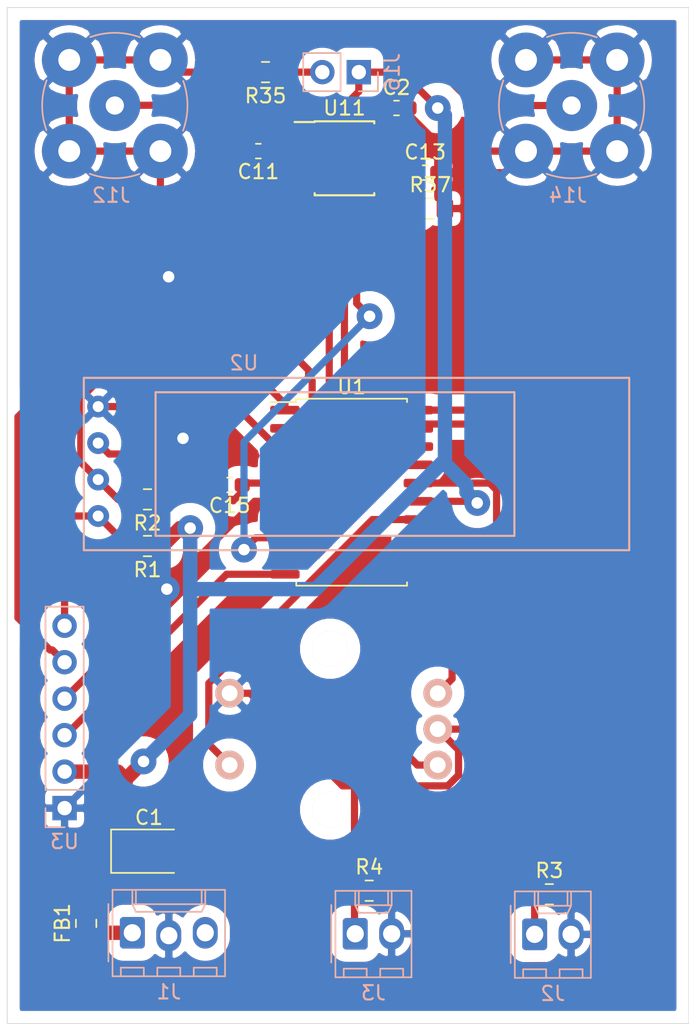
<source format=kicad_pcb>
(kicad_pcb (version 20171130) (host pcbnew "(5.1.5-0-10_14)")

  (general
    (thickness 1.6)
    (drawings 6)
    (tracks 230)
    (zones 0)
    (modules 23)
    (nets 22)
  )

  (page A4)
  (layers
    (0 F.Cu signal)
    (31 B.Cu signal)
    (32 B.Adhes user)
    (33 F.Adhes user)
    (34 B.Paste user)
    (35 F.Paste user)
    (36 B.SilkS user)
    (37 F.SilkS user)
    (38 B.Mask user)
    (39 F.Mask user)
    (40 Dwgs.User user)
    (41 Cmts.User user)
    (42 Eco1.User user)
    (43 Eco2.User user)
    (44 Edge.Cuts user)
    (45 Margin user)
    (46 B.CrtYd user)
    (47 F.CrtYd user)
    (48 B.Fab user)
    (49 F.Fab user)
  )

  (setup
    (last_trace_width 0.5)
    (trace_clearance 0.2)
    (zone_clearance 0.85)
    (zone_45_only no)
    (trace_min 0.2)
    (via_size 1.8)
    (via_drill 0.8)
    (via_min_size 0.4)
    (via_min_drill 0.3)
    (uvia_size 0.3)
    (uvia_drill 0.1)
    (uvias_allowed no)
    (uvia_min_size 0.2)
    (uvia_min_drill 0.1)
    (edge_width 0.05)
    (segment_width 0.2)
    (pcb_text_width 0.3)
    (pcb_text_size 1.5 1.5)
    (mod_edge_width 0.12)
    (mod_text_size 1 1)
    (mod_text_width 0.15)
    (pad_size 1.524 1.524)
    (pad_drill 0.762)
    (pad_to_mask_clearance 0.051)
    (solder_mask_min_width 0.25)
    (aux_axis_origin 0 0)
    (visible_elements FFFFFF7F)
    (pcbplotparams
      (layerselection 0x010fc_ffffffff)
      (usegerberextensions false)
      (usegerberattributes false)
      (usegerberadvancedattributes false)
      (creategerberjobfile false)
      (excludeedgelayer true)
      (linewidth 0.100000)
      (plotframeref false)
      (viasonmask false)
      (mode 1)
      (useauxorigin false)
      (hpglpennumber 1)
      (hpglpenspeed 20)
      (hpglpendiameter 15.000000)
      (psnegative false)
      (psa4output false)
      (plotreference true)
      (plotvalue true)
      (plotinvisibletext false)
      (padsonsilk false)
      (subtractmaskfromsilk false)
      (outputformat 1)
      (mirror false)
      (drillshape 1)
      (scaleselection 1)
      (outputdirectory ""))
  )

  (net 0 "")
  (net 1 "Net-(C11-Pad1)")
  (net 2 GND)
  (net 3 "Net-(C13-Pad1)")
  (net 4 +5V)
  (net 5 /supply+)
  (net 6 /out1)
  (net 7 /out2)
  (net 8 /genlock_in)
  (net 9 "Net-(J16-Pad2)")
  (net 10 /mosi)
  (net 11 /sck)
  (net 12 /enc_b)
  (net 13 /enc_a)
  (net 14 hsync)
  (net 15 /btn)
  (net 16 /reset)
  (net 17 vsync)
  (net 18 oddeven)
  (net 19 /miso)
  (net 20 "Net-(J2-Pad1)")
  (net 21 "Net-(J3-Pad1)")

  (net_class Default "This is the default net class."
    (clearance 0.2)
    (trace_width 0.5)
    (via_dia 1.8)
    (via_drill 0.8)
    (uvia_dia 0.3)
    (uvia_drill 0.1)
    (add_net +5V)
    (add_net /btn)
    (add_net /enc_a)
    (add_net /enc_b)
    (add_net /genlock_in)
    (add_net /miso)
    (add_net /mosi)
    (add_net /out1)
    (add_net /out2)
    (add_net /reset)
    (add_net /sck)
    (add_net /supply+)
    (add_net GND)
    (add_net "Net-(C11-Pad1)")
    (add_net "Net-(C13-Pad1)")
    (add_net "Net-(J16-Pad2)")
    (add_net "Net-(J2-Pad1)")
    (add_net "Net-(J3-Pad1)")
    (add_net hsync)
    (add_net oddeven)
    (add_net vsync)
  )

  (module synkie_footprints:Bangood-OLED-128x32 (layer B.Cu) (tedit 5CF771DA) (tstamp 602C5B5C)
    (at 114 59.5)
    (path /60308A8C)
    (fp_text reference U2 (at 0 -0.5) (layer B.SilkS)
      (effects (font (size 1 1) (thickness 0.15)) (justify mirror))
    )
    (fp_text value i2c-display128x32 (at 7.84 6.54) (layer B.Fab)
      (effects (font (size 1 1) (thickness 0.15)) (justify mirror))
    )
    (fp_line (start 18.84 11.54) (end -6.16 11.54) (layer B.SilkS) (width 0.15))
    (fp_line (start 18.84 10.54) (end 18.84 11.54) (layer B.SilkS) (width 0.15))
    (fp_line (start 18.84 1.54) (end 18.84 10.54) (layer B.SilkS) (width 0.15))
    (fp_line (start -6.16 1.54) (end 18.84 1.54) (layer B.SilkS) (width 0.15))
    (fp_line (start -6.16 11.54) (end -6.16 1.54) (layer B.SilkS) (width 0.15))
    (fp_line (start -11.16 0.54) (end -10.16 0.54) (layer B.SilkS) (width 0.15))
    (fp_line (start -11.16 12.54) (end -11.16 0.54) (layer B.SilkS) (width 0.15))
    (fp_line (start 26.84 12.54) (end -11.16 12.54) (layer B.SilkS) (width 0.15))
    (fp_line (start 26.84 0.54) (end 26.84 12.54) (layer B.SilkS) (width 0.15))
    (fp_line (start -10.16 0.54) (end 26.84 0.54) (layer B.SilkS) (width 0.15))
    (pad 4 thru_hole circle (at -10.16 10.16) (size 1.524 1.524) (drill 0.762) (layers *.Cu *.Mask)
      (net 10 /mosi))
    (pad 3 thru_hole circle (at -10.16 7.62) (size 1.524 1.524) (drill 0.762) (layers *.Cu *.Mask)
      (net 11 /sck))
    (pad 2 thru_hole circle (at -10.16 5.08) (size 1.524 1.524) (drill 0.762) (layers *.Cu *.Mask)
      (net 4 +5V))
    (pad 1 thru_hole circle (at -10.16 2.54) (size 1.524 1.524) (drill 0.762) (layers *.Cu *.Mask)
      (net 2 GND))
  )

  (module synkie_footprints:R_0805_2012Metric_Pad1.15x1.40mm_HandSolder (layer F.Cu) (tedit 5B36C52B) (tstamp 602C468E)
    (at 122.725 95.75)
    (descr "Resistor SMD 0805 (2012 Metric), square (rectangular) end terminal, IPC_7351 nominal with elongated pad for handsoldering. (Body size source: https://docs.google.com/spreadsheets/d/1BsfQQcO9C6DZCsRaXUlFlo91Tg2WpOkGARC1WS5S8t0/edit?usp=sharing), generated with kicad-footprint-generator")
    (tags "resistor handsolder")
    (path /602FCDA5)
    (attr smd)
    (fp_text reference R4 (at 0 -1.65) (layer F.SilkS)
      (effects (font (size 1 1) (thickness 0.15)))
    )
    (fp_text value 750 (at 0 1.65) (layer F.Fab)
      (effects (font (size 1 1) (thickness 0.15)))
    )
    (fp_text user %R (at 0 0) (layer F.Fab)
      (effects (font (size 0.5 0.5) (thickness 0.08)))
    )
    (fp_line (start 1.85 0.95) (end -1.85 0.95) (layer F.CrtYd) (width 0.05))
    (fp_line (start 1.85 -0.95) (end 1.85 0.95) (layer F.CrtYd) (width 0.05))
    (fp_line (start -1.85 -0.95) (end 1.85 -0.95) (layer F.CrtYd) (width 0.05))
    (fp_line (start -1.85 0.95) (end -1.85 -0.95) (layer F.CrtYd) (width 0.05))
    (fp_line (start -0.261252 0.71) (end 0.261252 0.71) (layer F.SilkS) (width 0.12))
    (fp_line (start -0.261252 -0.71) (end 0.261252 -0.71) (layer F.SilkS) (width 0.12))
    (fp_line (start 1 0.6) (end -1 0.6) (layer F.Fab) (width 0.1))
    (fp_line (start 1 -0.6) (end 1 0.6) (layer F.Fab) (width 0.1))
    (fp_line (start -1 -0.6) (end 1 -0.6) (layer F.Fab) (width 0.1))
    (fp_line (start -1 0.6) (end -1 -0.6) (layer F.Fab) (width 0.1))
    (pad 2 smd roundrect (at 1.025 0) (size 1.15 1.4) (layers F.Cu F.Paste F.Mask) (roundrect_rratio 0.217391)
      (net 7 /out2))
    (pad 1 smd roundrect (at -1.025 0) (size 1.15 1.4) (layers F.Cu F.Paste F.Mask) (roundrect_rratio 0.217391)
      (net 21 "Net-(J3-Pad1)"))
    (model ${KISYS3DMOD}/Resistor_SMD.3dshapes/R_0805_2012Metric.wrl
      (at (xyz 0 0 0))
      (scale (xyz 1 1 1))
      (rotate (xyz 0 0 0))
    )
  )

  (module synkie_footprints:R_0805_2012Metric_Pad1.15x1.40mm_HandSolder (layer F.Cu) (tedit 5B36C52B) (tstamp 602C467D)
    (at 135.275 96)
    (descr "Resistor SMD 0805 (2012 Metric), square (rectangular) end terminal, IPC_7351 nominal with elongated pad for handsoldering. (Body size source: https://docs.google.com/spreadsheets/d/1BsfQQcO9C6DZCsRaXUlFlo91Tg2WpOkGARC1WS5S8t0/edit?usp=sharing), generated with kicad-footprint-generator")
    (tags "resistor handsolder")
    (path /602FC401)
    (attr smd)
    (fp_text reference R3 (at 0 -1.65) (layer F.SilkS)
      (effects (font (size 1 1) (thickness 0.15)))
    )
    (fp_text value 750 (at 0 1.65) (layer F.Fab)
      (effects (font (size 1 1) (thickness 0.15)))
    )
    (fp_text user %R (at 0 0) (layer F.Fab)
      (effects (font (size 0.5 0.5) (thickness 0.08)))
    )
    (fp_line (start 1.85 0.95) (end -1.85 0.95) (layer F.CrtYd) (width 0.05))
    (fp_line (start 1.85 -0.95) (end 1.85 0.95) (layer F.CrtYd) (width 0.05))
    (fp_line (start -1.85 -0.95) (end 1.85 -0.95) (layer F.CrtYd) (width 0.05))
    (fp_line (start -1.85 0.95) (end -1.85 -0.95) (layer F.CrtYd) (width 0.05))
    (fp_line (start -0.261252 0.71) (end 0.261252 0.71) (layer F.SilkS) (width 0.12))
    (fp_line (start -0.261252 -0.71) (end 0.261252 -0.71) (layer F.SilkS) (width 0.12))
    (fp_line (start 1 0.6) (end -1 0.6) (layer F.Fab) (width 0.1))
    (fp_line (start 1 -0.6) (end 1 0.6) (layer F.Fab) (width 0.1))
    (fp_line (start -1 -0.6) (end 1 -0.6) (layer F.Fab) (width 0.1))
    (fp_line (start -1 0.6) (end -1 -0.6) (layer F.Fab) (width 0.1))
    (pad 2 smd roundrect (at 1.025 0) (size 1.15 1.4) (layers F.Cu F.Paste F.Mask) (roundrect_rratio 0.217391)
      (net 6 /out1))
    (pad 1 smd roundrect (at -1.025 0) (size 1.15 1.4) (layers F.Cu F.Paste F.Mask) (roundrect_rratio 0.217391)
      (net 20 "Net-(J2-Pad1)"))
    (model ${KISYS3DMOD}/Resistor_SMD.3dshapes/R_0805_2012Metric.wrl
      (at (xyz 0 0 0))
      (scale (xyz 1 1 1))
      (rotate (xyz 0 0 0))
    )
  )

  (module synkie_footprints:C_0603_1608Metric_Pad1.05x0.95mm_HandSolder (layer F.Cu) (tedit 5B301BBE) (tstamp 602C39E6)
    (at 124.625 41.25)
    (descr "Capacitor SMD 0603 (1608 Metric), square (rectangular) end terminal, IPC_7351 nominal with elongated pad for handsoldering. (Body size source: http://www.tortai-tech.com/upload/download/2011102023233369053.pdf), generated with kicad-footprint-generator")
    (tags "capacitor handsolder")
    (path /602F5078)
    (attr smd)
    (fp_text reference C2 (at 0 -1.43) (layer F.SilkS)
      (effects (font (size 1 1) (thickness 0.15)))
    )
    (fp_text value 100n (at 0 1.43) (layer F.Fab)
      (effects (font (size 1 1) (thickness 0.15)))
    )
    (fp_text user %R (at 0 0) (layer F.Fab)
      (effects (font (size 0.4 0.4) (thickness 0.06)))
    )
    (fp_line (start 1.65 0.73) (end -1.65 0.73) (layer F.CrtYd) (width 0.05))
    (fp_line (start 1.65 -0.73) (end 1.65 0.73) (layer F.CrtYd) (width 0.05))
    (fp_line (start -1.65 -0.73) (end 1.65 -0.73) (layer F.CrtYd) (width 0.05))
    (fp_line (start -1.65 0.73) (end -1.65 -0.73) (layer F.CrtYd) (width 0.05))
    (fp_line (start -0.171267 0.51) (end 0.171267 0.51) (layer F.SilkS) (width 0.12))
    (fp_line (start -0.171267 -0.51) (end 0.171267 -0.51) (layer F.SilkS) (width 0.12))
    (fp_line (start 0.8 0.4) (end -0.8 0.4) (layer F.Fab) (width 0.1))
    (fp_line (start 0.8 -0.4) (end 0.8 0.4) (layer F.Fab) (width 0.1))
    (fp_line (start -0.8 -0.4) (end 0.8 -0.4) (layer F.Fab) (width 0.1))
    (fp_line (start -0.8 0.4) (end -0.8 -0.4) (layer F.Fab) (width 0.1))
    (pad 2 smd roundrect (at 0.875 0) (size 1.05 0.95) (layers F.Cu F.Paste F.Mask) (roundrect_rratio 0.25)
      (net 2 GND))
    (pad 1 smd roundrect (at -0.875 0) (size 1.05 0.95) (layers F.Cu F.Paste F.Mask) (roundrect_rratio 0.25)
      (net 4 +5V))
    (model ${KISYS3DMOD}/Capacitor_SMD.3dshapes/C_0603_1608Metric.wrl
      (at (xyz 0 0 0))
      (scale (xyz 1 1 1))
      (rotate (xyz 0 0 0))
    )
  )

  (module synkie_footprints:CP_EIA-3528-21_Kemet-B_Pad1.50x2.35mm_HandSolder (layer F.Cu) (tedit 5B342532) (tstamp 602C39D5)
    (at 107.375 93)
    (descr "Tantalum Capacitor SMD Kemet-B (3528-21 Metric), IPC_7351 nominal, (Body size from: http://www.kemet.com/Lists/ProductCatalog/Attachments/253/KEM_TC101_STD.pdf), generated with kicad-footprint-generator")
    (tags "capacitor tantalum")
    (path /602F220C)
    (attr smd)
    (fp_text reference C1 (at 0 -2.35) (layer F.SilkS)
      (effects (font (size 1 1) (thickness 0.15)))
    )
    (fp_text value CP (at 0 2.35) (layer F.Fab)
      (effects (font (size 1 1) (thickness 0.15)))
    )
    (fp_text user %R (at 0 0) (layer F.Fab)
      (effects (font (size 0.88 0.88) (thickness 0.13)))
    )
    (fp_line (start 2.62 1.65) (end -2.62 1.65) (layer F.CrtYd) (width 0.05))
    (fp_line (start 2.62 -1.65) (end 2.62 1.65) (layer F.CrtYd) (width 0.05))
    (fp_line (start -2.62 -1.65) (end 2.62 -1.65) (layer F.CrtYd) (width 0.05))
    (fp_line (start -2.62 1.65) (end -2.62 -1.65) (layer F.CrtYd) (width 0.05))
    (fp_line (start -2.635 1.51) (end 1.75 1.51) (layer F.SilkS) (width 0.12))
    (fp_line (start -2.635 -1.51) (end -2.635 1.51) (layer F.SilkS) (width 0.12))
    (fp_line (start 1.75 -1.51) (end -2.635 -1.51) (layer F.SilkS) (width 0.12))
    (fp_line (start 1.75 1.4) (end 1.75 -1.4) (layer F.Fab) (width 0.1))
    (fp_line (start -1.75 1.4) (end 1.75 1.4) (layer F.Fab) (width 0.1))
    (fp_line (start -1.75 -0.7) (end -1.75 1.4) (layer F.Fab) (width 0.1))
    (fp_line (start -1.05 -1.4) (end -1.75 -0.7) (layer F.Fab) (width 0.1))
    (fp_line (start 1.75 -1.4) (end -1.05 -1.4) (layer F.Fab) (width 0.1))
    (pad 2 smd roundrect (at 1.625 0) (size 1.5 2.35) (layers F.Cu F.Paste F.Mask) (roundrect_rratio 0.166667)
      (net 2 GND))
    (pad 1 smd roundrect (at -1.625 0) (size 1.5 2.35) (layers F.Cu F.Paste F.Mask) (roundrect_rratio 0.166667)
      (net 4 +5V))
    (model ${KISYS3DMOD}/Capacitor_Tantalum_SMD.3dshapes/CP_EIA-3528-21_Kemet-B.wrl
      (at (xyz 0 0 0))
      (scale (xyz 1 1 1))
      (rotate (xyz 0 0 0))
    )
  )

  (module Connector_Coaxial:BNC_TEConnectivity_1478204_Vertical (layer B.Cu) (tedit 5A1DBFC1) (tstamp 602C17B9)
    (at 136.825 41.075)
    (descr "BNC female PCB mount 4 pin straight chassis connector http://www.te.com/usa-en/product-1-1478204-0.html")
    (tags "BNC female PCB mount 4 pin straight chassis connector ")
    (path /60307674)
    (fp_text reference J14 (at -0.25 6.25) (layer B.SilkS)
      (effects (font (size 1 1) (thickness 0.15)) (justify mirror))
    )
    (fp_text value Conn_Coaxial (at 0 -6.5) (layer B.Fab)
      (effects (font (size 1 1) (thickness 0.15)) (justify mirror))
    )
    (fp_arc (start 0 0) (end -1.75 4.75) (angle -40) (layer B.SilkS) (width 0.12))
    (fp_arc (start 0 0) (end 4.75 1.75) (angle -40) (layer B.SilkS) (width 0.12))
    (fp_arc (start 0 0) (end 1.75 -4.75) (angle -40) (layer B.SilkS) (width 0.12))
    (fp_arc (start 0 0) (end -4.75 -1.75) (angle -40) (layer B.SilkS) (width 0.12))
    (fp_circle (center 0 0) (end 4.8 0) (layer B.Fab) (width 0.1))
    (fp_line (start -5.5 5.5) (end 5.5 5.5) (layer B.CrtYd) (width 0.05))
    (fp_line (start -5.5 -5.5) (end -5.5 5.5) (layer B.CrtYd) (width 0.05))
    (fp_line (start 5.5 -5.5) (end -5.5 -5.5) (layer B.CrtYd) (width 0.05))
    (fp_line (start 5.5 5.5) (end 5.5 -5.5) (layer B.CrtYd) (width 0.05))
    (fp_text user %R (at 0 0) (layer B.Fab)
      (effects (font (size 1 1) (thickness 0.15)) (justify mirror))
    )
    (pad 2 thru_hole circle (at 3.175 -3.175) (size 3.81 3.81) (drill 1.524) (layers *.Cu *.Mask)
      (net 2 GND))
    (pad 2 thru_hole circle (at -3.175 -3.175) (size 3.81 3.81) (drill 1.524) (layers *.Cu *.Mask)
      (net 2 GND))
    (pad 2 thru_hole circle (at 3.175 3.175) (size 3.81 3.81) (drill 1.524) (layers *.Cu *.Mask)
      (net 2 GND))
    (pad 1 thru_hole circle (at 0 0) (size 3.556 3.556) (drill 1.27) (layers *.Cu *.Mask)
      (net 8 /genlock_in))
    (pad 2 thru_hole circle (at -3.175 3.175) (size 3.81 3.81) (drill 1.524) (layers *.Cu *.Mask)
      (net 2 GND))
    (model ${KISYS3DMOD}/Connector_Coaxial.3dshapes/BNC_TEConnectivity_1478204_Vertical.wrl
      (at (xyz 0 0 0))
      (scale (xyz 1 1 1))
      (rotate (xyz 0 0 0))
    )
  )

  (module Connector_Coaxial:BNC_TEConnectivity_1478204_Vertical (layer B.Cu) (tedit 5A1DBFC1) (tstamp 602C1794)
    (at 105 41.075)
    (descr "BNC female PCB mount 4 pin straight chassis connector http://www.te.com/usa-en/product-1-1478204-0.html")
    (tags "BNC female PCB mount 4 pin straight chassis connector ")
    (path /6030766E)
    (fp_text reference J12 (at -0.25 6.25) (layer B.SilkS)
      (effects (font (size 1 1) (thickness 0.15)) (justify mirror))
    )
    (fp_text value Conn_Coaxial (at 0 -6.5) (layer B.Fab)
      (effects (font (size 1 1) (thickness 0.15)) (justify mirror))
    )
    (fp_arc (start 0 0) (end -1.75 4.75) (angle -40) (layer B.SilkS) (width 0.12))
    (fp_arc (start 0 0) (end 4.75 1.75) (angle -40) (layer B.SilkS) (width 0.12))
    (fp_arc (start 0 0) (end 1.75 -4.75) (angle -40) (layer B.SilkS) (width 0.12))
    (fp_arc (start 0 0) (end -4.75 -1.75) (angle -40) (layer B.SilkS) (width 0.12))
    (fp_circle (center 0 0) (end 4.8 0) (layer B.Fab) (width 0.1))
    (fp_line (start -5.5 5.5) (end 5.5 5.5) (layer B.CrtYd) (width 0.05))
    (fp_line (start -5.5 -5.5) (end -5.5 5.5) (layer B.CrtYd) (width 0.05))
    (fp_line (start 5.5 -5.5) (end -5.5 -5.5) (layer B.CrtYd) (width 0.05))
    (fp_line (start 5.5 5.5) (end 5.5 -5.5) (layer B.CrtYd) (width 0.05))
    (fp_text user %R (at 0 0) (layer B.Fab)
      (effects (font (size 1 1) (thickness 0.15)) (justify mirror))
    )
    (pad 2 thru_hole circle (at 3.175 -3.175) (size 3.81 3.81) (drill 1.524) (layers *.Cu *.Mask)
      (net 2 GND))
    (pad 2 thru_hole circle (at -3.175 -3.175) (size 3.81 3.81) (drill 1.524) (layers *.Cu *.Mask)
      (net 2 GND))
    (pad 2 thru_hole circle (at 3.175 3.175) (size 3.81 3.81) (drill 1.524) (layers *.Cu *.Mask)
      (net 2 GND))
    (pad 1 thru_hole circle (at 0 0) (size 3.556 3.556) (drill 1.27) (layers *.Cu *.Mask)
      (net 8 /genlock_in))
    (pad 2 thru_hole circle (at -3.175 3.175) (size 3.81 3.81) (drill 1.524) (layers *.Cu *.Mask)
      (net 2 GND))
    (model ${KISYS3DMOD}/Connector_Coaxial.3dshapes/BNC_TEConnectivity_1478204_Vertical.wrl
      (at (xyz 0 0 0))
      (scale (xyz 1 1 1))
      (rotate (xyz 0 0 0))
    )
  )

  (module tinkerforge-footprints:ROTARY_ENCODER (layer B.Cu) (tedit 59BF8AB7) (tstamp 602C22A5)
    (at 120 84.5)
    (path /602E3241)
    (fp_text reference U4 (at 0.15 -1.35) (layer B.Fab)
      (effects (font (size 0.3 0.3) (thickness 0.075)) (justify mirror))
    )
    (fp_text value ROTARY_ENCODER (at 0 0) (layer B.Fab)
      (effects (font (size 0.3 0.3) (thickness 0.075)) (justify mirror))
    )
    (fp_line (start 6.6 6.3) (end 6.6 -6.3) (layer B.Fab) (width 0.381))
    (fp_line (start -6.6 6.3) (end 6.6 6.3) (layer B.Fab) (width 0.381))
    (fp_line (start -6.6 -6.3) (end -6.6 6.3) (layer B.Fab) (width 0.381))
    (fp_line (start 6.6 -6.3) (end -6.6 -6.3) (layer B.Fab) (width 0.381))
    (fp_circle (center 0 0) (end 3 0) (layer B.Fab) (width 0.381))
    (pad "" np_thru_hole circle (at 0 5.6) (size 2.5 2.5) (drill 2.5) (layers *.Cu *.Mask B.SilkS))
    (pad "" np_thru_hole circle (at 0 -5.6) (size 2.5 2.5) (drill 2.5) (layers *.Cu *.Mask B.SilkS))
    (pad SW2 thru_hole circle (at -7 -2.5) (size 2 2) (drill 1.1) (layers *.Cu *.Mask B.SilkS)
      (net 2 GND))
    (pad SW1 thru_hole circle (at -7 2.5) (size 2 2) (drill 1.1) (layers *.Cu *.Mask B.SilkS)
      (net 15 /btn))
    (pad B thru_hole circle (at 7.5 2.5) (size 2 2) (drill 1.1) (layers *.Cu *.Mask B.SilkS)
      (net 12 /enc_b))
    (pad C thru_hole circle (at 7.5 0) (size 2 2) (drill 1.1) (layers *.Cu *.Mask B.SilkS)
      (net 2 GND))
    (pad A thru_hole circle (at 7.5 -2.5) (size 2 2) (drill 1.1) (layers *.Cu *.Mask B.SilkS)
      (net 13 /enc_a))
    (model RotaryEncoder.wrl
      (offset (xyz 0.1269999980926514 0 5.841999912261963))
      (scale (xyz 1 1 1))
      (rotate (xyz 90 0 -90))
    )
  )

  (module synkie_footprints:SOIC-8_3.9x4.9mm_P1.27mm (layer F.Cu) (tedit 5A02F2D3) (tstamp 602C18B9)
    (at 121 44.75)
    (descr "8-Lead Plastic Small Outline (SN) - Narrow, 3.90 mm Body [SOIC] (see Microchip Packaging Specification 00000049BS.pdf)")
    (tags "SOIC 1.27")
    (path /603076F7)
    (attr smd)
    (fp_text reference U11 (at 0 -3.5) (layer F.SilkS)
      (effects (font (size 1 1) (thickness 0.15)))
    )
    (fp_text value LM1881 (at 0 3.5) (layer F.Fab)
      (effects (font (size 1 1) (thickness 0.15)))
    )
    (fp_line (start -2.075 -2.525) (end -3.475 -2.525) (layer F.SilkS) (width 0.15))
    (fp_line (start -2.075 2.575) (end 2.075 2.575) (layer F.SilkS) (width 0.15))
    (fp_line (start -2.075 -2.575) (end 2.075 -2.575) (layer F.SilkS) (width 0.15))
    (fp_line (start -2.075 2.575) (end -2.075 2.43) (layer F.SilkS) (width 0.15))
    (fp_line (start 2.075 2.575) (end 2.075 2.43) (layer F.SilkS) (width 0.15))
    (fp_line (start 2.075 -2.575) (end 2.075 -2.43) (layer F.SilkS) (width 0.15))
    (fp_line (start -2.075 -2.575) (end -2.075 -2.525) (layer F.SilkS) (width 0.15))
    (fp_line (start -3.73 2.7) (end 3.73 2.7) (layer F.CrtYd) (width 0.05))
    (fp_line (start -3.73 -2.7) (end 3.73 -2.7) (layer F.CrtYd) (width 0.05))
    (fp_line (start 3.73 -2.7) (end 3.73 2.7) (layer F.CrtYd) (width 0.05))
    (fp_line (start -3.73 -2.7) (end -3.73 2.7) (layer F.CrtYd) (width 0.05))
    (fp_line (start -1.95 -1.45) (end -0.95 -2.45) (layer F.Fab) (width 0.1))
    (fp_line (start -1.95 2.45) (end -1.95 -1.45) (layer F.Fab) (width 0.1))
    (fp_line (start 1.95 2.45) (end -1.95 2.45) (layer F.Fab) (width 0.1))
    (fp_line (start 1.95 -2.45) (end 1.95 2.45) (layer F.Fab) (width 0.1))
    (fp_line (start -0.95 -2.45) (end 1.95 -2.45) (layer F.Fab) (width 0.1))
    (fp_text user %R (at 0 0) (layer F.Fab)
      (effects (font (size 1 1) (thickness 0.15)))
    )
    (pad 8 smd rect (at 2.7 -1.905) (size 1.55 0.6) (layers F.Cu F.Paste F.Mask)
      (net 4 +5V))
    (pad 7 smd rect (at 2.7 -0.635) (size 1.55 0.6) (layers F.Cu F.Paste F.Mask)
      (net 18 oddeven))
    (pad 6 smd rect (at 2.7 0.635) (size 1.55 0.6) (layers F.Cu F.Paste F.Mask)
      (net 3 "Net-(C13-Pad1)"))
    (pad 5 smd rect (at 2.7 1.905) (size 1.55 0.6) (layers F.Cu F.Paste F.Mask))
    (pad 4 smd rect (at -2.7 1.905) (size 1.55 0.6) (layers F.Cu F.Paste F.Mask)
      (net 2 GND))
    (pad 3 smd rect (at -2.7 0.635) (size 1.55 0.6) (layers F.Cu F.Paste F.Mask)
      (net 17 vsync))
    (pad 2 smd rect (at -2.7 -0.635) (size 1.55 0.6) (layers F.Cu F.Paste F.Mask)
      (net 1 "Net-(C11-Pad1)"))
    (pad 1 smd rect (at -2.7 -1.905) (size 1.55 0.6) (layers F.Cu F.Paste F.Mask)
      (net 14 hsync))
    (model ${KISYS3DMOD}/Package_SO.3dshapes/SOIC-8_3.9x4.9mm_P1.27mm.wrl
      (at (xyz 0 0 0))
      (scale (xyz 1 1 1))
      (rotate (xyz 0 0 0))
    )
  )

  (module synkie_footprints:PinHeader_1x06_P2.54mm_Vertical (layer B.Cu) (tedit 59FED5CC) (tstamp 602C189C)
    (at 101.5 90)
    (descr "Through hole straight pin header, 1x06, 2.54mm pitch, single row")
    (tags "Through hole pin header THT 1x06 2.54mm single row")
    (path /602CD6F9)
    (fp_text reference U3 (at 0 2.33) (layer B.SilkS)
      (effects (font (size 1 1) (thickness 0.15)) (justify mirror))
    )
    (fp_text value AnymaISP (at 0 -15.03) (layer B.Fab)
      (effects (font (size 1 1) (thickness 0.15)) (justify mirror))
    )
    (fp_text user %R (at 0 -6.35 -90) (layer B.Fab)
      (effects (font (size 1 1) (thickness 0.15)) (justify mirror))
    )
    (fp_line (start 1.8 1.8) (end -1.8 1.8) (layer B.CrtYd) (width 0.05))
    (fp_line (start 1.8 -14.5) (end 1.8 1.8) (layer B.CrtYd) (width 0.05))
    (fp_line (start -1.8 -14.5) (end 1.8 -14.5) (layer B.CrtYd) (width 0.05))
    (fp_line (start -1.8 1.8) (end -1.8 -14.5) (layer B.CrtYd) (width 0.05))
    (fp_line (start -1.33 1.33) (end 0 1.33) (layer B.SilkS) (width 0.12))
    (fp_line (start -1.33 0) (end -1.33 1.33) (layer B.SilkS) (width 0.12))
    (fp_line (start -1.33 -1.27) (end 1.33 -1.27) (layer B.SilkS) (width 0.12))
    (fp_line (start 1.33 -1.27) (end 1.33 -14.03) (layer B.SilkS) (width 0.12))
    (fp_line (start -1.33 -1.27) (end -1.33 -14.03) (layer B.SilkS) (width 0.12))
    (fp_line (start -1.33 -14.03) (end 1.33 -14.03) (layer B.SilkS) (width 0.12))
    (fp_line (start -1.27 0.635) (end -0.635 1.27) (layer B.Fab) (width 0.1))
    (fp_line (start -1.27 -13.97) (end -1.27 0.635) (layer B.Fab) (width 0.1))
    (fp_line (start 1.27 -13.97) (end -1.27 -13.97) (layer B.Fab) (width 0.1))
    (fp_line (start 1.27 1.27) (end 1.27 -13.97) (layer B.Fab) (width 0.1))
    (fp_line (start -0.635 1.27) (end 1.27 1.27) (layer B.Fab) (width 0.1))
    (pad 6 thru_hole oval (at 0 -12.7) (size 1.7 1.7) (drill 1) (layers *.Cu *.Mask)
      (net 10 /mosi))
    (pad 5 thru_hole oval (at 0 -10.16) (size 1.7 1.7) (drill 1) (layers *.Cu *.Mask)
      (net 19 /miso))
    (pad 4 thru_hole oval (at 0 -7.62) (size 1.7 1.7) (drill 1) (layers *.Cu *.Mask)
      (net 11 /sck))
    (pad 3 thru_hole oval (at 0 -5.08) (size 1.7 1.7) (drill 1) (layers *.Cu *.Mask)
      (net 16 /reset))
    (pad 2 thru_hole oval (at 0 -2.54) (size 1.7 1.7) (drill 1) (layers *.Cu *.Mask)
      (net 4 +5V))
    (pad 1 thru_hole rect (at 0 0) (size 1.7 1.7) (drill 1) (layers *.Cu *.Mask)
      (net 2 GND))
    (model ${KISYS3DMOD}/Connector_PinHeader_2.54mm.3dshapes/PinHeader_1x06_P2.54mm_Vertical.wrl
      (at (xyz 0 0 0))
      (scale (xyz 1 1 1))
      (rotate (xyz 0 0 0))
    )
  )

  (module Package_SO:SOIC-20W_7.5x12.8mm_P1.27mm (layer F.Cu) (tedit 5D9F72B1) (tstamp 602C1870)
    (at 121.5 68)
    (descr "SOIC, 20 Pin (JEDEC MS-013AC, https://www.analog.com/media/en/package-pcb-resources/package/233848rw_20.pdf), generated with kicad-footprint-generator ipc_gullwing_generator.py")
    (tags "SOIC SO")
    (path /602CA010)
    (attr smd)
    (fp_text reference U1 (at 0 -7.35) (layer F.SilkS)
      (effects (font (size 1 1) (thickness 0.15)))
    )
    (fp_text value ATtiny861-20SU (at 0 7.35) (layer F.Fab)
      (effects (font (size 1 1) (thickness 0.15)))
    )
    (fp_text user %R (at 0 0) (layer F.Fab)
      (effects (font (size 1 1) (thickness 0.15)))
    )
    (fp_line (start 5.93 -6.65) (end -5.93 -6.65) (layer F.CrtYd) (width 0.05))
    (fp_line (start 5.93 6.65) (end 5.93 -6.65) (layer F.CrtYd) (width 0.05))
    (fp_line (start -5.93 6.65) (end 5.93 6.65) (layer F.CrtYd) (width 0.05))
    (fp_line (start -5.93 -6.65) (end -5.93 6.65) (layer F.CrtYd) (width 0.05))
    (fp_line (start -3.75 -5.4) (end -2.75 -6.4) (layer F.Fab) (width 0.1))
    (fp_line (start -3.75 6.4) (end -3.75 -5.4) (layer F.Fab) (width 0.1))
    (fp_line (start 3.75 6.4) (end -3.75 6.4) (layer F.Fab) (width 0.1))
    (fp_line (start 3.75 -6.4) (end 3.75 6.4) (layer F.Fab) (width 0.1))
    (fp_line (start -2.75 -6.4) (end 3.75 -6.4) (layer F.Fab) (width 0.1))
    (fp_line (start -3.86 -6.275) (end -5.675 -6.275) (layer F.SilkS) (width 0.12))
    (fp_line (start -3.86 -6.51) (end -3.86 -6.275) (layer F.SilkS) (width 0.12))
    (fp_line (start 0 -6.51) (end -3.86 -6.51) (layer F.SilkS) (width 0.12))
    (fp_line (start 3.86 -6.51) (end 3.86 -6.275) (layer F.SilkS) (width 0.12))
    (fp_line (start 0 -6.51) (end 3.86 -6.51) (layer F.SilkS) (width 0.12))
    (fp_line (start -3.86 6.51) (end -3.86 6.275) (layer F.SilkS) (width 0.12))
    (fp_line (start 0 6.51) (end -3.86 6.51) (layer F.SilkS) (width 0.12))
    (fp_line (start 3.86 6.51) (end 3.86 6.275) (layer F.SilkS) (width 0.12))
    (fp_line (start 0 6.51) (end 3.86 6.51) (layer F.SilkS) (width 0.12))
    (pad 20 smd roundrect (at 4.65 -5.715) (size 2.05 0.6) (layers F.Cu F.Paste F.Mask) (roundrect_rratio 0.25)
      (net 6 /out1))
    (pad 19 smd roundrect (at 4.65 -4.445) (size 2.05 0.6) (layers F.Cu F.Paste F.Mask) (roundrect_rratio 0.25)
      (net 7 /out2))
    (pad 18 smd roundrect (at 4.65 -3.175) (size 2.05 0.6) (layers F.Cu F.Paste F.Mask) (roundrect_rratio 0.25)
      (net 14 hsync))
    (pad 17 smd roundrect (at 4.65 -1.905) (size 2.05 0.6) (layers F.Cu F.Paste F.Mask) (roundrect_rratio 0.25))
    (pad 16 smd roundrect (at 4.65 -0.635) (size 2.05 0.6) (layers F.Cu F.Paste F.Mask) (roundrect_rratio 0.25)
      (net 2 GND))
    (pad 15 smd roundrect (at 4.65 0.635) (size 2.05 0.6) (layers F.Cu F.Paste F.Mask) (roundrect_rratio 0.25)
      (net 4 +5V))
    (pad 14 smd roundrect (at 4.65 1.905) (size 2.05 0.6) (layers F.Cu F.Paste F.Mask) (roundrect_rratio 0.25)
      (net 15 /btn))
    (pad 13 smd roundrect (at 4.65 3.175) (size 2.05 0.6) (layers F.Cu F.Paste F.Mask) (roundrect_rratio 0.25)
      (net 13 /enc_a))
    (pad 12 smd roundrect (at 4.65 4.445) (size 2.05 0.6) (layers F.Cu F.Paste F.Mask) (roundrect_rratio 0.25)
      (net 12 /enc_b))
    (pad 11 smd roundrect (at 4.65 5.715) (size 2.05 0.6) (layers F.Cu F.Paste F.Mask) (roundrect_rratio 0.25))
    (pad 10 smd roundrect (at -4.65 5.715) (size 2.05 0.6) (layers F.Cu F.Paste F.Mask) (roundrect_rratio 0.25)
      (net 16 /reset))
    (pad 9 smd roundrect (at -4.65 4.445) (size 2.05 0.6) (layers F.Cu F.Paste F.Mask) (roundrect_rratio 0.25)
      (net 17 vsync))
    (pad 8 smd roundrect (at -4.65 3.175) (size 2.05 0.6) (layers F.Cu F.Paste F.Mask) (roundrect_rratio 0.25)
      (net 18 oddeven))
    (pad 7 smd roundrect (at -4.65 1.905) (size 2.05 0.6) (layers F.Cu F.Paste F.Mask) (roundrect_rratio 0.25))
    (pad 6 smd roundrect (at -4.65 0.635) (size 2.05 0.6) (layers F.Cu F.Paste F.Mask) (roundrect_rratio 0.25)
      (net 2 GND))
    (pad 5 smd roundrect (at -4.65 -0.635) (size 2.05 0.6) (layers F.Cu F.Paste F.Mask) (roundrect_rratio 0.25)
      (net 4 +5V))
    (pad 4 smd roundrect (at -4.65 -1.905) (size 2.05 0.6) (layers F.Cu F.Paste F.Mask) (roundrect_rratio 0.25))
    (pad 3 smd roundrect (at -4.65 -3.175) (size 2.05 0.6) (layers F.Cu F.Paste F.Mask) (roundrect_rratio 0.25)
      (net 11 /sck))
    (pad 2 smd roundrect (at -4.65 -4.445) (size 2.05 0.6) (layers F.Cu F.Paste F.Mask) (roundrect_rratio 0.25)
      (net 19 /miso))
    (pad 1 smd roundrect (at -4.65 -5.715) (size 2.05 0.6) (layers F.Cu F.Paste F.Mask) (roundrect_rratio 0.25)
      (net 10 /mosi))
    (model ${KISYS3DMOD}/Package_SO.3dshapes/SOIC-20W_7.5x12.8mm_P1.27mm.wrl
      (at (xyz 0 0 0))
      (scale (xyz 1 1 1))
      (rotate (xyz 0 0 0))
    )
  )

  (module synkie_footprints:R_0805_2012Metric_Pad1.15x1.40mm_HandSolder (layer F.Cu) (tedit 5B36C52B) (tstamp 602C1835)
    (at 126.975 48.25)
    (descr "Resistor SMD 0805 (2012 Metric), square (rectangular) end terminal, IPC_7351 nominal with elongated pad for handsoldering. (Body size source: https://docs.google.com/spreadsheets/d/1BsfQQcO9C6DZCsRaXUlFlo91Tg2WpOkGARC1WS5S8t0/edit?usp=sharing), generated with kicad-footprint-generator")
    (tags "resistor handsolder")
    (path /603076E5)
    (attr smd)
    (fp_text reference R37 (at 0 -1.65) (layer F.SilkS)
      (effects (font (size 1 1) (thickness 0.15)))
    )
    (fp_text value 680k (at 0 1.65) (layer F.Fab)
      (effects (font (size 1 1) (thickness 0.15)))
    )
    (fp_text user %R (at 0 0) (layer F.Fab)
      (effects (font (size 0.5 0.5) (thickness 0.08)))
    )
    (fp_line (start 1.85 0.95) (end -1.85 0.95) (layer F.CrtYd) (width 0.05))
    (fp_line (start 1.85 -0.95) (end 1.85 0.95) (layer F.CrtYd) (width 0.05))
    (fp_line (start -1.85 -0.95) (end 1.85 -0.95) (layer F.CrtYd) (width 0.05))
    (fp_line (start -1.85 0.95) (end -1.85 -0.95) (layer F.CrtYd) (width 0.05))
    (fp_line (start -0.261252 0.71) (end 0.261252 0.71) (layer F.SilkS) (width 0.12))
    (fp_line (start -0.261252 -0.71) (end 0.261252 -0.71) (layer F.SilkS) (width 0.12))
    (fp_line (start 1 0.6) (end -1 0.6) (layer F.Fab) (width 0.1))
    (fp_line (start 1 -0.6) (end 1 0.6) (layer F.Fab) (width 0.1))
    (fp_line (start -1 -0.6) (end 1 -0.6) (layer F.Fab) (width 0.1))
    (fp_line (start -1 0.6) (end -1 -0.6) (layer F.Fab) (width 0.1))
    (pad 2 smd roundrect (at 1.025 0) (size 1.15 1.4) (layers F.Cu F.Paste F.Mask) (roundrect_rratio 0.217391)
      (net 2 GND))
    (pad 1 smd roundrect (at -1.025 0) (size 1.15 1.4) (layers F.Cu F.Paste F.Mask) (roundrect_rratio 0.217391)
      (net 3 "Net-(C13-Pad1)"))
    (model ${KISYS3DMOD}/Resistor_SMD.3dshapes/R_0805_2012Metric.wrl
      (at (xyz 0 0 0))
      (scale (xyz 1 1 1))
      (rotate (xyz 0 0 0))
    )
  )

  (module synkie_footprints:R_0805_2012Metric_Pad1.15x1.40mm_HandSolder (layer F.Cu) (tedit 5B36C52B) (tstamp 602C1824)
    (at 115.5 38.75 180)
    (descr "Resistor SMD 0805 (2012 Metric), square (rectangular) end terminal, IPC_7351 nominal with elongated pad for handsoldering. (Body size source: https://docs.google.com/spreadsheets/d/1BsfQQcO9C6DZCsRaXUlFlo91Tg2WpOkGARC1WS5S8t0/edit?usp=sharing), generated with kicad-footprint-generator")
    (tags "resistor handsolder")
    (path /60307886)
    (attr smd)
    (fp_text reference R35 (at 0 -1.65) (layer F.SilkS)
      (effects (font (size 1 1) (thickness 0.15)))
    )
    (fp_text value 75 (at 0 1.65) (layer F.Fab)
      (effects (font (size 1 1) (thickness 0.15)))
    )
    (fp_text user %R (at 0 0) (layer F.Fab)
      (effects (font (size 0.5 0.5) (thickness 0.08)))
    )
    (fp_line (start 1.85 0.95) (end -1.85 0.95) (layer F.CrtYd) (width 0.05))
    (fp_line (start 1.85 -0.95) (end 1.85 0.95) (layer F.CrtYd) (width 0.05))
    (fp_line (start -1.85 -0.95) (end 1.85 -0.95) (layer F.CrtYd) (width 0.05))
    (fp_line (start -1.85 0.95) (end -1.85 -0.95) (layer F.CrtYd) (width 0.05))
    (fp_line (start -0.261252 0.71) (end 0.261252 0.71) (layer F.SilkS) (width 0.12))
    (fp_line (start -0.261252 -0.71) (end 0.261252 -0.71) (layer F.SilkS) (width 0.12))
    (fp_line (start 1 0.6) (end -1 0.6) (layer F.Fab) (width 0.1))
    (fp_line (start 1 -0.6) (end 1 0.6) (layer F.Fab) (width 0.1))
    (fp_line (start -1 -0.6) (end 1 -0.6) (layer F.Fab) (width 0.1))
    (fp_line (start -1 0.6) (end -1 -0.6) (layer F.Fab) (width 0.1))
    (pad 2 smd roundrect (at 1.025 0 180) (size 1.15 1.4) (layers F.Cu F.Paste F.Mask) (roundrect_rratio 0.217391)
      (net 2 GND))
    (pad 1 smd roundrect (at -1.025 0 180) (size 1.15 1.4) (layers F.Cu F.Paste F.Mask) (roundrect_rratio 0.217391)
      (net 9 "Net-(J16-Pad2)"))
    (model ${KISYS3DMOD}/Resistor_SMD.3dshapes/R_0805_2012Metric.wrl
      (at (xyz 0 0 0))
      (scale (xyz 1 1 1))
      (rotate (xyz 0 0 0))
    )
  )

  (module synkie_footprints:R_0805_2012Metric_Pad1.15x1.40mm_HandSolder (layer F.Cu) (tedit 5B36C52B) (tstamp 602C17F1)
    (at 107.275 68.5 180)
    (descr "Resistor SMD 0805 (2012 Metric), square (rectangular) end terminal, IPC_7351 nominal with elongated pad for handsoldering. (Body size source: https://docs.google.com/spreadsheets/d/1BsfQQcO9C6DZCsRaXUlFlo91Tg2WpOkGARC1WS5S8t0/edit?usp=sharing), generated with kicad-footprint-generator")
    (tags "resistor handsolder")
    (path /602D71F8)
    (attr smd)
    (fp_text reference R2 (at 0 -1.65) (layer F.SilkS)
      (effects (font (size 1 1) (thickness 0.15)))
    )
    (fp_text value 4k7 (at 0 1.65) (layer F.Fab)
      (effects (font (size 1 1) (thickness 0.15)))
    )
    (fp_text user %R (at 0 0) (layer F.Fab)
      (effects (font (size 0.5 0.5) (thickness 0.08)))
    )
    (fp_line (start 1.85 0.95) (end -1.85 0.95) (layer F.CrtYd) (width 0.05))
    (fp_line (start 1.85 -0.95) (end 1.85 0.95) (layer F.CrtYd) (width 0.05))
    (fp_line (start -1.85 -0.95) (end 1.85 -0.95) (layer F.CrtYd) (width 0.05))
    (fp_line (start -1.85 0.95) (end -1.85 -0.95) (layer F.CrtYd) (width 0.05))
    (fp_line (start -0.261252 0.71) (end 0.261252 0.71) (layer F.SilkS) (width 0.12))
    (fp_line (start -0.261252 -0.71) (end 0.261252 -0.71) (layer F.SilkS) (width 0.12))
    (fp_line (start 1 0.6) (end -1 0.6) (layer F.Fab) (width 0.1))
    (fp_line (start 1 -0.6) (end 1 0.6) (layer F.Fab) (width 0.1))
    (fp_line (start -1 -0.6) (end 1 -0.6) (layer F.Fab) (width 0.1))
    (fp_line (start -1 0.6) (end -1 -0.6) (layer F.Fab) (width 0.1))
    (pad 2 smd roundrect (at 1.025 0 180) (size 1.15 1.4) (layers F.Cu F.Paste F.Mask) (roundrect_rratio 0.217391)
      (net 11 /sck))
    (pad 1 smd roundrect (at -1.025 0 180) (size 1.15 1.4) (layers F.Cu F.Paste F.Mask) (roundrect_rratio 0.217391)
      (net 4 +5V))
    (model ${KISYS3DMOD}/Resistor_SMD.3dshapes/R_0805_2012Metric.wrl
      (at (xyz 0 0 0))
      (scale (xyz 1 1 1))
      (rotate (xyz 0 0 0))
    )
  )

  (module synkie_footprints:R_0805_2012Metric_Pad1.15x1.40mm_HandSolder (layer F.Cu) (tedit 5B36C52B) (tstamp 602C17E0)
    (at 107.275 71.75 180)
    (descr "Resistor SMD 0805 (2012 Metric), square (rectangular) end terminal, IPC_7351 nominal with elongated pad for handsoldering. (Body size source: https://docs.google.com/spreadsheets/d/1BsfQQcO9C6DZCsRaXUlFlo91Tg2WpOkGARC1WS5S8t0/edit?usp=sharing), generated with kicad-footprint-generator")
    (tags "resistor handsolder")
    (path /602D544E)
    (attr smd)
    (fp_text reference R1 (at 0 -1.65) (layer F.SilkS)
      (effects (font (size 1 1) (thickness 0.15)))
    )
    (fp_text value 4k7 (at 0 1.65) (layer F.Fab)
      (effects (font (size 1 1) (thickness 0.15)))
    )
    (fp_text user %R (at 0 0) (layer F.Fab)
      (effects (font (size 0.5 0.5) (thickness 0.08)))
    )
    (fp_line (start 1.85 0.95) (end -1.85 0.95) (layer F.CrtYd) (width 0.05))
    (fp_line (start 1.85 -0.95) (end 1.85 0.95) (layer F.CrtYd) (width 0.05))
    (fp_line (start -1.85 -0.95) (end 1.85 -0.95) (layer F.CrtYd) (width 0.05))
    (fp_line (start -1.85 0.95) (end -1.85 -0.95) (layer F.CrtYd) (width 0.05))
    (fp_line (start -0.261252 0.71) (end 0.261252 0.71) (layer F.SilkS) (width 0.12))
    (fp_line (start -0.261252 -0.71) (end 0.261252 -0.71) (layer F.SilkS) (width 0.12))
    (fp_line (start 1 0.6) (end -1 0.6) (layer F.Fab) (width 0.1))
    (fp_line (start 1 -0.6) (end 1 0.6) (layer F.Fab) (width 0.1))
    (fp_line (start -1 -0.6) (end 1 -0.6) (layer F.Fab) (width 0.1))
    (fp_line (start -1 0.6) (end -1 -0.6) (layer F.Fab) (width 0.1))
    (pad 2 smd roundrect (at 1.025 0 180) (size 1.15 1.4) (layers F.Cu F.Paste F.Mask) (roundrect_rratio 0.217391)
      (net 10 /mosi))
    (pad 1 smd roundrect (at -1.025 0 180) (size 1.15 1.4) (layers F.Cu F.Paste F.Mask) (roundrect_rratio 0.217391)
      (net 4 +5V))
    (model ${KISYS3DMOD}/Resistor_SMD.3dshapes/R_0805_2012Metric.wrl
      (at (xyz 0 0 0))
      (scale (xyz 1 1 1))
      (rotate (xyz 0 0 0))
    )
  )

  (module synkie_footprints:PinHeader_1x02_P2.54mm_Vertical (layer B.Cu) (tedit 59FED5CC) (tstamp 602C17CF)
    (at 122 38.75 90)
    (descr "Through hole straight pin header, 1x02, 2.54mm pitch, single row")
    (tags "Through hole pin header THT 1x02 2.54mm single row")
    (path /60307880)
    (fp_text reference J16 (at 0 2.33 90) (layer B.SilkS)
      (effects (font (size 1 1) (thickness 0.15)) (justify mirror))
    )
    (fp_text value Conn_01x02 (at 0 -4.87 90) (layer B.Fab)
      (effects (font (size 1 1) (thickness 0.15)) (justify mirror))
    )
    (fp_text user %R (at 0 -1.27) (layer F.Fab)
      (effects (font (size 1 1) (thickness 0.15)))
    )
    (fp_line (start 1.8 1.8) (end -1.8 1.8) (layer B.CrtYd) (width 0.05))
    (fp_line (start 1.8 -4.35) (end 1.8 1.8) (layer B.CrtYd) (width 0.05))
    (fp_line (start -1.8 -4.35) (end 1.8 -4.35) (layer B.CrtYd) (width 0.05))
    (fp_line (start -1.8 1.8) (end -1.8 -4.35) (layer B.CrtYd) (width 0.05))
    (fp_line (start -1.33 1.33) (end 0 1.33) (layer B.SilkS) (width 0.12))
    (fp_line (start -1.33 0) (end -1.33 1.33) (layer B.SilkS) (width 0.12))
    (fp_line (start -1.33 -1.27) (end 1.33 -1.27) (layer B.SilkS) (width 0.12))
    (fp_line (start 1.33 -1.27) (end 1.33 -3.87) (layer B.SilkS) (width 0.12))
    (fp_line (start -1.33 -1.27) (end -1.33 -3.87) (layer B.SilkS) (width 0.12))
    (fp_line (start -1.33 -3.87) (end 1.33 -3.87) (layer B.SilkS) (width 0.12))
    (fp_line (start -1.27 0.635) (end -0.635 1.27) (layer B.Fab) (width 0.1))
    (fp_line (start -1.27 -3.81) (end -1.27 0.635) (layer B.Fab) (width 0.1))
    (fp_line (start 1.27 -3.81) (end -1.27 -3.81) (layer B.Fab) (width 0.1))
    (fp_line (start 1.27 1.27) (end 1.27 -3.81) (layer B.Fab) (width 0.1))
    (fp_line (start -0.635 1.27) (end 1.27 1.27) (layer B.Fab) (width 0.1))
    (pad 2 thru_hole oval (at 0 -2.54 90) (size 1.7 1.7) (drill 1) (layers *.Cu *.Mask)
      (net 9 "Net-(J16-Pad2)"))
    (pad 1 thru_hole rect (at 0 0 90) (size 1.7 1.7) (drill 1) (layers *.Cu *.Mask)
      (net 8 /genlock_in))
    (model ${KISYS3DMOD}/Connector_PinHeader_2.54mm.3dshapes/PinHeader_1x02_P2.54mm_Vertical.wrl
      (at (xyz 0 0 0))
      (scale (xyz 1 1 1))
      (rotate (xyz 0 0 0))
    )
  )

  (module synkie_footprints:Molex_KK-254_AE-6410-02A_1x02_P2.54mm_Vertical (layer B.Cu) (tedit 5B78013E) (tstamp 602C176F)
    (at 121.75 98.75)
    (descr "Molex KK-254 Interconnect System, old/engineering part number: AE-6410-02A example for new part number: 22-27-2021, 2 Pins (http://www.molex.com/pdm_docs/sd/022272021_sd.pdf), generated with kicad-footprint-generator")
    (tags "connector Molex KK-254 side entry")
    (path /602D1A60)
    (fp_text reference J3 (at 1.27 4.12) (layer B.SilkS)
      (effects (font (size 1 1) (thickness 0.15)) (justify mirror))
    )
    (fp_text value Out2 (at 1.27 -4.08) (layer B.Fab)
      (effects (font (size 1 1) (thickness 0.15)) (justify mirror))
    )
    (fp_text user %R (at 1.27 2.22) (layer B.Fab)
      (effects (font (size 1 1) (thickness 0.15)) (justify mirror))
    )
    (fp_line (start 4.31 3.42) (end -1.77 3.42) (layer B.CrtYd) (width 0.05))
    (fp_line (start 4.31 -3.38) (end 4.31 3.42) (layer B.CrtYd) (width 0.05))
    (fp_line (start -1.77 -3.38) (end 4.31 -3.38) (layer B.CrtYd) (width 0.05))
    (fp_line (start -1.77 3.42) (end -1.77 -3.38) (layer B.CrtYd) (width 0.05))
    (fp_line (start 3.34 2.43) (end 3.34 3.03) (layer B.SilkS) (width 0.12))
    (fp_line (start 1.74 2.43) (end 3.34 2.43) (layer B.SilkS) (width 0.12))
    (fp_line (start 1.74 3.03) (end 1.74 2.43) (layer B.SilkS) (width 0.12))
    (fp_line (start 0.8 2.43) (end 0.8 3.03) (layer B.SilkS) (width 0.12))
    (fp_line (start -0.8 2.43) (end 0.8 2.43) (layer B.SilkS) (width 0.12))
    (fp_line (start -0.8 3.03) (end -0.8 2.43) (layer B.SilkS) (width 0.12))
    (fp_line (start 2.29 -2.99) (end 2.29 -1.99) (layer B.SilkS) (width 0.12))
    (fp_line (start 0.25 -2.99) (end 0.25 -1.99) (layer B.SilkS) (width 0.12))
    (fp_line (start 2.29 -1.46) (end 2.54 -1.99) (layer B.SilkS) (width 0.12))
    (fp_line (start 0.25 -1.46) (end 2.29 -1.46) (layer B.SilkS) (width 0.12))
    (fp_line (start 0 -1.99) (end 0.25 -1.46) (layer B.SilkS) (width 0.12))
    (fp_line (start 2.54 -1.99) (end 2.54 -2.99) (layer B.SilkS) (width 0.12))
    (fp_line (start 0 -1.99) (end 2.54 -1.99) (layer B.SilkS) (width 0.12))
    (fp_line (start 0 -2.99) (end 0 -1.99) (layer B.SilkS) (width 0.12))
    (fp_line (start -0.562893 0) (end -1.27 -0.5) (layer B.Fab) (width 0.1))
    (fp_line (start -1.27 0.5) (end -0.562893 0) (layer B.Fab) (width 0.1))
    (fp_line (start -1.67 2) (end -1.67 -2) (layer B.SilkS) (width 0.12))
    (fp_line (start 3.92 3.03) (end -1.38 3.03) (layer B.SilkS) (width 0.12))
    (fp_line (start 3.92 -2.99) (end 3.92 3.03) (layer B.SilkS) (width 0.12))
    (fp_line (start -1.38 -2.99) (end 3.92 -2.99) (layer B.SilkS) (width 0.12))
    (fp_line (start -1.38 3.03) (end -1.38 -2.99) (layer B.SilkS) (width 0.12))
    (fp_line (start 3.81 2.92) (end -1.27 2.92) (layer B.Fab) (width 0.1))
    (fp_line (start 3.81 -2.88) (end 3.81 2.92) (layer B.Fab) (width 0.1))
    (fp_line (start -1.27 -2.88) (end 3.81 -2.88) (layer B.Fab) (width 0.1))
    (fp_line (start -1.27 2.92) (end -1.27 -2.88) (layer B.Fab) (width 0.1))
    (pad 2 thru_hole oval (at 2.54 0) (size 1.74 2.2) (drill 1.2) (layers *.Cu *.Mask)
      (net 2 GND))
    (pad 1 thru_hole roundrect (at 0 0) (size 1.74 2.2) (drill 1.2) (layers *.Cu *.Mask) (roundrect_rratio 0.143678)
      (net 21 "Net-(J3-Pad1)"))
    (model ${KISYS3DMOD}/Connector_Molex.3dshapes/Molex_KK-254_AE-6410-02A_1x02_P2.54mm_Vertical.wrl
      (at (xyz 0 0 0))
      (scale (xyz 1 1 1))
      (rotate (xyz 0 0 0))
    )
  )

  (module synkie_footprints:Molex_KK-254_AE-6410-02A_1x02_P2.54mm_Vertical (layer B.Cu) (tedit 5B78013E) (tstamp 602C174B)
    (at 134.25 98.79)
    (descr "Molex KK-254 Interconnect System, old/engineering part number: AE-6410-02A example for new part number: 22-27-2021, 2 Pins (http://www.molex.com/pdm_docs/sd/022272021_sd.pdf), generated with kicad-footprint-generator")
    (tags "connector Molex KK-254 side entry")
    (path /602D1314)
    (fp_text reference J2 (at 1.27 4.12) (layer B.SilkS)
      (effects (font (size 1 1) (thickness 0.15)) (justify mirror))
    )
    (fp_text value Out1 (at 1.27 -4.08) (layer B.Fab)
      (effects (font (size 1 1) (thickness 0.15)) (justify mirror))
    )
    (fp_text user %R (at 1.27 2.22) (layer B.Fab)
      (effects (font (size 1 1) (thickness 0.15)) (justify mirror))
    )
    (fp_line (start 4.31 3.42) (end -1.77 3.42) (layer B.CrtYd) (width 0.05))
    (fp_line (start 4.31 -3.38) (end 4.31 3.42) (layer B.CrtYd) (width 0.05))
    (fp_line (start -1.77 -3.38) (end 4.31 -3.38) (layer B.CrtYd) (width 0.05))
    (fp_line (start -1.77 3.42) (end -1.77 -3.38) (layer B.CrtYd) (width 0.05))
    (fp_line (start 3.34 2.43) (end 3.34 3.03) (layer B.SilkS) (width 0.12))
    (fp_line (start 1.74 2.43) (end 3.34 2.43) (layer B.SilkS) (width 0.12))
    (fp_line (start 1.74 3.03) (end 1.74 2.43) (layer B.SilkS) (width 0.12))
    (fp_line (start 0.8 2.43) (end 0.8 3.03) (layer B.SilkS) (width 0.12))
    (fp_line (start -0.8 2.43) (end 0.8 2.43) (layer B.SilkS) (width 0.12))
    (fp_line (start -0.8 3.03) (end -0.8 2.43) (layer B.SilkS) (width 0.12))
    (fp_line (start 2.29 -2.99) (end 2.29 -1.99) (layer B.SilkS) (width 0.12))
    (fp_line (start 0.25 -2.99) (end 0.25 -1.99) (layer B.SilkS) (width 0.12))
    (fp_line (start 2.29 -1.46) (end 2.54 -1.99) (layer B.SilkS) (width 0.12))
    (fp_line (start 0.25 -1.46) (end 2.29 -1.46) (layer B.SilkS) (width 0.12))
    (fp_line (start 0 -1.99) (end 0.25 -1.46) (layer B.SilkS) (width 0.12))
    (fp_line (start 2.54 -1.99) (end 2.54 -2.99) (layer B.SilkS) (width 0.12))
    (fp_line (start 0 -1.99) (end 2.54 -1.99) (layer B.SilkS) (width 0.12))
    (fp_line (start 0 -2.99) (end 0 -1.99) (layer B.SilkS) (width 0.12))
    (fp_line (start -0.562893 0) (end -1.27 -0.5) (layer B.Fab) (width 0.1))
    (fp_line (start -1.27 0.5) (end -0.562893 0) (layer B.Fab) (width 0.1))
    (fp_line (start -1.67 2) (end -1.67 -2) (layer B.SilkS) (width 0.12))
    (fp_line (start 3.92 3.03) (end -1.38 3.03) (layer B.SilkS) (width 0.12))
    (fp_line (start 3.92 -2.99) (end 3.92 3.03) (layer B.SilkS) (width 0.12))
    (fp_line (start -1.38 -2.99) (end 3.92 -2.99) (layer B.SilkS) (width 0.12))
    (fp_line (start -1.38 3.03) (end -1.38 -2.99) (layer B.SilkS) (width 0.12))
    (fp_line (start 3.81 2.92) (end -1.27 2.92) (layer B.Fab) (width 0.1))
    (fp_line (start 3.81 -2.88) (end 3.81 2.92) (layer B.Fab) (width 0.1))
    (fp_line (start -1.27 -2.88) (end 3.81 -2.88) (layer B.Fab) (width 0.1))
    (fp_line (start -1.27 2.92) (end -1.27 -2.88) (layer B.Fab) (width 0.1))
    (pad 2 thru_hole oval (at 2.54 0) (size 1.74 2.2) (drill 1.2) (layers *.Cu *.Mask)
      (net 2 GND))
    (pad 1 thru_hole roundrect (at 0 0) (size 1.74 2.2) (drill 1.2) (layers *.Cu *.Mask) (roundrect_rratio 0.143678)
      (net 20 "Net-(J2-Pad1)"))
    (model ${KISYS3DMOD}/Connector_Molex.3dshapes/Molex_KK-254_AE-6410-02A_1x02_P2.54mm_Vertical.wrl
      (at (xyz 0 0 0))
      (scale (xyz 1 1 1))
      (rotate (xyz 0 0 0))
    )
  )

  (module synkie_footprints:Molex_KK-254_AE-6410-03A_1x03_P2.54mm_Vertical (layer B.Cu) (tedit 5E9C4158) (tstamp 602C1727)
    (at 106.22 98.68)
    (descr "Molex KK-254 Interconnect System, old/engineering part number: AE-6410-03A example for new part number: 22-27-2031, 3 Pins (http://www.molex.com/pdm_docs/sd/022272021_sd.pdf), generated with kicad-footprint-generator")
    (tags "connector Molex KK-254 side entry")
    (path /5FA997FD)
    (fp_text reference J1 (at 2.54 4.12) (layer B.SilkS)
      (effects (font (size 1 1) (thickness 0.15)) (justify mirror))
    )
    (fp_text value Supply (at 2.54 -4.08) (layer B.Fab)
      (effects (font (size 1 1) (thickness 0.15)) (justify mirror))
    )
    (fp_text user %R (at 2.54 2.22) (layer B.Fab)
      (effects (font (size 1 1) (thickness 0.15)) (justify mirror))
    )
    (fp_line (start 6.85 3.42) (end -1.77 3.42) (layer B.CrtYd) (width 0.05))
    (fp_line (start 6.85 -3.38) (end 6.85 3.42) (layer B.CrtYd) (width 0.05))
    (fp_line (start -1.77 -3.38) (end 6.85 -3.38) (layer B.CrtYd) (width 0.05))
    (fp_line (start -1.77 3.42) (end -1.77 -3.38) (layer B.CrtYd) (width 0.05))
    (fp_line (start 5.88 2.43) (end 5.88 3.03) (layer B.SilkS) (width 0.12))
    (fp_line (start 4.28 2.43) (end 5.88 2.43) (layer B.SilkS) (width 0.12))
    (fp_line (start 4.28 3.03) (end 4.28 2.43) (layer B.SilkS) (width 0.12))
    (fp_line (start 3.34 2.43) (end 3.34 3.03) (layer B.SilkS) (width 0.12))
    (fp_line (start 1.74 2.43) (end 3.34 2.43) (layer B.SilkS) (width 0.12))
    (fp_line (start 1.74 3.03) (end 1.74 2.43) (layer B.SilkS) (width 0.12))
    (fp_line (start 0.8 2.43) (end 0.8 3.03) (layer B.SilkS) (width 0.12))
    (fp_line (start -0.8 2.43) (end 0.8 2.43) (layer B.SilkS) (width 0.12))
    (fp_line (start -0.8 3.03) (end -0.8 2.43) (layer B.SilkS) (width 0.12))
    (fp_line (start 4.83 -2.99) (end 4.83 -1.99) (layer B.SilkS) (width 0.12))
    (fp_line (start 0.25 -2.99) (end 0.25 -1.99) (layer B.SilkS) (width 0.12))
    (fp_line (start 4.83 -1.46) (end 5.08 -1.99) (layer B.SilkS) (width 0.12))
    (fp_line (start 0.25 -1.46) (end 4.83 -1.46) (layer B.SilkS) (width 0.12))
    (fp_line (start 0 -1.99) (end 0.25 -1.46) (layer B.SilkS) (width 0.12))
    (fp_line (start 5.08 -1.99) (end 5.08 -2.99) (layer B.SilkS) (width 0.12))
    (fp_line (start 0 -1.99) (end 5.08 -1.99) (layer B.SilkS) (width 0.12))
    (fp_line (start 0 -2.99) (end 0 -1.99) (layer B.SilkS) (width 0.12))
    (fp_line (start -0.562893 0) (end -1.27 -0.5) (layer B.Fab) (width 0.1))
    (fp_line (start -1.27 0.5) (end -0.562893 0) (layer B.Fab) (width 0.1))
    (fp_line (start -1.67 2) (end -1.67 -2) (layer B.SilkS) (width 0.12))
    (fp_line (start 6.46 3.03) (end -1.38 3.03) (layer B.SilkS) (width 0.12))
    (fp_line (start 6.46 -2.99) (end 6.46 3.03) (layer B.SilkS) (width 0.12))
    (fp_line (start -1.38 -2.99) (end 6.46 -2.99) (layer B.SilkS) (width 0.12))
    (fp_line (start -1.38 3.03) (end -1.38 -2.99) (layer B.SilkS) (width 0.12))
    (fp_line (start 6.35 2.92) (end -1.27 2.92) (layer B.Fab) (width 0.1))
    (fp_line (start 6.35 -2.88) (end 6.35 2.92) (layer B.Fab) (width 0.1))
    (fp_line (start -1.27 -2.88) (end 6.35 -2.88) (layer B.Fab) (width 0.1))
    (fp_line (start -1.27 2.92) (end -1.27 -2.88) (layer B.Fab) (width 0.1))
    (pad 3 thru_hole oval (at 5.08 0) (size 1.74 2.2) (drill 1.2) (layers *.Cu *.Mask))
    (pad 2 thru_hole oval (at 2.54 0.2) (size 1.74 2.2) (drill 1.2) (layers *.Cu *.Mask)
      (net 2 GND))
    (pad 1 thru_hole roundrect (at 0 0) (size 1.74 2.2) (drill 1.2) (layers *.Cu *.Mask) (roundrect_rratio 0.143678)
      (net 5 /supply+))
    (model ${KISYS3DMOD}/Connector_Molex.3dshapes/Molex_KK-254_AE-6410-03A_1x03_P2.54mm_Vertical.wrl
      (at (xyz 0 0 0))
      (scale (xyz 1 1 1))
      (rotate (xyz 0 0 0))
    )
  )

  (module synkie_footprints:L_0805_2012Metric_Pad1.15x1.40mm_HandSolder (layer F.Cu) (tedit 5B36C52B) (tstamp 602C16EE)
    (at 103 98.025 90)
    (descr "Capacitor SMD 0805 (2012 Metric), square (rectangular) end terminal, IPC_7351 nominal with elongated pad for handsoldering. (Body size source: https://docs.google.com/spreadsheets/d/1BsfQQcO9C6DZCsRaXUlFlo91Tg2WpOkGARC1WS5S8t0/edit?usp=sharing), generated with kicad-footprint-generator")
    (tags "inductor handsolder")
    (path /5FA99FEB)
    (attr smd)
    (fp_text reference FB1 (at 0 -1.65 90) (layer F.SilkS)
      (effects (font (size 1 1) (thickness 0.15)))
    )
    (fp_text value Ferrite_Bead (at 0 1.65 90) (layer F.Fab)
      (effects (font (size 1 1) (thickness 0.15)))
    )
    (fp_line (start -1 0.6) (end -1 -0.6) (layer F.Fab) (width 0.1))
    (fp_line (start -1 -0.6) (end 1 -0.6) (layer F.Fab) (width 0.1))
    (fp_line (start 1 -0.6) (end 1 0.6) (layer F.Fab) (width 0.1))
    (fp_line (start 1 0.6) (end -1 0.6) (layer F.Fab) (width 0.1))
    (fp_line (start -0.261252 -0.71) (end 0.261252 -0.71) (layer F.SilkS) (width 0.12))
    (fp_line (start -0.261252 0.71) (end 0.261252 0.71) (layer F.SilkS) (width 0.12))
    (fp_line (start -1.85 0.95) (end -1.85 -0.95) (layer F.CrtYd) (width 0.05))
    (fp_line (start -1.85 -0.95) (end 1.85 -0.95) (layer F.CrtYd) (width 0.05))
    (fp_line (start 1.85 -0.95) (end 1.85 0.95) (layer F.CrtYd) (width 0.05))
    (fp_line (start 1.85 0.95) (end -1.85 0.95) (layer F.CrtYd) (width 0.05))
    (fp_text user %R (at 0 0 90) (layer F.Fab)
      (effects (font (size 0.5 0.5) (thickness 0.08)))
    )
    (pad 1 smd roundrect (at -1.025 0 90) (size 1.15 1.4) (layers F.Cu F.Paste F.Mask) (roundrect_rratio 0.217391)
      (net 5 /supply+))
    (pad 2 smd roundrect (at 1.025 0 90) (size 1.15 1.4) (layers F.Cu F.Paste F.Mask) (roundrect_rratio 0.217391)
      (net 4 +5V))
    (model ${KISYS3DMOD}/Inductor_SMD.3dshapes/L_0805_2012Metric.wrl
      (at (xyz 0 0 0))
      (scale (xyz 1 1 1))
      (rotate (xyz 0 0 0))
    )
  )

  (module synkie_footprints:C_0603_1608Metric_Pad1.05x0.95mm_HandSolder (layer F.Cu) (tedit 5B301BBE) (tstamp 602C16C8)
    (at 113 67.5 180)
    (descr "Capacitor SMD 0603 (1608 Metric), square (rectangular) end terminal, IPC_7351 nominal with elongated pad for handsoldering. (Body size source: http://www.tortai-tech.com/upload/download/2011102023233369053.pdf), generated with kicad-footprint-generator")
    (tags "capacitor handsolder")
    (path /603076C0)
    (attr smd)
    (fp_text reference C15 (at 0 -1.43) (layer F.SilkS)
      (effects (font (size 1 1) (thickness 0.15)))
    )
    (fp_text value 100n (at 0 1.43) (layer F.Fab)
      (effects (font (size 1 1) (thickness 0.15)))
    )
    (fp_text user %R (at 0 0) (layer F.Fab)
      (effects (font (size 0.4 0.4) (thickness 0.06)))
    )
    (fp_line (start 1.65 0.73) (end -1.65 0.73) (layer F.CrtYd) (width 0.05))
    (fp_line (start 1.65 -0.73) (end 1.65 0.73) (layer F.CrtYd) (width 0.05))
    (fp_line (start -1.65 -0.73) (end 1.65 -0.73) (layer F.CrtYd) (width 0.05))
    (fp_line (start -1.65 0.73) (end -1.65 -0.73) (layer F.CrtYd) (width 0.05))
    (fp_line (start -0.171267 0.51) (end 0.171267 0.51) (layer F.SilkS) (width 0.12))
    (fp_line (start -0.171267 -0.51) (end 0.171267 -0.51) (layer F.SilkS) (width 0.12))
    (fp_line (start 0.8 0.4) (end -0.8 0.4) (layer F.Fab) (width 0.1))
    (fp_line (start 0.8 -0.4) (end 0.8 0.4) (layer F.Fab) (width 0.1))
    (fp_line (start -0.8 -0.4) (end 0.8 -0.4) (layer F.Fab) (width 0.1))
    (fp_line (start -0.8 0.4) (end -0.8 -0.4) (layer F.Fab) (width 0.1))
    (pad 2 smd roundrect (at 0.875 0 180) (size 1.05 0.95) (layers F.Cu F.Paste F.Mask) (roundrect_rratio 0.25)
      (net 2 GND))
    (pad 1 smd roundrect (at -0.875 0 180) (size 1.05 0.95) (layers F.Cu F.Paste F.Mask) (roundrect_rratio 0.25)
      (net 4 +5V))
    (model ${KISYS3DMOD}/Capacitor_SMD.3dshapes/C_0603_1608Metric.wrl
      (at (xyz 0 0 0))
      (scale (xyz 1 1 1))
      (rotate (xyz 0 0 0))
    )
  )

  (module synkie_footprints:C_0603_1608Metric_Pad1.05x0.95mm_HandSolder (layer F.Cu) (tedit 5B301BBE) (tstamp 602C16B7)
    (at 126.625 45.75)
    (descr "Capacitor SMD 0603 (1608 Metric), square (rectangular) end terminal, IPC_7351 nominal with elongated pad for handsoldering. (Body size source: http://www.tortai-tech.com/upload/download/2011102023233369053.pdf), generated with kicad-footprint-generator")
    (tags "capacitor handsolder")
    (path /603076DF)
    (attr smd)
    (fp_text reference C13 (at 0 -1.43) (layer F.SilkS)
      (effects (font (size 1 1) (thickness 0.15)))
    )
    (fp_text value 100n (at 0 1.43) (layer F.Fab)
      (effects (font (size 1 1) (thickness 0.15)))
    )
    (fp_text user %R (at 0 0) (layer F.Fab)
      (effects (font (size 0.4 0.4) (thickness 0.06)))
    )
    (fp_line (start 1.65 0.73) (end -1.65 0.73) (layer F.CrtYd) (width 0.05))
    (fp_line (start 1.65 -0.73) (end 1.65 0.73) (layer F.CrtYd) (width 0.05))
    (fp_line (start -1.65 -0.73) (end 1.65 -0.73) (layer F.CrtYd) (width 0.05))
    (fp_line (start -1.65 0.73) (end -1.65 -0.73) (layer F.CrtYd) (width 0.05))
    (fp_line (start -0.171267 0.51) (end 0.171267 0.51) (layer F.SilkS) (width 0.12))
    (fp_line (start -0.171267 -0.51) (end 0.171267 -0.51) (layer F.SilkS) (width 0.12))
    (fp_line (start 0.8 0.4) (end -0.8 0.4) (layer F.Fab) (width 0.1))
    (fp_line (start 0.8 -0.4) (end 0.8 0.4) (layer F.Fab) (width 0.1))
    (fp_line (start -0.8 -0.4) (end 0.8 -0.4) (layer F.Fab) (width 0.1))
    (fp_line (start -0.8 0.4) (end -0.8 -0.4) (layer F.Fab) (width 0.1))
    (pad 2 smd roundrect (at 0.875 0) (size 1.05 0.95) (layers F.Cu F.Paste F.Mask) (roundrect_rratio 0.25)
      (net 2 GND))
    (pad 1 smd roundrect (at -0.875 0) (size 1.05 0.95) (layers F.Cu F.Paste F.Mask) (roundrect_rratio 0.25)
      (net 3 "Net-(C13-Pad1)"))
    (model ${KISYS3DMOD}/Capacitor_SMD.3dshapes/C_0603_1608Metric.wrl
      (at (xyz 0 0 0))
      (scale (xyz 1 1 1))
      (rotate (xyz 0 0 0))
    )
  )

  (module synkie_footprints:C_0603_1608Metric_Pad1.05x0.95mm_HandSolder (layer F.Cu) (tedit 5B301BBE) (tstamp 602C16A6)
    (at 115 44.25 180)
    (descr "Capacitor SMD 0603 (1608 Metric), square (rectangular) end terminal, IPC_7351 nominal with elongated pad for handsoldering. (Body size source: http://www.tortai-tech.com/upload/download/2011102023233369053.pdf), generated with kicad-footprint-generator")
    (tags "capacitor handsolder")
    (path /603076F1)
    (attr smd)
    (fp_text reference C11 (at 0 -1.43) (layer F.SilkS)
      (effects (font (size 1 1) (thickness 0.15)))
    )
    (fp_text value 100n (at 0 1.43) (layer F.Fab)
      (effects (font (size 1 1) (thickness 0.15)))
    )
    (fp_text user %R (at 0 0) (layer F.Fab)
      (effects (font (size 0.4 0.4) (thickness 0.06)))
    )
    (fp_line (start 1.65 0.73) (end -1.65 0.73) (layer F.CrtYd) (width 0.05))
    (fp_line (start 1.65 -0.73) (end 1.65 0.73) (layer F.CrtYd) (width 0.05))
    (fp_line (start -1.65 -0.73) (end 1.65 -0.73) (layer F.CrtYd) (width 0.05))
    (fp_line (start -1.65 0.73) (end -1.65 -0.73) (layer F.CrtYd) (width 0.05))
    (fp_line (start -0.171267 0.51) (end 0.171267 0.51) (layer F.SilkS) (width 0.12))
    (fp_line (start -0.171267 -0.51) (end 0.171267 -0.51) (layer F.SilkS) (width 0.12))
    (fp_line (start 0.8 0.4) (end -0.8 0.4) (layer F.Fab) (width 0.1))
    (fp_line (start 0.8 -0.4) (end 0.8 0.4) (layer F.Fab) (width 0.1))
    (fp_line (start -0.8 -0.4) (end 0.8 -0.4) (layer F.Fab) (width 0.1))
    (fp_line (start -0.8 0.4) (end -0.8 -0.4) (layer F.Fab) (width 0.1))
    (pad 2 smd roundrect (at 0.875 0 180) (size 1.05 0.95) (layers F.Cu F.Paste F.Mask) (roundrect_rratio 0.25)
      (net 8 /genlock_in))
    (pad 1 smd roundrect (at -0.875 0 180) (size 1.05 0.95) (layers F.Cu F.Paste F.Mask) (roundrect_rratio 0.25)
      (net 1 "Net-(C11-Pad1)"))
    (model ${KISYS3DMOD}/Capacitor_SMD.3dshapes/C_0603_1608Metric.wrl
      (at (xyz 0 0 0))
      (scale (xyz 1 1 1))
      (rotate (xyz 0 0 0))
    )
  )

  (gr_line (start 97.5 45) (end 97.5 34.25) (layer Edge.Cuts) (width 0.05) (tstamp 602C661F))
  (gr_line (start 145 45) (end 145 34.25) (layer Edge.Cuts) (width 0.05) (tstamp 602C661E))
  (gr_line (start 97.5 105) (end 97.5 45) (layer Edge.Cuts) (width 0.05) (tstamp 602C4941))
  (gr_line (start 145 105) (end 97.5 105) (layer Edge.Cuts) (width 0.05))
  (gr_line (start 145 45) (end 145 105) (layer Edge.Cuts) (width 0.05))
  (gr_line (start 97.5 34.25) (end 145 34.25) (layer Edge.Cuts) (width 0.05))

  (segment (start 116.01 44.115) (end 115.875 44.25) (width 0.5) (layer F.Cu) (net 1))
  (segment (start 118.3 44.115) (end 116.01 44.115) (width 0.5) (layer F.Cu) (net 1))
  (segment (start 109.025 38.75) (end 108.175 37.9) (width 0.5) (layer F.Cu) (net 2))
  (segment (start 114.475 38.75) (end 109.025 38.75) (width 0.5) (layer F.Cu) (net 2))
  (segment (start 108.175 37.9) (end 101.825 37.9) (width 0.5) (layer F.Cu) (net 2))
  (segment (start 140 37.9) (end 133.65 37.9) (width 0.5) (layer F.Cu) (net 2))
  (segment (start 140 37.9) (end 140 44.25) (width 0.5) (layer F.Cu) (net 2))
  (segment (start 140 44.25) (end 133.65 44.25) (width 0.5) (layer F.Cu) (net 2))
  (segment (start 127.5 45.75) (end 127.5 47.5) (width 0.5) (layer F.Cu) (net 2))
  (segment (start 128 47.55) (end 128 48.25) (width 0.5) (layer F.Cu) (net 2))
  (segment (start 127.95 47.5) (end 128 47.55) (width 0.5) (layer F.Cu) (net 2))
  (segment (start 127.5 47.5) (end 127.95 47.5) (width 0.5) (layer F.Cu) (net 2))
  (segment (start 103.84 62.04) (end 111.54 62.04) (width 0.5) (layer F.Cu) (net 2))
  (segment (start 112.125 62.625) (end 112.125 67.5) (width 0.5) (layer F.Cu) (net 2))
  (segment (start 111.54 62.04) (end 112.125 62.625) (width 0.5) (layer F.Cu) (net 2))
  (segment (start 114.414213 82) (end 113 82) (width 0.5) (layer F.Cu) (net 2))
  (segment (start 120.864214 88.450001) (end 114.414213 82) (width 0.5) (layer F.Cu) (net 2))
  (segment (start 128.950001 87.696001) (end 128.196001 88.450001) (width 0.5) (layer F.Cu) (net 2))
  (segment (start 128.950001 85.950001) (end 128.950001 87.696001) (width 0.5) (layer F.Cu) (net 2))
  (segment (start 127.5 84.5) (end 128.950001 85.950001) (width 0.5) (layer F.Cu) (net 2))
  (segment (start 130.955924 44.25) (end 133.65 44.25) (width 0.5) (layer F.Cu) (net 2))
  (segment (start 128.025 44.25) (end 130.955924 44.25) (width 0.5) (layer F.Cu) (net 2))
  (segment (start 125.5 41.725) (end 128.025 44.25) (width 0.5) (layer F.Cu) (net 2))
  (segment (start 125.5 41.25) (end 125.5 41.725) (width 0.5) (layer F.Cu) (net 2))
  (segment (start 132.15 45.75) (end 133.65 44.25) (width 0.5) (layer F.Cu) (net 2))
  (segment (start 127.5 45.75) (end 132.15 45.75) (width 0.5) (layer F.Cu) (net 2))
  (segment (start 110.58 46.655) (end 108.175 44.25) (width 0.5) (layer F.Cu) (net 2))
  (segment (start 118.3 46.655) (end 110.58 46.655) (width 0.5) (layer F.Cu) (net 2))
  (segment (start 133.65 37.9) (end 131.5 35.75) (width 0.5) (layer F.Cu) (net 2))
  (segment (start 110.325 35.75) (end 108.175 37.9) (width 0.5) (layer F.Cu) (net 2))
  (segment (start 131.5 35.75) (end 110.325 35.75) (width 0.5) (layer F.Cu) (net 2))
  (segment (start 108.76 93.24) (end 109 93) (width 0.5) (layer F.Cu) (net 2))
  (segment (start 108.76 98.88) (end 108.76 93.24) (width 0.5) (layer F.Cu) (net 2))
  (segment (start 136.79 98.79) (end 136.79 100.96) (width 0.5) (layer F.Cu) (net 2))
  (segment (start 109.24 100.96) (end 108.76 100.48) (width 0.5) (layer F.Cu) (net 2))
  (segment (start 124.29 100.71) (end 124 101) (width 0.5) (layer F.Cu) (net 2))
  (segment (start 124.29 98.75) (end 124.29 100.71) (width 0.5) (layer F.Cu) (net 2))
  (segment (start 136.79 100.96) (end 124 101) (width 0.5) (layer F.Cu) (net 2))
  (segment (start 121.700001 88.450001) (end 121.700001 92.049999) (width 0.5) (layer F.Cu) (net 2))
  (segment (start 128.196001 88.450001) (end 121.700001 88.450001) (width 0.5) (layer F.Cu) (net 2))
  (segment (start 121.700001 88.450001) (end 120.864214 88.450001) (width 0.5) (layer F.Cu) (net 2))
  (segment (start 121.700001 92.049999) (end 119.25 94.5) (width 0.5) (layer F.Cu) (net 2))
  (segment (start 119.25 101) (end 109.24 100.96) (width 0.5) (layer F.Cu) (net 2))
  (segment (start 119.25 94.5) (end 119.25 101) (width 0.5) (layer F.Cu) (net 2))
  (segment (start 124 101) (end 119.25 101) (width 0.5) (layer F.Cu) (net 2))
  (segment (start 101.5 90) (end 101.5 102) (width 0.5) (layer F.Cu) (net 2))
  (segment (start 107.24 102) (end 108.76 100.48) (width 0.5) (layer F.Cu) (net 2))
  (segment (start 108.76 100.48) (end 108.76 98.88) (width 0.5) (layer F.Cu) (net 2))
  (segment (start 101.5 102) (end 107.24 102) (width 0.5) (layer F.Cu) (net 2))
  (segment (start 126.15 67.365) (end 131.115 67.365) (width 0.5) (layer F.Cu) (net 2))
  (segment (start 131.600001 67.850001) (end 131.600001 82.399999) (width 0.5) (layer F.Cu) (net 2))
  (segment (start 131.115 67.365) (end 131.600001 67.850001) (width 0.5) (layer F.Cu) (net 2))
  (segment (start 129.5 84.5) (end 127.5 84.5) (width 0.5) (layer F.Cu) (net 2))
  (segment (start 131.600001 82.399999) (end 129.5 84.5) (width 0.5) (layer F.Cu) (net 2))
  (via (at 108.625 74.75) (size 1.8) (drill 0.8) (layers F.Cu B.Cu) (net 2))
  (segment (start 114.74 68.635) (end 108.625 74.75) (width 0.5) (layer F.Cu) (net 2))
  (segment (start 116.85 68.635) (end 114.74 68.635) (width 0.5) (layer F.Cu) (net 2))
  (segment (start 108.625 82.875) (end 101.5 90) (width 0.5) (layer B.Cu) (net 2))
  (segment (start 108.625 74.75) (end 108.625 82.875) (width 0.5) (layer B.Cu) (net 2))
  (via (at 109.75 64.25) (size 1.8) (drill 0.8) (layers F.Cu B.Cu) (net 2))
  (segment (start 112.125 66.625) (end 109.75 64.25) (width 0.5) (layer F.Cu) (net 2))
  (segment (start 112.125 67.5) (end 112.125 66.625) (width 0.5) (layer F.Cu) (net 2))
  (segment (start 108.625 65.375) (end 108.625 74.75) (width 0.5) (layer B.Cu) (net 2))
  (segment (start 109.75 64.25) (end 108.625 65.375) (width 0.5) (layer B.Cu) (net 2))
  (segment (start 101.825 40.594076) (end 101.825 44.25) (width 0.5) (layer F.Cu) (net 2))
  (segment (start 101.825 37.9) (end 101.825 40.594076) (width 0.5) (layer F.Cu) (net 2))
  (segment (start 104.519076 44.25) (end 108.175 44.25) (width 0.5) (layer F.Cu) (net 2))
  (segment (start 101.825 44.25) (end 104.519076 44.25) (width 0.5) (layer F.Cu) (net 2))
  (via (at 108.75 53) (size 1.8) (drill 0.8) (layers F.Cu B.Cu) (net 2))
  (segment (start 108.175 52.425) (end 108.75 53) (width 0.5) (layer F.Cu) (net 2))
  (segment (start 108.175 44.25) (end 108.175 52.425) (width 0.5) (layer F.Cu) (net 2))
  (segment (start 108.75 63.25) (end 109.75 64.25) (width 0.5) (layer B.Cu) (net 2))
  (segment (start 108.75 53) (end 108.75 63.25) (width 0.5) (layer B.Cu) (net 2))
  (segment (start 125.385 45.385) (end 125.75 45.75) (width 0.5) (layer F.Cu) (net 3))
  (segment (start 123.7 45.385) (end 125.385 45.385) (width 0.5) (layer F.Cu) (net 3))
  (segment (start 125.95 45.95) (end 125.75 45.75) (width 0.5) (layer F.Cu) (net 3))
  (segment (start 125.95 48.25) (end 125.95 45.95) (width 0.5) (layer F.Cu) (net 3))
  (segment (start 123.7 41.3) (end 123.75 41.25) (width 0.5) (layer F.Cu) (net 4))
  (segment (start 123.7 42.845) (end 123.7 41.3) (width 0.5) (layer F.Cu) (net 4))
  (segment (start 108.3 71.75) (end 108.3 68.5) (width 0.5) (layer F.Cu) (net 4))
  (segment (start 104.601999 65.341999) (end 106.591999 65.341999) (width 0.5) (layer F.Cu) (net 4))
  (segment (start 103.84 64.58) (end 104.601999 65.341999) (width 0.5) (layer F.Cu) (net 4))
  (segment (start 108.3 67.05) (end 108.3 68.5) (width 0.5) (layer F.Cu) (net 4))
  (segment (start 106.591999 65.341999) (end 108.3 67.05) (width 0.5) (layer F.Cu) (net 4))
  (segment (start 114.01 67.365) (end 113.875 67.5) (width 0.5) (layer F.Cu) (net 4))
  (segment (start 116.85 67.365) (end 114.01 67.365) (width 0.5) (layer F.Cu) (net 4))
  (segment (start 113.875 67.975) (end 113.25 68.6) (width 0.5) (layer F.Cu) (net 4))
  (segment (start 113.875 67.5) (end 113.875 67.975) (width 0.5) (layer F.Cu) (net 4))
  (segment (start 113.15 68.5) (end 108.3 68.5) (width 0.5) (layer F.Cu) (net 4))
  (segment (start 113.25 68.6) (end 113.15 68.5) (width 0.5) (layer F.Cu) (net 4))
  (segment (start 103 95.75) (end 105.75 93) (width 1) (layer F.Cu) (net 4))
  (segment (start 103 97) (end 103 95.75) (width 1) (layer F.Cu) (net 4))
  (segment (start 101.5 87.46) (end 105.21 87.46) (width 1) (layer F.Cu) (net 4))
  (segment (start 105.75 88) (end 105.75 93) (width 1) (layer F.Cu) (net 4))
  (segment (start 105.21 87.46) (end 105.75 88) (width 1) (layer F.Cu) (net 4))
  (via (at 107 86.75) (size 1.8) (drill 0.8) (layers F.Cu B.Cu) (net 4))
  (segment (start 105.75 88) (end 107 86.75) (width 1) (layer F.Cu) (net 4))
  (via (at 110.25 70.5) (size 1.8) (drill 0.8) (layers F.Cu B.Cu) (net 4))
  (segment (start 107 86.75) (end 110.25 83.5) (width 1) (layer B.Cu) (net 4))
  (segment (start 109.55 70.5) (end 108.3 71.75) (width 1) (layer F.Cu) (net 4))
  (segment (start 110.25 70.5) (end 109.55 70.5) (width 1) (layer F.Cu) (net 4))
  (via (at 130.25 68.75) (size 1.8) (drill 0.8) (layers F.Cu B.Cu) (net 4))
  (segment (start 110.25 83.5) (end 110.25 71.5) (width 1) (layer B.Cu) (net 4))
  (segment (start 110.25 71.5) (end 110.25 70.5) (width 1) (layer B.Cu) (net 4))
  (via (at 127.5 41.25) (size 1.8) (drill 0.8) (layers F.Cu B.Cu) (net 4))
  (segment (start 130.135 68.635) (end 130.25 68.75) (width 0.5) (layer F.Cu) (net 4))
  (segment (start 126.15 68.635) (end 130.135 68.635) (width 0.5) (layer F.Cu) (net 4))
  (segment (start 119 74.75) (end 122.25 71.5) (width 1) (layer B.Cu) (net 4))
  (segment (start 110.25 74.75) (end 119 74.75) (width 1) (layer B.Cu) (net 4))
  (segment (start 110.25 71.5) (end 110.25 74.75) (width 1) (layer B.Cu) (net 4))
  (segment (start 122.25 71.5) (end 123.75 70) (width 1) (layer B.Cu) (net 4))
  (segment (start 126.600001 40.350001) (end 127.5 41.25) (width 0.5) (layer F.Cu) (net 4))
  (segment (start 126.25 40) (end 126.600001 40.350001) (width 0.5) (layer F.Cu) (net 4))
  (segment (start 124.525 40) (end 126.25 40) (width 0.5) (layer F.Cu) (net 4))
  (segment (start 123.75 40.775) (end 124.525 40) (width 0.5) (layer F.Cu) (net 4))
  (segment (start 123.75 41.25) (end 123.75 40.775) (width 0.5) (layer F.Cu) (net 4))
  (segment (start 128 41.75) (end 127.5 41.25) (width 1) (layer B.Cu) (net 4))
  (segment (start 128 65.75) (end 128 41.75) (width 1) (layer B.Cu) (net 4))
  (segment (start 123.75 70) (end 128 65.75) (width 1) (layer B.Cu) (net 4))
  (segment (start 129.5 67.5) (end 129.5 68) (width 1) (layer B.Cu) (net 4))
  (segment (start 128 66) (end 129.5 67.5) (width 1) (layer B.Cu) (net 4))
  (segment (start 129.5 68) (end 130.25 68.75) (width 1) (layer B.Cu) (net 4))
  (segment (start 127.75 66) (end 128 66) (width 1) (layer B.Cu) (net 4))
  (segment (start 123.75 70) (end 127.75 66) (width 1) (layer B.Cu) (net 4))
  (segment (start 103.37 98.68) (end 103 99.05) (width 1) (layer F.Cu) (net 5))
  (segment (start 106.22 98.68) (end 103.37 98.68) (width 1) (layer F.Cu) (net 5))
  (segment (start 136.3 96) (end 136.3 66.55) (width 0.5) (layer F.Cu) (net 6))
  (segment (start 132.035 62.285) (end 126.15 62.285) (width 0.5) (layer F.Cu) (net 6))
  (segment (start 136.3 66.55) (end 132.035 62.285) (width 0.5) (layer F.Cu) (net 6))
  (segment (start 126.45 63.255) (end 130.505 63.255) (width 0.5) (layer F.Cu) (net 7))
  (segment (start 126.15 63.555) (end 126.45 63.255) (width 0.5) (layer F.Cu) (net 7))
  (segment (start 130.505 63.255) (end 133.75 66.5) (width 0.5) (layer F.Cu) (net 7))
  (segment (start 133.75 66.5) (end 133.75 90.25) (width 0.5) (layer F.Cu) (net 7))
  (segment (start 128.25 95.75) (end 123.75 95.75) (width 0.5) (layer F.Cu) (net 7))
  (segment (start 133.75 90.25) (end 128.25 95.75) (width 0.5) (layer F.Cu) (net 7))
  (segment (start 122 40.1) (end 122 38.75) (width 0.5) (layer F.Cu) (net 8))
  (segment (start 121.025 41.075) (end 122 40.1) (width 0.5) (layer F.Cu) (net 8))
  (segment (start 114 43.65) (end 114 41) (width 0.5) (layer F.Cu) (net 8))
  (segment (start 114.125 44.25) (end 114.125 43.775) (width 0.5) (layer F.Cu) (net 8))
  (segment (start 114 41) (end 121.025 41.075) (width 0.5) (layer F.Cu) (net 8))
  (segment (start 114.125 43.775) (end 114 43.65) (width 0.5) (layer F.Cu) (net 8))
  (segment (start 105 41.075) (end 114 41) (width 0.5) (layer F.Cu) (net 8))
  (segment (start 134.310529 41.075) (end 136.825 41.075) (width 0.5) (layer F.Cu) (net 8))
  (segment (start 127.75 38.75) (end 130.075 41.075) (width 0.5) (layer F.Cu) (net 8))
  (segment (start 130.075 41.075) (end 134.310529 41.075) (width 0.5) (layer F.Cu) (net 8))
  (segment (start 122 38.75) (end 127.75 38.75) (width 0.5) (layer F.Cu) (net 8))
  (segment (start 119.46 38.75) (end 116.525 38.75) (width 0.5) (layer F.Cu) (net 9))
  (segment (start 101.5 76.097919) (end 101.5 77.3) (width 0.5) (layer F.Cu) (net 10))
  (segment (start 105.93 71.75) (end 103.84 69.66) (width 0.5) (layer F.Cu) (net 10))
  (segment (start 106.25 71.75) (end 105.93 71.75) (width 0.5) (layer F.Cu) (net 10))
  (segment (start 101.66 69.66) (end 103.84 69.66) (width 0.5) (layer F.Cu) (net 10))
  (segment (start 101.5 69.5) (end 101.66 69.66) (width 0.5) (layer F.Cu) (net 10))
  (segment (start 101.5 69.5) (end 101.5 76.097919) (width 0.5) (layer F.Cu) (net 10))
  (segment (start 116.85 62.285) (end 116.85 61.85) (width 0.5) (layer F.Cu) (net 10))
  (segment (start 116.85 61.85) (end 114.75 59.75) (width 0.5) (layer F.Cu) (net 10))
  (segment (start 114.75 59.75) (end 102.75 59.75) (width 0.5) (layer F.Cu) (net 10))
  (segment (start 101.5 61) (end 101.5 77.3) (width 0.5) (layer F.Cu) (net 10))
  (segment (start 102.75 59.75) (end 101.5 61) (width 0.5) (layer F.Cu) (net 10))
  (segment (start 105.22 68.5) (end 103.84 67.12) (width 0.5) (layer F.Cu) (net 11))
  (segment (start 106.25 68.5) (end 105.22 68.5) (width 0.5) (layer F.Cu) (net 11))
  (segment (start 102.349999 81.530001) (end 101.5 82.38) (width 0.5) (layer F.Cu) (net 11))
  (segment (start 107.275 76.605) (end 102.349999 81.530001) (width 0.5) (layer F.Cu) (net 11))
  (segment (start 107.275 70.225) (end 107.275 76.605) (width 0.5) (layer F.Cu) (net 11))
  (segment (start 106.25 69.2) (end 107.275 70.225) (width 0.5) (layer F.Cu) (net 11))
  (segment (start 106.25 68.5) (end 106.25 69.2) (width 0.5) (layer F.Cu) (net 11))
  (segment (start 103.078001 66.358001) (end 103.84 67.12) (width 0.5) (layer F.Cu) (net 11))
  (segment (start 102.627999 65.907999) (end 103.078001 66.358001) (width 0.5) (layer F.Cu) (net 11))
  (segment (start 102.627999 61.458239) (end 102.627999 65.907999) (width 0.5) (layer F.Cu) (net 11))
  (segment (start 103.586238 60.5) (end 102.627999 61.458239) (width 0.5) (layer F.Cu) (net 11))
  (segment (start 111.921456 60.5) (end 103.586238 60.5) (width 0.5) (layer F.Cu) (net 11))
  (segment (start 116.546456 65.125) (end 111.921456 60.5) (width 0.5) (layer F.Cu) (net 11))
  (segment (start 116.55 65.125) (end 116.546456 65.125) (width 0.5) (layer F.Cu) (net 11))
  (segment (start 116.85 64.825) (end 116.55 65.125) (width 0.5) (layer F.Cu) (net 11))
  (segment (start 126.085787 87) (end 124.25 85.164213) (width 0.5) (layer F.Cu) (net 12))
  (segment (start 127.5 87) (end 126.085787 87) (width 0.5) (layer F.Cu) (net 12))
  (segment (start 125.125 72.445) (end 126.15 72.445) (width 0.5) (layer F.Cu) (net 12))
  (segment (start 124.25 73.32) (end 125.125 72.445) (width 0.5) (layer F.Cu) (net 12))
  (segment (start 124.25 85.164213) (end 124.25 73.32) (width 0.5) (layer F.Cu) (net 12))
  (segment (start 128.499999 71.999999) (end 128.499999 81.000001) (width 0.5) (layer F.Cu) (net 13))
  (segment (start 127.675 71.175) (end 128.499999 71.999999) (width 0.5) (layer F.Cu) (net 13))
  (segment (start 128.499999 81.000001) (end 127.5 82) (width 0.5) (layer F.Cu) (net 13))
  (segment (start 126.15 71.175) (end 127.675 71.175) (width 0.5) (layer F.Cu) (net 13))
  (segment (start 118.3 42.845) (end 119.575 42.845) (width 0.5) (layer F.Cu) (net 14))
  (segment (start 121 44.5) (end 120.75 44.25) (width 0.5) (layer F.Cu) (net 14))
  (segment (start 126.15 64.825) (end 121.825 64.825) (width 0.5) (layer F.Cu) (net 14))
  (segment (start 121.825 64.825) (end 121 64) (width 0.5) (layer F.Cu) (net 14))
  (segment (start 120.75 44.25) (end 121 44.27) (width 0.5) (layer F.Cu) (net 14))
  (segment (start 121 64) (end 121 44.5) (width 0.5) (layer F.Cu) (net 14))
  (segment (start 119.575 42.845) (end 120.75 44.25) (width 0.5) (layer F.Cu) (net 14))
  (segment (start 125.125 69.905) (end 126.15 69.905) (width 0.5) (layer F.Cu) (net 15))
  (segment (start 111.549999 85.549999) (end 111.549999 81.303999) (width 0.5) (layer F.Cu) (net 15))
  (segment (start 122.948998 69.905) (end 125.125 69.905) (width 0.5) (layer F.Cu) (net 15))
  (segment (start 111.549999 81.303999) (end 122.948998 69.905) (width 0.5) (layer F.Cu) (net 15))
  (segment (start 113 87) (end 111.549999 85.549999) (width 0.5) (layer F.Cu) (net 15))
  (segment (start 101.58 84.92) (end 101.5 84.92) (width 0.5) (layer F.Cu) (net 16))
  (segment (start 112.785 73.715) (end 101.58 84.92) (width 0.5) (layer F.Cu) (net 16))
  (segment (start 116.85 73.715) (end 112.785 73.715) (width 0.5) (layer F.Cu) (net 16))
  (segment (start 119.575 45.385) (end 119.94 45.75) (width 0.5) (layer F.Cu) (net 17))
  (segment (start 118.3 45.385) (end 119.575 45.385) (width 0.5) (layer F.Cu) (net 17))
  (segment (start 119.055 72.445) (end 116.85 72.445) (width 0.5) (layer F.Cu) (net 17))
  (segment (start 119.94 71.56) (end 119.055 72.445) (width 0.5) (layer F.Cu) (net 17))
  (segment (start 119.94 56.81) (end 119.94 45.75) (width 0.5) (layer F.Cu) (net 17))
  (segment (start 119.94 56.5) (end 119.94 56.81) (width 0.5) (layer F.Cu) (net 17))
  (segment (start 119.94 56.81) (end 119.94 71.56) (width 0.5) (layer F.Cu) (net 17))
  (segment (start 114.825 71.175) (end 114 72) (width 0.5) (layer F.Cu) (net 18))
  (via (at 114 72) (size 1.8) (drill 0.8) (layers F.Cu B.Cu) (net 18))
  (segment (start 116.85 71.175) (end 114.825 71.175) (width 0.5) (layer F.Cu) (net 18))
  (segment (start 114 72) (end 114 66.5) (width 0.5) (layer B.Cu) (net 18))
  (via (at 122.75 55.75) (size 1.8) (drill 0.8) (layers F.Cu B.Cu) (net 18))
  (segment (start 114 64.5) (end 122.75 55.75) (width 0.5) (layer B.Cu) (net 18))
  (segment (start 114 66.5) (end 114 64.5) (width 0.5) (layer B.Cu) (net 18))
  (segment (start 121.850001 54.850001) (end 121.850001 44.649999) (width 0.5) (layer F.Cu) (net 18))
  (segment (start 122.75 55.75) (end 121.850001 54.850001) (width 0.5) (layer F.Cu) (net 18))
  (segment (start 122.385 44.115) (end 123.7 44.115) (width 0.5) (layer F.Cu) (net 18))
  (segment (start 121.850001 44.649999) (end 122.385 44.115) (width 0.5) (layer F.Cu) (net 18))
  (segment (start 100.650001 78.990001) (end 101.5 79.84) (width 0.5) (layer F.Cu) (net 19))
  (segment (start 100.490001 78.990001) (end 100.650001 78.990001) (width 0.5) (layer F.Cu) (net 19))
  (segment (start 98.25 76.75) (end 100.490001 78.990001) (width 0.5) (layer F.Cu) (net 19))
  (segment (start 102.25 58.75) (end 98.25 62.75) (width 0.5) (layer F.Cu) (net 19))
  (segment (start 98.25 62.75) (end 98.25 76.75) (width 0.5) (layer F.Cu) (net 19))
  (segment (start 117.75 58.75) (end 102.25 58.75) (width 0.5) (layer F.Cu) (net 19))
  (segment (start 118.5 59.5) (end 117.75 58.75) (width 0.5) (layer F.Cu) (net 19))
  (segment (start 118.5 60) (end 118.5 59.5) (width 0.5) (layer F.Cu) (net 19))
  (segment (start 116.85 63.555) (end 117.875 63.555) (width 0.5) (layer F.Cu) (net 19))
  (segment (start 118.75 62.68) (end 118.75 60.25) (width 0.5) (layer F.Cu) (net 19))
  (segment (start 118.75 60.25) (end 118.5 60) (width 0.5) (layer F.Cu) (net 19))
  (segment (start 117.875 63.555) (end 118.75 62.68) (width 0.5) (layer F.Cu) (net 19))
  (segment (start 134.25 98.79) (end 134.25 96) (width 0.5) (layer F.Cu) (net 20))
  (segment (start 121.7 98.7) (end 121.75 98.75) (width 0.5) (layer F.Cu) (net 21))
  (segment (start 121.7 95.75) (end 121.7 98.7) (width 0.5) (layer F.Cu) (net 21))

  (zone (net 2) (net_name GND) (layer F.Cu) (tstamp 0) (hatch edge 0.508)
    (connect_pads (clearance 0.85))
    (min_thickness 0.254)
    (fill yes (arc_segments 32) (thermal_gap 0.508) (thermal_bridge_width 0.508))
    (polygon
      (pts
        (xy 145 104) (xy 98 104) (xy 98 35) (xy 145 35)
      )
    )
    (filled_polygon
      (pts
        (xy 143.998 44.950777) (xy 143.998 44.950778) (xy 143.998001 103.873) (xy 98.502 103.873) (xy 98.502 90.85)
        (xy 100.011928 90.85) (xy 100.024188 90.974482) (xy 100.060498 91.09418) (xy 100.119463 91.204494) (xy 100.198815 91.301185)
        (xy 100.295506 91.380537) (xy 100.40582 91.439502) (xy 100.525518 91.475812) (xy 100.65 91.488072) (xy 101.21425 91.485)
        (xy 101.373 91.32625) (xy 101.373 90.127) (xy 101.627 90.127) (xy 101.627 91.32625) (xy 101.78575 91.485)
        (xy 102.35 91.488072) (xy 102.474482 91.475812) (xy 102.59418 91.439502) (xy 102.704494 91.380537) (xy 102.801185 91.301185)
        (xy 102.880537 91.204494) (xy 102.939502 91.09418) (xy 102.975812 90.974482) (xy 102.988072 90.85) (xy 102.985 90.28575)
        (xy 102.82625 90.127) (xy 101.627 90.127) (xy 101.373 90.127) (xy 100.17375 90.127) (xy 100.015 90.28575)
        (xy 100.011928 90.85) (xy 98.502 90.85) (xy 98.502 78.737239) (xy 99.579765 79.815005) (xy 99.618184 79.861818)
        (xy 99.673 79.906805) (xy 99.673 80.019944) (xy 99.743211 80.372916) (xy 99.880934 80.705409) (xy 100.080876 81.004645)
        (xy 100.186231 81.11) (xy 100.080876 81.215355) (xy 99.880934 81.514591) (xy 99.743211 81.847084) (xy 99.673 82.200056)
        (xy 99.673 82.559944) (xy 99.743211 82.912916) (xy 99.880934 83.245409) (xy 100.080876 83.544645) (xy 100.186231 83.65)
        (xy 100.080876 83.755355) (xy 99.880934 84.054591) (xy 99.743211 84.387084) (xy 99.673 84.740056) (xy 99.673 85.099944)
        (xy 99.743211 85.452916) (xy 99.880934 85.785409) (xy 100.080876 86.084645) (xy 100.186231 86.19) (xy 100.080876 86.295355)
        (xy 99.880934 86.594591) (xy 99.743211 86.927084) (xy 99.673 87.280056) (xy 99.673 87.639944) (xy 99.743211 87.992916)
        (xy 99.880934 88.325409) (xy 100.080876 88.624645) (xy 100.179086 88.722855) (xy 100.119463 88.795506) (xy 100.060498 88.90582)
        (xy 100.024188 89.025518) (xy 100.011928 89.15) (xy 100.015 89.71425) (xy 100.17375 89.873) (xy 101.373 89.873)
        (xy 101.373 89.853) (xy 101.627 89.853) (xy 101.627 89.873) (xy 102.82625 89.873) (xy 102.985 89.71425)
        (xy 102.988072 89.15) (xy 102.975812 89.025518) (xy 102.94896 88.937) (xy 104.273 88.937) (xy 104.273001 91.333243)
        (xy 104.225856 91.390689) (xy 104.112033 91.603638) (xy 104.04194 91.834702) (xy 104.018273 92.075) (xy 104.018273 92.642934)
        (xy 102.006912 94.654296) (xy 101.950551 94.70055) (xy 101.895965 94.767064) (xy 101.765978 94.925453) (xy 101.697404 95.053747)
        (xy 101.628828 95.182042) (xy 101.544371 95.460457) (xy 101.525619 95.650856) (xy 101.515854 95.75) (xy 101.523 95.822553)
        (xy 101.523 95.996032) (xy 101.412033 96.203638) (xy 101.34194 96.434701) (xy 101.318273 96.674999) (xy 101.318273 97.325001)
        (xy 101.34194 97.565299) (xy 101.412033 97.796362) (xy 101.525856 98.009311) (xy 101.538732 98.025) (xy 101.525856 98.040689)
        (xy 101.412033 98.253638) (xy 101.34194 98.484701) (xy 101.318273 98.724999) (xy 101.318273 99.375001) (xy 101.34194 99.615299)
        (xy 101.412033 99.846362) (xy 101.525856 100.059311) (xy 101.679037 100.245963) (xy 101.865689 100.399144) (xy 102.078638 100.512967)
        (xy 102.309701 100.58306) (xy 102.549999 100.606727) (xy 103.450001 100.606727) (xy 103.690299 100.58306) (xy 103.921362 100.512967)
        (xy 104.134311 100.399144) (xy 104.320963 100.245963) (xy 104.393973 100.157) (xy 104.545223 100.157) (xy 104.575856 100.214311)
        (xy 104.729037 100.400963) (xy 104.915689 100.554144) (xy 105.128638 100.667967) (xy 105.359701 100.73806) (xy 105.599999 100.761727)
        (xy 106.840001 100.761727) (xy 107.080299 100.73806) (xy 107.311362 100.667967) (xy 107.524311 100.554144) (xy 107.710963 100.400963)
        (xy 107.807779 100.282992) (xy 108.034563 100.437571) (xy 108.307498 100.553588) (xy 108.399969 100.571302) (xy 108.633 100.450246)
        (xy 108.633 99.007) (xy 108.613 99.007) (xy 108.613 98.753) (xy 108.633 98.753) (xy 108.633 97.309754)
        (xy 108.887 97.309754) (xy 108.887 98.753) (xy 108.907 98.753) (xy 108.907 99.007) (xy 108.887 99.007)
        (xy 108.887 100.450246) (xy 109.120031 100.571302) (xy 109.212502 100.553588) (xy 109.485437 100.437571) (xy 109.730494 100.270536)
        (xy 109.892104 100.105915) (xy 109.987655 100.222345) (xy 110.268898 100.453154) (xy 110.589765 100.624661) (xy 110.937926 100.730275)
        (xy 111.3 100.765936) (xy 111.662075 100.730275) (xy 112.010236 100.624661) (xy 112.331103 100.453154) (xy 112.612345 100.222345)
        (xy 112.843154 99.941103) (xy 113.014661 99.620236) (xy 113.120275 99.272074) (xy 113.147 99.000728) (xy 113.147 98.359271)
        (xy 113.120275 98.087925) (xy 113.014661 97.739764) (xy 112.843154 97.418897) (xy 112.612345 97.137655) (xy 112.331102 96.906846)
        (xy 112.010235 96.735339) (xy 111.662074 96.629725) (xy 111.3 96.594064) (xy 110.937925 96.629725) (xy 110.589764 96.735339)
        (xy 110.268897 96.906846) (xy 109.987655 97.137655) (xy 109.756846 97.418898) (xy 109.722163 97.483785) (xy 109.485437 97.322429)
        (xy 109.212502 97.206412) (xy 109.120031 97.188698) (xy 108.887 97.309754) (xy 108.633 97.309754) (xy 108.399969 97.188698)
        (xy 108.307498 97.206412) (xy 108.034563 97.322429) (xy 107.978562 97.3606) (xy 107.977967 97.358638) (xy 107.864144 97.145689)
        (xy 107.710963 96.959037) (xy 107.524311 96.805856) (xy 107.311362 96.692033) (xy 107.080299 96.62194) (xy 106.840001 96.598273)
        (xy 105.599999 96.598273) (xy 105.359701 96.62194) (xy 105.128638 96.692033) (xy 104.915689 96.805856) (xy 104.729037 96.959037)
        (xy 104.681727 97.016685) (xy 104.681727 96.674999) (xy 104.65806 96.434701) (xy 104.59895 96.239843) (xy 105.682066 95.156727)
        (xy 106.25 95.156727) (xy 106.490298 95.13306) (xy 106.721362 95.062967) (xy 106.934311 94.949144) (xy 107.120963 94.795963)
        (xy 107.274144 94.609311) (xy 107.387967 94.396362) (xy 107.455116 94.175) (xy 107.611928 94.175) (xy 107.624188 94.299482)
        (xy 107.660498 94.41918) (xy 107.719463 94.529494) (xy 107.798815 94.626185) (xy 107.895506 94.705537) (xy 108.00582 94.764502)
        (xy 108.125518 94.800812) (xy 108.25 94.813072) (xy 108.71425 94.81) (xy 108.873 94.65125) (xy 108.873 93.127)
        (xy 109.127 93.127) (xy 109.127 94.65125) (xy 109.28575 94.81) (xy 109.75 94.813072) (xy 109.874482 94.800812)
        (xy 109.99418 94.764502) (xy 110.104494 94.705537) (xy 110.201185 94.626185) (xy 110.280537 94.529494) (xy 110.339502 94.41918)
        (xy 110.375812 94.299482) (xy 110.388072 94.175) (xy 110.385 93.28575) (xy 110.22625 93.127) (xy 109.127 93.127)
        (xy 108.873 93.127) (xy 107.77375 93.127) (xy 107.615 93.28575) (xy 107.611928 94.175) (xy 107.455116 94.175)
        (xy 107.45806 94.165298) (xy 107.481727 93.925) (xy 107.481727 92.075) (xy 107.45806 91.834702) (xy 107.455117 91.825)
        (xy 107.611928 91.825) (xy 107.615 92.71425) (xy 107.77375 92.873) (xy 108.873 92.873) (xy 108.873 91.34875)
        (xy 109.127 91.34875) (xy 109.127 92.873) (xy 110.22625 92.873) (xy 110.385 92.71425) (xy 110.388072 91.825)
        (xy 110.375812 91.700518) (xy 110.339502 91.58082) (xy 110.280537 91.470506) (xy 110.201185 91.373815) (xy 110.104494 91.294463)
        (xy 109.99418 91.235498) (xy 109.874482 91.199188) (xy 109.75 91.186928) (xy 109.28575 91.19) (xy 109.127 91.34875)
        (xy 108.873 91.34875) (xy 108.71425 91.19) (xy 108.25 91.186928) (xy 108.125518 91.199188) (xy 108.00582 91.235498)
        (xy 107.895506 91.294463) (xy 107.798815 91.373815) (xy 107.719463 91.470506) (xy 107.660498 91.58082) (xy 107.624188 91.700518)
        (xy 107.611928 91.825) (xy 107.455117 91.825) (xy 107.387967 91.603638) (xy 107.274144 91.390689) (xy 107.227 91.333244)
        (xy 107.227 89.88066) (xy 117.773 89.88066) (xy 117.773 90.31934) (xy 117.858582 90.749592) (xy 118.026458 91.15488)
        (xy 118.270176 91.51963) (xy 118.58037 91.829824) (xy 118.94512 92.073542) (xy 119.350408 92.241418) (xy 119.78066 92.327)
        (xy 120.21934 92.327) (xy 120.649592 92.241418) (xy 121.05488 92.073542) (xy 121.41963 91.829824) (xy 121.729824 91.51963)
        (xy 121.973542 91.15488) (xy 122.141418 90.749592) (xy 122.227 90.31934) (xy 122.227 89.88066) (xy 122.141418 89.450408)
        (xy 121.973542 89.04512) (xy 121.729824 88.68037) (xy 121.41963 88.370176) (xy 121.05488 88.126458) (xy 120.649592 87.958582)
        (xy 120.21934 87.873) (xy 119.78066 87.873) (xy 119.350408 87.958582) (xy 118.94512 88.126458) (xy 118.58037 88.370176)
        (xy 118.270176 88.68037) (xy 118.026458 89.04512) (xy 117.858582 89.450408) (xy 117.773 89.88066) (xy 107.227 89.88066)
        (xy 107.227 88.618619) (xy 107.547501 88.554868) (xy 107.889093 88.413376) (xy 108.196518 88.207961) (xy 108.457961 87.946518)
        (xy 108.663376 87.639093) (xy 108.804868 87.297501) (xy 108.877 86.934868) (xy 108.877 86.565132) (xy 108.804868 86.202499)
        (xy 108.663376 85.860907) (xy 108.457961 85.553482) (xy 108.196518 85.292039) (xy 107.889093 85.086624) (xy 107.547501 84.945132)
        (xy 107.184868 84.873) (xy 106.815132 84.873) (xy 106.452499 84.945132) (xy 106.110907 85.086624) (xy 105.803482 85.292039)
        (xy 105.542039 85.553482) (xy 105.336624 85.860907) (xy 105.285914 85.983331) (xy 105.282556 85.983) (xy 105.282553 85.983)
        (xy 105.21 85.975854) (xy 105.137447 85.983) (xy 102.987041 85.983) (xy 103.119066 85.785409) (xy 103.256789 85.452916)
        (xy 103.327 85.099944) (xy 103.327 84.908239) (xy 113.29324 74.942) (xy 115.645488 74.942) (xy 115.754211 74.974981)
        (xy 115.975 74.996727) (xy 116.122032 74.996727) (xy 110.724995 80.393764) (xy 110.678183 80.432182) (xy 110.524851 80.619016)
        (xy 110.448995 80.760934) (xy 110.410916 80.832175) (xy 110.340754 81.063466) (xy 110.317064 81.303999) (xy 110.323 81.364269)
        (xy 110.322999 85.489739) (xy 110.317064 85.549999) (xy 110.322999 85.610259) (xy 110.322999 85.610266) (xy 110.340754 85.790532)
        (xy 110.410915 86.021822) (xy 110.52485 86.234981) (xy 110.678182 86.421816) (xy 110.724999 86.460238) (xy 111.030805 86.766044)
        (xy 111.023 86.805282) (xy 111.023 87.194718) (xy 111.098975 87.57667) (xy 111.248005 87.936461) (xy 111.464364 88.260264)
        (xy 111.739736 88.535636) (xy 112.063539 88.751995) (xy 112.42333 88.901025) (xy 112.805282 88.977) (xy 113.194718 88.977)
        (xy 113.57667 88.901025) (xy 113.936461 88.751995) (xy 114.260264 88.535636) (xy 114.535636 88.260264) (xy 114.751995 87.936461)
        (xy 114.901025 87.57667) (xy 114.977 87.194718) (xy 114.977 86.805282) (xy 114.901025 86.42333) (xy 114.751995 86.063539)
        (xy 114.535636 85.739736) (xy 114.260264 85.464364) (xy 113.936461 85.248005) (xy 113.57667 85.098975) (xy 113.194718 85.023)
        (xy 112.805282 85.023) (xy 112.776999 85.028626) (xy 112.776999 83.624542) (xy 113.062595 83.641718) (xy 113.381675 83.597961)
        (xy 113.686088 83.492795) (xy 113.860044 83.399814) (xy 113.955808 83.135413) (xy 113 82.179605) (xy 112.985858 82.193748)
        (xy 112.806253 82.014143) (xy 112.820395 82) (xy 113.179605 82) (xy 114.135413 82.955808) (xy 114.399814 82.860044)
        (xy 114.540704 82.570429) (xy 114.622384 82.258892) (xy 114.641718 81.937405) (xy 114.597961 81.618325) (xy 114.492795 81.313912)
        (xy 114.399814 81.139956) (xy 114.135413 81.044192) (xy 113.179605 82) (xy 112.820395 82) (xy 112.806253 81.985858)
        (xy 112.985858 81.806253) (xy 113 81.820395) (xy 113.955808 80.864587) (xy 113.894346 80.694892) (xy 115.908578 78.68066)
        (xy 117.773 78.68066) (xy 117.773 79.11934) (xy 117.858582 79.549592) (xy 118.026458 79.95488) (xy 118.270176 80.31963)
        (xy 118.58037 80.629824) (xy 118.94512 80.873542) (xy 119.350408 81.041418) (xy 119.78066 81.127) (xy 120.21934 81.127)
        (xy 120.649592 81.041418) (xy 121.05488 80.873542) (xy 121.41963 80.629824) (xy 121.729824 80.31963) (xy 121.973542 79.95488)
        (xy 122.141418 79.549592) (xy 122.227 79.11934) (xy 122.227 78.68066) (xy 122.141418 78.250408) (xy 121.973542 77.84512)
        (xy 121.729824 77.48037) (xy 121.41963 77.170176) (xy 121.05488 76.926458) (xy 120.649592 76.758582) (xy 120.21934 76.673)
        (xy 119.78066 76.673) (xy 119.350408 76.758582) (xy 118.94512 76.926458) (xy 118.58037 77.170176) (xy 118.270176 77.48037)
        (xy 118.026458 77.84512) (xy 117.858582 78.250408) (xy 117.773 78.68066) (xy 115.908578 78.68066) (xy 123.457238 71.132)
        (xy 124.143273 71.132) (xy 124.143273 71.325) (xy 124.165019 71.545789) (xy 124.193868 71.640891) (xy 123.424995 72.409766)
        (xy 123.378184 72.448183) (xy 123.224852 72.635017) (xy 123.128228 72.815789) (xy 123.110917 72.848176) (xy 123.040755 73.079467)
        (xy 123.017065 73.32) (xy 123.023001 73.38027) (xy 123.023 85.103953) (xy 123.017065 85.164213) (xy 123.023 85.224473)
        (xy 123.023 85.22448) (xy 123.040755 85.404746) (xy 123.110916 85.636036) (xy 123.224851 85.849195) (xy 123.378183 86.03603)
        (xy 123.425 86.074452) (xy 125.175556 87.82501) (xy 125.21397 87.871817) (xy 125.260776 87.91023) (xy 125.260782 87.910236)
        (xy 125.3328 87.969339) (xy 125.400804 88.025149) (xy 125.590341 88.126458) (xy 125.613963 88.139084) (xy 125.845253 88.209246)
        (xy 125.936264 88.218209) (xy 125.964364 88.260264) (xy 126.239736 88.535636) (xy 126.563539 88.751995) (xy 126.92333 88.901025)
        (xy 127.305282 88.977) (xy 127.694718 88.977) (xy 128.07667 88.901025) (xy 128.436461 88.751995) (xy 128.760264 88.535636)
        (xy 129.035636 88.260264) (xy 129.251995 87.936461) (xy 129.401025 87.57667) (xy 129.477 87.194718) (xy 129.477 86.805282)
        (xy 129.401025 86.42333) (xy 129.251995 86.063539) (xy 129.035636 85.739736) (xy 128.760264 85.464364) (xy 128.708073 85.429491)
        (xy 128.899814 85.360044) (xy 129.040704 85.070429) (xy 129.122384 84.758892) (xy 129.141718 84.437405) (xy 129.097961 84.118325)
        (xy 128.992795 83.813912) (xy 128.899814 83.639956) (xy 128.708073 83.570509) (xy 128.760264 83.535636) (xy 129.035636 83.260264)
        (xy 129.251995 82.936461) (xy 129.401025 82.57667) (xy 129.477 82.194718) (xy 129.477 81.805282) (xy 129.467133 81.755675)
        (xy 129.525148 81.684984) (xy 129.639083 81.471825) (xy 129.709244 81.240535) (xy 129.726999 81.060269) (xy 129.726999 81.060262)
        (xy 129.732934 81.000002) (xy 129.726999 80.939742) (xy 129.726999 72.060262) (xy 129.732934 71.999999) (xy 129.709245 71.759465)
        (xy 129.639083 71.528175) (xy 129.620331 71.493092) (xy 129.525148 71.315016) (xy 129.371816 71.128182) (xy 129.325 71.089761)
        (xy 128.585239 70.35) (xy 128.546817 70.303183) (xy 128.359983 70.149851) (xy 128.156727 70.041209) (xy 128.156727 69.862)
        (xy 128.735566 69.862) (xy 128.792039 69.946518) (xy 129.053482 70.207961) (xy 129.360907 70.413376) (xy 129.702499 70.554868)
        (xy 130.065132 70.627) (xy 130.434868 70.627) (xy 130.797501 70.554868) (xy 131.139093 70.413376) (xy 131.446518 70.207961)
        (xy 131.707961 69.946518) (xy 131.913376 69.639093) (xy 132.054868 69.297501) (xy 132.127 68.934868) (xy 132.127 68.565132)
        (xy 132.054868 68.202499) (xy 131.913376 67.860907) (xy 131.707961 67.553482) (xy 131.446518 67.292039) (xy 131.139093 67.086624)
        (xy 130.797501 66.945132) (xy 130.434868 66.873) (xy 130.065132 66.873) (xy 129.702499 66.945132) (xy 129.360907 67.086624)
        (xy 129.053482 67.292039) (xy 128.937521 67.408) (xy 127.354512 67.408) (xy 127.245789 67.375019) (xy 127.144065 67.365)
        (xy 127.245789 67.354981) (xy 127.458093 67.290579) (xy 127.556462 67.238) (xy 127.65125 67.238) (xy 127.81 67.07925)
        (xy 127.813072 67.065) (xy 127.812183 67.055977) (xy 127.825252 67.045252) (xy 127.965997 66.873754) (xy 128.070579 66.678093)
        (xy 128.134981 66.465789) (xy 128.156727 66.245) (xy 128.156727 65.945) (xy 128.134981 65.724211) (xy 128.070579 65.511907)
        (xy 128.042834 65.46) (xy 128.070579 65.408093) (xy 128.134981 65.195789) (xy 128.156727 64.975) (xy 128.156727 64.675)
        (xy 128.137718 64.482) (xy 129.996761 64.482) (xy 132.523 67.00824) (xy 132.523001 89.741759) (xy 127.741761 94.523)
        (xy 125.023076 94.523) (xy 124.945963 94.429037) (xy 124.759311 94.275856) (xy 124.546362 94.162033) (xy 124.315299 94.09194)
        (xy 124.075001 94.068273) (xy 123.424999 94.068273) (xy 123.184701 94.09194) (xy 122.953638 94.162033) (xy 122.740689 94.275856)
        (xy 122.725 94.288732) (xy 122.709311 94.275856) (xy 122.496362 94.162033) (xy 122.265299 94.09194) (xy 122.025001 94.068273)
        (xy 121.374999 94.068273) (xy 121.134701 94.09194) (xy 120.903638 94.162033) (xy 120.690689 94.275856) (xy 120.504037 94.429037)
        (xy 120.350856 94.615689) (xy 120.237033 94.828638) (xy 120.16694 95.059701) (xy 120.143273 95.299999) (xy 120.143273 96.200001)
        (xy 120.16694 96.440299) (xy 120.237033 96.671362) (xy 120.350856 96.884311) (xy 120.384876 96.925764) (xy 120.259037 97.029037)
        (xy 120.105856 97.215689) (xy 119.992033 97.428638) (xy 119.92194 97.659701) (xy 119.898273 97.899999) (xy 119.898273 99.600001)
        (xy 119.92194 99.840299) (xy 119.992033 100.071362) (xy 120.105856 100.284311) (xy 120.259037 100.470963) (xy 120.445689 100.624144)
        (xy 120.658638 100.737967) (xy 120.889701 100.80806) (xy 121.129999 100.831727) (xy 122.370001 100.831727) (xy 122.610299 100.80806)
        (xy 122.841362 100.737967) (xy 123.054311 100.624144) (xy 123.240963 100.470963) (xy 123.394144 100.284311) (xy 123.43054 100.216219)
        (xy 123.564563 100.307571) (xy 123.837498 100.423588) (xy 123.929969 100.441302) (xy 124.163 100.320246) (xy 124.163 98.877)
        (xy 124.417 98.877) (xy 124.417 100.320246) (xy 124.650031 100.441302) (xy 124.742502 100.423588) (xy 125.015437 100.307571)
        (xy 125.260494 100.140536) (xy 125.468256 99.928903) (xy 125.630738 99.680804) (xy 125.741696 99.405773) (xy 125.796866 99.11438)
        (xy 125.640586 98.877) (xy 124.417 98.877) (xy 124.163 98.877) (xy 124.143 98.877) (xy 124.143 98.623)
        (xy 124.163 98.623) (xy 124.163 98.603) (xy 124.417 98.603) (xy 124.417 98.623) (xy 125.640586 98.623)
        (xy 125.796866 98.38562) (xy 125.741696 98.094227) (xy 125.630738 97.819196) (xy 125.468256 97.571097) (xy 125.260494 97.359464)
        (xy 125.015437 97.192429) (xy 124.872164 97.131528) (xy 124.945963 97.070963) (xy 125.023076 96.977) (xy 128.18974 96.977)
        (xy 128.25 96.982935) (xy 128.31026 96.977) (xy 128.310268 96.977) (xy 128.490534 96.959245) (xy 128.721824 96.889084)
        (xy 128.934983 96.775149) (xy 129.121817 96.621817) (xy 129.160239 96.575) (xy 134.575005 91.160235) (xy 134.621817 91.121817)
        (xy 134.775149 90.934983) (xy 134.889084 90.721824) (xy 134.959246 90.490534) (xy 134.982935 90.25) (xy 134.977 90.189737)
        (xy 134.977 66.96224) (xy 135.073001 67.058241) (xy 135.073 94.426271) (xy 135.046362 94.412033) (xy 134.815299 94.34194)
        (xy 134.575001 94.318273) (xy 133.924999 94.318273) (xy 133.684701 94.34194) (xy 133.453638 94.412033) (xy 133.240689 94.525856)
        (xy 133.054037 94.679037) (xy 132.900856 94.865689) (xy 132.787033 95.078638) (xy 132.71694 95.309701) (xy 132.693273 95.549999)
        (xy 132.693273 96.450001) (xy 132.71694 96.690299) (xy 132.787033 96.921362) (xy 132.833363 97.008039) (xy 132.759037 97.069037)
        (xy 132.605856 97.255689) (xy 132.492033 97.468638) (xy 132.42194 97.699701) (xy 132.398273 97.939999) (xy 132.398273 99.640001)
        (xy 132.42194 99.880299) (xy 132.492033 100.111362) (xy 132.605856 100.324311) (xy 132.759037 100.510963) (xy 132.945689 100.664144)
        (xy 133.158638 100.777967) (xy 133.389701 100.84806) (xy 133.629999 100.871727) (xy 134.870001 100.871727) (xy 135.110299 100.84806)
        (xy 135.341362 100.777967) (xy 135.554311 100.664144) (xy 135.740963 100.510963) (xy 135.894144 100.324311) (xy 135.93054 100.256219)
        (xy 136.064563 100.347571) (xy 136.337498 100.463588) (xy 136.429969 100.481302) (xy 136.663 100.360246) (xy 136.663 98.917)
        (xy 136.917 98.917) (xy 136.917 100.360246) (xy 137.150031 100.481302) (xy 137.242502 100.463588) (xy 137.515437 100.347571)
        (xy 137.760494 100.180536) (xy 137.968256 99.968903) (xy 138.130738 99.720804) (xy 138.241696 99.445773) (xy 138.296866 99.15438)
        (xy 138.140586 98.917) (xy 136.917 98.917) (xy 136.663 98.917) (xy 136.643 98.917) (xy 136.643 98.663)
        (xy 136.663 98.663) (xy 136.663 98.643) (xy 136.917 98.643) (xy 136.917 98.663) (xy 138.140586 98.663)
        (xy 138.296866 98.42562) (xy 138.241696 98.134227) (xy 138.130738 97.859196) (xy 137.968256 97.611097) (xy 137.760494 97.399464)
        (xy 137.549543 97.255676) (xy 137.649144 97.134311) (xy 137.762967 96.921362) (xy 137.83306 96.690299) (xy 137.856727 96.450001)
        (xy 137.856727 95.549999) (xy 137.83306 95.309701) (xy 137.762967 95.078638) (xy 137.649144 94.865689) (xy 137.527 94.716856)
        (xy 137.527 66.610263) (xy 137.532935 66.55) (xy 137.524642 66.465789) (xy 137.517177 66.39) (xy 137.509246 66.309466)
        (xy 137.439084 66.078176) (xy 137.416132 66.035235) (xy 137.325149 65.865017) (xy 137.171817 65.678183) (xy 137.125005 65.639765)
        (xy 132.945239 61.46) (xy 132.906817 61.413183) (xy 132.719983 61.259851) (xy 132.506824 61.145916) (xy 132.275534 61.075755)
        (xy 132.095268 61.058) (xy 132.09526 61.058) (xy 132.035 61.052065) (xy 131.97474 61.058) (xy 127.354512 61.058)
        (xy 127.245789 61.025019) (xy 127.025 61.003273) (xy 125.275 61.003273) (xy 125.054211 61.025019) (xy 124.841907 61.089421)
        (xy 124.646246 61.194003) (xy 124.474748 61.334748) (xy 124.334003 61.506246) (xy 124.229421 61.701907) (xy 124.165019 61.914211)
        (xy 124.143273 62.135) (xy 124.143273 62.435) (xy 124.165019 62.655789) (xy 124.229421 62.868093) (xy 124.257166 62.92)
        (xy 124.229421 62.971907) (xy 124.165019 63.184211) (xy 124.143273 63.405) (xy 124.143273 63.598) (xy 122.333239 63.598)
        (xy 122.227 63.491761) (xy 122.227 57.559742) (xy 122.565132 57.627) (xy 122.934868 57.627) (xy 123.297501 57.554868)
        (xy 123.639093 57.413376) (xy 123.946518 57.207961) (xy 124.207961 56.946518) (xy 124.413376 56.639093) (xy 124.554868 56.297501)
        (xy 124.627 55.934868) (xy 124.627 55.565132) (xy 124.554868 55.202499) (xy 124.413376 54.860907) (xy 124.207961 54.553482)
        (xy 123.946518 54.292039) (xy 123.639093 54.086624) (xy 123.297501 53.945132) (xy 123.077001 53.901272) (xy 123.077001 47.936727)
        (xy 124.393273 47.936727) (xy 124.393273 48.700001) (xy 124.41694 48.940299) (xy 124.487033 49.171362) (xy 124.600856 49.384311)
        (xy 124.754037 49.570963) (xy 124.940689 49.724144) (xy 125.153638 49.837967) (xy 125.384701 49.90806) (xy 125.624999 49.931727)
        (xy 126.275001 49.931727) (xy 126.515299 49.90806) (xy 126.746362 49.837967) (xy 126.959311 49.724144) (xy 127.145963 49.570963)
        (xy 127.174538 49.536144) (xy 127.18082 49.539502) (xy 127.300518 49.575812) (xy 127.425 49.588072) (xy 127.71425 49.585)
        (xy 127.873 49.42625) (xy 127.873 48.377) (xy 128.127 48.377) (xy 128.127 49.42625) (xy 128.28575 49.585)
        (xy 128.575 49.588072) (xy 128.699482 49.575812) (xy 128.81918 49.539502) (xy 128.929494 49.480537) (xy 129.026185 49.401185)
        (xy 129.105537 49.304494) (xy 129.164502 49.19418) (xy 129.200812 49.074482) (xy 129.213072 48.95) (xy 129.21 48.53575)
        (xy 129.05125 48.377) (xy 128.127 48.377) (xy 127.873 48.377) (xy 127.853 48.377) (xy 127.853 48.123)
        (xy 127.873 48.123) (xy 127.873 47.07375) (xy 128.127 47.07375) (xy 128.127 48.123) (xy 129.05125 48.123)
        (xy 129.21 47.96425) (xy 129.213072 47.55) (xy 129.200812 47.425518) (xy 129.164502 47.30582) (xy 129.105537 47.195506)
        (xy 129.026185 47.098815) (xy 128.929494 47.019463) (xy 128.81918 46.960498) (xy 128.699482 46.924188) (xy 128.575 46.911928)
        (xy 128.28575 46.915) (xy 128.127 47.07375) (xy 127.873 47.07375) (xy 127.71425 46.915) (xy 127.425 46.911928)
        (xy 127.300518 46.924188) (xy 127.18082 46.960498) (xy 127.177 46.96254) (xy 127.177 46.860478) (xy 127.21425 46.86)
        (xy 127.373 46.70125) (xy 127.373 45.877) (xy 127.627 45.877) (xy 127.627 46.70125) (xy 127.78575 46.86)
        (xy 128.025 46.863072) (xy 128.149482 46.850812) (xy 128.26918 46.814502) (xy 128.379494 46.755537) (xy 128.476185 46.676185)
        (xy 128.555537 46.579494) (xy 128.614502 46.46918) (xy 128.650812 46.349482) (xy 128.663072 46.225) (xy 128.66 46.03575)
        (xy 128.654157 46.029907) (xy 132.049699 46.029907) (xy 132.254405 46.386937) (xy 132.698117 46.618143) (xy 133.178409 46.758343)
        (xy 133.676823 46.802149) (xy 134.174208 46.747877) (xy 134.651447 46.597613) (xy 135.045595 46.386937) (xy 135.250301 46.029907)
        (xy 138.399699 46.029907) (xy 138.604405 46.386937) (xy 139.048117 46.618143) (xy 139.528409 46.758343) (xy 140.026823 46.802149)
        (xy 140.524208 46.747877) (xy 141.001447 46.597613) (xy 141.395595 46.386937) (xy 141.600301 46.029907) (xy 140 44.429605)
        (xy 138.399699 46.029907) (xy 135.250301 46.029907) (xy 133.65 44.429605) (xy 132.049699 46.029907) (xy 128.654157 46.029907)
        (xy 128.50125 45.877) (xy 127.627 45.877) (xy 127.373 45.877) (xy 127.353 45.877) (xy 127.353 45.623)
        (xy 127.373 45.623) (xy 127.373 44.79875) (xy 127.627 44.79875) (xy 127.627 45.623) (xy 128.50125 45.623)
        (xy 128.66 45.46425) (xy 128.663072 45.275) (xy 128.650812 45.150518) (xy 128.614502 45.03082) (xy 128.555537 44.920506)
        (xy 128.476185 44.823815) (xy 128.379494 44.744463) (xy 128.26918 44.685498) (xy 128.149482 44.649188) (xy 128.025 44.636928)
        (xy 127.78575 44.64) (xy 127.627 44.79875) (xy 127.373 44.79875) (xy 127.21425 44.64) (xy 126.975 44.636928)
        (xy 126.89307 44.644997) (xy 126.714866 44.49875) (xy 126.504078 44.386081) (xy 126.275359 44.3167) (xy 126.0375 44.293273)
        (xy 125.945423 44.293273) (xy 125.914648 44.276823) (xy 131.097851 44.276823) (xy 131.152123 44.774208) (xy 131.302387 45.251447)
        (xy 131.513063 45.645595) (xy 131.870093 45.850301) (xy 133.470395 44.25) (xy 131.870093 42.649699) (xy 131.513063 42.854405)
        (xy 131.281857 43.298117) (xy 131.141657 43.778409) (xy 131.097851 44.276823) (xy 125.914648 44.276823) (xy 125.856824 44.245916)
        (xy 125.625534 44.175755) (xy 125.456727 44.159129) (xy 125.456727 43.815) (xy 125.437863 43.623475) (xy 125.39434 43.48)
        (xy 125.437863 43.336525) (xy 125.456727 43.145) (xy 125.456727 42.545) (xy 125.437863 42.353475) (xy 125.381997 42.169309)
        (xy 125.373 42.152477) (xy 125.373 41.377) (xy 125.353 41.377) (xy 125.353 41.227) (xy 125.623 41.227)
        (xy 125.623 41.434868) (xy 125.627 41.454977) (xy 125.627 42.20125) (xy 125.78575 42.36) (xy 125.985947 42.362571)
        (xy 126.042039 42.446518) (xy 126.303482 42.707961) (xy 126.610907 42.913376) (xy 126.952499 43.054868) (xy 127.315132 43.127)
        (xy 127.684868 43.127) (xy 128.047501 43.054868) (xy 128.389093 42.913376) (xy 128.696518 42.707961) (xy 128.957961 42.446518)
        (xy 129.163376 42.139093) (xy 129.232913 41.971216) (xy 129.390017 42.100149) (xy 129.579165 42.20125) (xy 129.603176 42.214084)
        (xy 129.834466 42.284246) (xy 129.954946 42.296111) (xy 130.014732 42.302) (xy 130.014737 42.302) (xy 130.075 42.307935)
        (xy 130.135263 42.302) (xy 132.146076 42.302) (xy 132.049699 42.470093) (xy 133.65 44.070395) (xy 133.664142 44.056252)
        (xy 133.843748 44.235858) (xy 133.829605 44.25) (xy 135.429907 45.850301) (xy 135.786937 45.645595) (xy 136.018143 45.201883)
        (xy 136.158343 44.721591) (xy 136.202149 44.223177) (xy 136.150497 43.749807) (xy 136.553656 43.83) (xy 137.096344 43.83)
        (xy 137.500037 43.749701) (xy 137.491657 43.778409) (xy 137.447851 44.276823) (xy 137.502123 44.774208) (xy 137.652387 45.251447)
        (xy 137.863063 45.645595) (xy 138.220093 45.850301) (xy 139.820395 44.25) (xy 140.179605 44.25) (xy 141.779907 45.850301)
        (xy 142.136937 45.645595) (xy 142.368143 45.201883) (xy 142.508343 44.721591) (xy 142.552149 44.223177) (xy 142.497877 43.725792)
        (xy 142.347613 43.248553) (xy 142.136937 42.854405) (xy 141.779907 42.649699) (xy 140.179605 44.25) (xy 139.820395 44.25)
        (xy 139.806252 44.235858) (xy 139.985858 44.056252) (xy 140 44.070395) (xy 141.600301 42.470093) (xy 141.395595 42.113063)
        (xy 140.951883 41.881857) (xy 140.471591 41.741657) (xy 139.973177 41.697851) (xy 139.499807 41.749503) (xy 139.58 41.346344)
        (xy 139.58 40.803656) (xy 139.499701 40.399963) (xy 139.528409 40.408343) (xy 140.026823 40.452149) (xy 140.524208 40.397877)
        (xy 141.001447 40.247613) (xy 141.395595 40.036937) (xy 141.600301 39.679907) (xy 140 38.079605) (xy 139.985858 38.093748)
        (xy 139.806252 37.914142) (xy 139.820395 37.9) (xy 140.179605 37.9) (xy 141.779907 39.500301) (xy 142.136937 39.295595)
        (xy 142.368143 38.851883) (xy 142.508343 38.371591) (xy 142.552149 37.873177) (xy 142.497877 37.375792) (xy 142.347613 36.898553)
        (xy 142.136937 36.504405) (xy 141.779907 36.299699) (xy 140.179605 37.9) (xy 139.820395 37.9) (xy 138.220093 36.299699)
        (xy 137.863063 36.504405) (xy 137.631857 36.948117) (xy 137.491657 37.428409) (xy 137.447851 37.926823) (xy 137.499503 38.400193)
        (xy 137.096344 38.32) (xy 136.553656 38.32) (xy 136.149963 38.400299) (xy 136.158343 38.371591) (xy 136.202149 37.873177)
        (xy 136.147877 37.375792) (xy 135.997613 36.898553) (xy 135.786937 36.504405) (xy 135.429907 36.299699) (xy 133.829605 37.9)
        (xy 133.843748 37.914142) (xy 133.664142 38.093748) (xy 133.65 38.079605) (xy 132.049699 39.679907) (xy 132.146076 39.848)
        (xy 130.58324 39.848) (xy 128.662063 37.926823) (xy 131.097851 37.926823) (xy 131.152123 38.424208) (xy 131.302387 38.901447)
        (xy 131.513063 39.295595) (xy 131.870093 39.500301) (xy 133.470395 37.9) (xy 131.870093 36.299699) (xy 131.513063 36.504405)
        (xy 131.281857 36.948117) (xy 131.141657 37.428409) (xy 131.097851 37.926823) (xy 128.662063 37.926823) (xy 128.660239 37.925)
        (xy 128.621817 37.878183) (xy 128.434983 37.724851) (xy 128.221824 37.610916) (xy 127.990534 37.540755) (xy 127.810268 37.523)
        (xy 127.81026 37.523) (xy 127.75 37.517065) (xy 127.68974 37.523) (xy 123.756297 37.523) (xy 123.666276 37.354582)
        (xy 123.544186 37.205814) (xy 123.395418 37.083724) (xy 123.225691 36.993003) (xy 123.041525 36.937137) (xy 122.85 36.918273)
        (xy 121.15 36.918273) (xy 120.958475 36.937137) (xy 120.774309 36.993003) (xy 120.604582 37.083724) (xy 120.455814 37.205814)
        (xy 120.449319 37.213728) (xy 120.325409 37.130934) (xy 119.992916 36.993211) (xy 119.639944 36.923) (xy 119.280056 36.923)
        (xy 118.927084 36.993211) (xy 118.594591 37.130934) (xy 118.295355 37.330876) (xy 118.103231 37.523) (xy 117.798076 37.523)
        (xy 117.720963 37.429037) (xy 117.534311 37.275856) (xy 117.321362 37.162033) (xy 117.090299 37.09194) (xy 116.850001 37.068273)
        (xy 116.199999 37.068273) (xy 115.959701 37.09194) (xy 115.728638 37.162033) (xy 115.515689 37.275856) (xy 115.329037 37.429037)
        (xy 115.300462 37.463856) (xy 115.29418 37.460498) (xy 115.174482 37.424188) (xy 115.05 37.411928) (xy 114.76075 37.415)
        (xy 114.602 37.57375) (xy 114.602 38.623) (xy 114.622 38.623) (xy 114.622 38.877) (xy 114.602 38.877)
        (xy 114.602 38.897) (xy 114.348 38.897) (xy 114.348 38.877) (xy 113.42375 38.877) (xy 113.265 39.03575)
        (xy 113.261928 39.45) (xy 113.274188 39.574482) (xy 113.310498 39.69418) (xy 113.355477 39.778329) (xy 109.701411 39.808779)
        (xy 109.775301 39.679907) (xy 108.175 38.079605) (xy 108.160858 38.093748) (xy 107.981252 37.914142) (xy 107.995395 37.9)
        (xy 108.354605 37.9) (xy 109.954907 39.500301) (xy 110.311937 39.295595) (xy 110.543143 38.851883) (xy 110.683343 38.371591)
        (xy 110.711607 38.05) (xy 113.261928 38.05) (xy 113.265 38.46425) (xy 113.42375 38.623) (xy 114.348 38.623)
        (xy 114.348 37.57375) (xy 114.18925 37.415) (xy 113.9 37.411928) (xy 113.775518 37.424188) (xy 113.65582 37.460498)
        (xy 113.545506 37.519463) (xy 113.448815 37.598815) (xy 113.369463 37.695506) (xy 113.310498 37.80582) (xy 113.274188 37.925518)
        (xy 113.261928 38.05) (xy 110.711607 38.05) (xy 110.727149 37.873177) (xy 110.672877 37.375792) (xy 110.522613 36.898553)
        (xy 110.311937 36.504405) (xy 109.954907 36.299699) (xy 108.354605 37.9) (xy 107.995395 37.9) (xy 106.395093 36.299699)
        (xy 106.038063 36.504405) (xy 105.806857 36.948117) (xy 105.666657 37.428409) (xy 105.622851 37.926823) (xy 105.674503 38.400193)
        (xy 105.271344 38.32) (xy 104.728656 38.32) (xy 104.324963 38.400299) (xy 104.333343 38.371591) (xy 104.377149 37.873177)
        (xy 104.322877 37.375792) (xy 104.172613 36.898553) (xy 103.961937 36.504405) (xy 103.604907 36.299699) (xy 102.004605 37.9)
        (xy 102.018748 37.914142) (xy 101.839142 38.093748) (xy 101.825 38.079605) (xy 100.224699 39.679907) (xy 100.429405 40.036937)
        (xy 100.873117 40.268143) (xy 101.353409 40.408343) (xy 101.851823 40.452149) (xy 102.325193 40.400497) (xy 102.245 40.803656)
        (xy 102.245 41.346344) (xy 102.325299 41.750037) (xy 102.296591 41.741657) (xy 101.798177 41.697851) (xy 101.300792 41.752123)
        (xy 100.823553 41.902387) (xy 100.429405 42.113063) (xy 100.224699 42.470093) (xy 101.825 44.070395) (xy 101.839142 44.056252)
        (xy 102.018748 44.235858) (xy 102.004605 44.25) (xy 103.604907 45.850301) (xy 103.961937 45.645595) (xy 104.193143 45.201883)
        (xy 104.333343 44.721591) (xy 104.377149 44.223177) (xy 104.325497 43.749807) (xy 104.728656 43.83) (xy 105.271344 43.83)
        (xy 105.675037 43.749701) (xy 105.666657 43.778409) (xy 105.622851 44.276823) (xy 105.677123 44.774208) (xy 105.827387 45.251447)
        (xy 106.038063 45.645595) (xy 106.395093 45.850301) (xy 107.995395 44.25) (xy 108.354605 44.25) (xy 109.954907 45.850301)
        (xy 110.311937 45.645595) (xy 110.543143 45.201883) (xy 110.683343 44.721591) (xy 110.727149 44.223177) (xy 110.672877 43.725792)
        (xy 110.522613 43.248553) (xy 110.311937 42.854405) (xy 109.954907 42.649699) (xy 108.354605 44.25) (xy 107.995395 44.25)
        (xy 107.981252 44.235858) (xy 108.160858 44.056252) (xy 108.175 44.070395) (xy 109.775301 42.470093) (xy 109.656698 42.263236)
        (xy 112.773001 42.237267) (xy 112.773 43.43008) (xy 112.711081 43.545922) (xy 112.6417 43.774641) (xy 112.618273 44.0125)
        (xy 112.618273 44.4875) (xy 112.6417 44.725359) (xy 112.711081 44.954078) (xy 112.82375 45.164866) (xy 112.975376 45.349624)
        (xy 113.160134 45.50125) (xy 113.370922 45.613919) (xy 113.599641 45.6833) (xy 113.8375 45.706727) (xy 114.4125 45.706727)
        (xy 114.650359 45.6833) (xy 114.879078 45.613919) (xy 115 45.549285) (xy 115.120922 45.613919) (xy 115.349641 45.6833)
        (xy 115.5875 45.706727) (xy 116.1625 45.706727) (xy 116.400359 45.6833) (xy 116.543273 45.639948) (xy 116.543273 45.685)
        (xy 116.562137 45.876525) (xy 116.618003 46.060691) (xy 116.708724 46.230418) (xy 116.830814 46.379186) (xy 116.979582 46.501276)
        (xy 117.149309 46.591997) (xy 117.333475 46.647863) (xy 117.525 46.666727) (xy 118.447 46.666727) (xy 118.447 46.782)
        (xy 118.427 46.782) (xy 118.427 47.43125) (xy 118.58575 47.59) (xy 118.713001 47.590799) (xy 118.713 56.439732)
        (xy 118.713 57.977761) (xy 118.660239 57.925) (xy 118.621817 57.878183) (xy 118.434983 57.724851) (xy 118.221824 57.610916)
        (xy 117.990534 57.540755) (xy 117.810268 57.523) (xy 117.81026 57.523) (xy 117.75 57.517065) (xy 117.68974 57.523)
        (xy 102.310259 57.523) (xy 102.249999 57.517065) (xy 102.189739 57.523) (xy 102.189732 57.523) (xy 102.009466 57.540755)
        (xy 101.778176 57.610916) (xy 101.565017 57.724851) (xy 101.378183 57.878183) (xy 101.339765 57.924995) (xy 98.502 60.762761)
        (xy 98.502 46.955) (xy 116.886928 46.955) (xy 116.899188 47.079482) (xy 116.935498 47.19918) (xy 116.994463 47.309494)
        (xy 117.073815 47.406185) (xy 117.170506 47.485537) (xy 117.28082 47.544502) (xy 117.400518 47.580812) (xy 117.525 47.593072)
        (xy 118.01425 47.59) (xy 118.173 47.43125) (xy 118.173 46.782) (xy 117.04875 46.782) (xy 116.89 46.94075)
        (xy 116.886928 46.955) (xy 98.502 46.955) (xy 98.502 46.029907) (xy 100.224699 46.029907) (xy 100.429405 46.386937)
        (xy 100.873117 46.618143) (xy 101.353409 46.758343) (xy 101.851823 46.802149) (xy 102.349208 46.747877) (xy 102.826447 46.597613)
        (xy 103.220595 46.386937) (xy 103.425301 46.029907) (xy 106.574699 46.029907) (xy 106.779405 46.386937) (xy 107.223117 46.618143)
        (xy 107.703409 46.758343) (xy 108.201823 46.802149) (xy 108.699208 46.747877) (xy 109.176447 46.597613) (xy 109.570595 46.386937)
        (xy 109.775301 46.029907) (xy 108.175 44.429605) (xy 106.574699 46.029907) (xy 103.425301 46.029907) (xy 101.825 44.429605)
        (xy 100.224699 46.029907) (xy 98.502 46.029907) (xy 98.502 44.276823) (xy 99.272851 44.276823) (xy 99.327123 44.774208)
        (xy 99.477387 45.251447) (xy 99.688063 45.645595) (xy 100.045093 45.850301) (xy 101.645395 44.25) (xy 100.045093 42.649699)
        (xy 99.688063 42.854405) (xy 99.456857 43.298117) (xy 99.316657 43.778409) (xy 99.272851 44.276823) (xy 98.502 44.276823)
        (xy 98.502 37.926823) (xy 99.272851 37.926823) (xy 99.327123 38.424208) (xy 99.477387 38.901447) (xy 99.688063 39.295595)
        (xy 100.045093 39.500301) (xy 101.645395 37.9) (xy 100.045093 36.299699) (xy 99.688063 36.504405) (xy 99.456857 36.948117)
        (xy 99.316657 37.428409) (xy 99.272851 37.926823) (xy 98.502 37.926823) (xy 98.502 36.120093) (xy 100.224699 36.120093)
        (xy 101.825 37.720395) (xy 103.425301 36.120093) (xy 106.574699 36.120093) (xy 108.175 37.720395) (xy 109.775301 36.120093)
        (xy 132.049699 36.120093) (xy 133.65 37.720395) (xy 135.250301 36.120093) (xy 138.399699 36.120093) (xy 140 37.720395)
        (xy 141.600301 36.120093) (xy 141.395595 35.763063) (xy 140.951883 35.531857) (xy 140.471591 35.391657) (xy 139.973177 35.347851)
        (xy 139.475792 35.402123) (xy 138.998553 35.552387) (xy 138.604405 35.763063) (xy 138.399699 36.120093) (xy 135.250301 36.120093)
        (xy 135.045595 35.763063) (xy 134.601883 35.531857) (xy 134.121591 35.391657) (xy 133.623177 35.347851) (xy 133.125792 35.402123)
        (xy 132.648553 35.552387) (xy 132.254405 35.763063) (xy 132.049699 36.120093) (xy 109.775301 36.120093) (xy 109.570595 35.763063)
        (xy 109.126883 35.531857) (xy 108.646591 35.391657) (xy 108.148177 35.347851) (xy 107.650792 35.402123) (xy 107.173553 35.552387)
        (xy 106.779405 35.763063) (xy 106.574699 36.120093) (xy 103.425301 36.120093) (xy 103.220595 35.763063) (xy 102.776883 35.531857)
        (xy 102.296591 35.391657) (xy 101.798177 35.347851) (xy 101.300792 35.402123) (xy 100.823553 35.552387) (xy 100.429405 35.763063)
        (xy 100.224699 36.120093) (xy 98.502 36.120093) (xy 98.502 35.252) (xy 143.998001 35.252)
      )
    )
    (filled_polygon
      (pts
        (xy 127.693748 84.485858) (xy 127.679605 84.5) (xy 127.693748 84.514143) (xy 127.514143 84.693748) (xy 127.5 84.679605)
        (xy 127.485858 84.693748) (xy 127.306253 84.514143) (xy 127.320395 84.5) (xy 127.306253 84.485858) (xy 127.485858 84.306253)
        (xy 127.5 84.320395) (xy 127.514143 84.306253)
      )
    )
    (filled_polygon
      (pts
        (xy 115.754211 68.624981) (xy 115.855935 68.635) (xy 115.754211 68.645019) (xy 115.541907 68.709421) (xy 115.443538 68.762)
        (xy 115.34875 68.762) (xy 115.19 68.92075) (xy 115.186928 68.935) (xy 115.187817 68.944023) (xy 115.174748 68.954748)
        (xy 115.034003 69.126246) (xy 114.929421 69.321907) (xy 114.865019 69.534211) (xy 114.843273 69.755) (xy 114.843273 69.943865)
        (xy 114.824999 69.942065) (xy 114.764739 69.948) (xy 114.764732 69.948) (xy 114.584466 69.965755) (xy 114.353176 70.035916)
        (xy 114.188792 70.12378) (xy 114.184868 70.123) (xy 113.815132 70.123) (xy 113.452499 70.195132) (xy 113.110907 70.336624)
        (xy 112.803482 70.542039) (xy 112.542039 70.803482) (xy 112.336624 71.110907) (xy 112.195132 71.452499) (xy 112.123 71.815132)
        (xy 112.123 72.184868) (xy 112.195132 72.547501) (xy 112.226166 72.622424) (xy 112.100017 72.689851) (xy 111.913183 72.843183)
        (xy 111.874765 72.889995) (xy 108.502 76.26276) (xy 108.502 73.431727) (xy 108.625001 73.431727) (xy 108.865299 73.40806)
        (xy 109.096362 73.337967) (xy 109.309311 73.224144) (xy 109.495963 73.070963) (xy 109.649144 72.884311) (xy 109.762967 72.671362)
        (xy 109.83306 72.440299) (xy 109.843634 72.332941) (xy 110.065132 72.377) (xy 110.434868 72.377) (xy 110.797501 72.304868)
        (xy 111.139093 72.163376) (xy 111.446518 71.957961) (xy 111.707961 71.696518) (xy 111.913376 71.389093) (xy 112.054868 71.047501)
        (xy 112.127 70.684868) (xy 112.127 70.315132) (xy 112.054868 69.952499) (xy 111.961463 69.727) (xy 112.75557 69.727)
        (xy 112.778176 69.739083) (xy 113.009467 69.809245) (xy 113.249999 69.832935) (xy 113.25 69.832935) (xy 113.490533 69.809245)
        (xy 113.721824 69.739083) (xy 113.934982 69.625148) (xy 114.075004 69.510235) (xy 114.121817 69.471817) (xy 114.160236 69.425003)
        (xy 114.7 68.885239) (xy 114.746817 68.846817) (xy 114.813823 68.76517) (xy 114.839866 68.75125) (xy 115.024624 68.599624)
        (xy 115.030881 68.592) (xy 115.645488 68.592)
      )
    )
    (filled_polygon
      (pts
        (xy 114.863163 65.176947) (xy 114.865019 65.195789) (xy 114.929421 65.408093) (xy 114.957166 65.46) (xy 114.929421 65.511907)
        (xy 114.865019 65.724211) (xy 114.843273 65.945) (xy 114.843273 66.138) (xy 114.632668 66.138) (xy 114.629078 66.136081)
        (xy 114.400359 66.0667) (xy 114.1625 66.043273) (xy 113.5875 66.043273) (xy 113.349641 66.0667) (xy 113.120922 66.136081)
        (xy 112.910134 66.24875) (xy 112.73193 66.394997) (xy 112.65 66.386928) (xy 112.41075 66.39) (xy 112.252 66.54875)
        (xy 112.252 67.273) (xy 111.998 67.273) (xy 111.998 66.54875) (xy 111.83925 66.39) (xy 111.6 66.386928)
        (xy 111.475518 66.399188) (xy 111.35582 66.435498) (xy 111.245506 66.494463) (xy 111.148815 66.573815) (xy 111.069463 66.670506)
        (xy 111.010498 66.78082) (xy 110.974188 66.900518) (xy 110.961928 67.025) (xy 110.965 67.21425) (xy 111.02375 67.273)
        (xy 109.573076 67.273) (xy 109.527 67.216856) (xy 109.527 67.110259) (xy 109.532935 67.049999) (xy 109.527 66.989739)
        (xy 109.527 66.989732) (xy 109.509245 66.809466) (xy 109.439084 66.578176) (xy 109.325149 66.365017) (xy 109.171817 66.178183)
        (xy 109.125006 66.139766) (xy 107.502238 64.516999) (xy 107.463816 64.470182) (xy 107.276982 64.31685) (xy 107.063823 64.202915)
        (xy 106.832533 64.132754) (xy 106.652267 64.114999) (xy 106.652259 64.114999) (xy 106.591999 64.109064) (xy 106.531739 64.114999)
        (xy 105.520574 64.114999) (xy 105.512171 64.072752) (xy 105.381082 63.756275) (xy 105.190769 63.471452) (xy 104.948548 63.229231)
        (xy 104.663725 63.038918) (xy 104.621531 63.021441) (xy 104.62596 63.005565) (xy 103.854999 62.234604) (xy 103.854999 61.966478)
        (xy 103.914684 61.906794) (xy 104.033748 62.025858) (xy 104.019605 62.04) (xy 104.805565 62.82596) (xy 105.045656 62.75898)
        (xy 105.162756 62.509952) (xy 105.229023 62.242865) (xy 105.24191 61.967983) (xy 105.205611 61.727) (xy 111.413217 61.727)
      )
    )
  )
  (zone (net 2) (net_name GND) (layer B.Cu) (tstamp 0) (hatch edge 0.508)
    (connect_pads (clearance 0.85))
    (min_thickness 0.254)
    (fill yes (arc_segments 32) (thermal_gap 0.508) (thermal_bridge_width 0.508))
    (polygon
      (pts
        (xy 145 105) (xy 97 105) (xy 97 35) (xy 145 35)
      )
    )
    (filled_polygon
      (pts
        (xy 143.998 44.950777) (xy 143.998 44.950778) (xy 143.998001 103.998) (xy 98.502 103.998) (xy 98.502 97.829999)
        (xy 104.368273 97.829999) (xy 104.368273 99.530001) (xy 104.39194 99.770299) (xy 104.462033 100.001362) (xy 104.575856 100.214311)
        (xy 104.729037 100.400963) (xy 104.915689 100.554144) (xy 105.128638 100.667967) (xy 105.359701 100.73806) (xy 105.599999 100.761727)
        (xy 106.840001 100.761727) (xy 107.080299 100.73806) (xy 107.311362 100.667967) (xy 107.524311 100.554144) (xy 107.710963 100.400963)
        (xy 107.807779 100.282992) (xy 108.034563 100.437571) (xy 108.307498 100.553588) (xy 108.399969 100.571302) (xy 108.633 100.450246)
        (xy 108.633 99.007) (xy 108.613 99.007) (xy 108.613 98.753) (xy 108.633 98.753) (xy 108.633 97.309754)
        (xy 108.887 97.309754) (xy 108.887 98.753) (xy 108.907 98.753) (xy 108.907 99.007) (xy 108.887 99.007)
        (xy 108.887 100.450246) (xy 109.120031 100.571302) (xy 109.212502 100.553588) (xy 109.485437 100.437571) (xy 109.730494 100.270536)
        (xy 109.892104 100.105915) (xy 109.987655 100.222345) (xy 110.268898 100.453154) (xy 110.589765 100.624661) (xy 110.937926 100.730275)
        (xy 111.3 100.765936) (xy 111.662075 100.730275) (xy 112.010236 100.624661) (xy 112.331103 100.453154) (xy 112.612345 100.222345)
        (xy 112.843154 99.941103) (xy 113.014661 99.620236) (xy 113.120275 99.272074) (xy 113.147 99.000728) (xy 113.147 98.359271)
        (xy 113.120275 98.087925) (xy 113.063268 97.899999) (xy 119.898273 97.899999) (xy 119.898273 99.600001) (xy 119.92194 99.840299)
        (xy 119.992033 100.071362) (xy 120.105856 100.284311) (xy 120.259037 100.470963) (xy 120.445689 100.624144) (xy 120.658638 100.737967)
        (xy 120.889701 100.80806) (xy 121.129999 100.831727) (xy 122.370001 100.831727) (xy 122.610299 100.80806) (xy 122.841362 100.737967)
        (xy 123.054311 100.624144) (xy 123.240963 100.470963) (xy 123.394144 100.284311) (xy 123.43054 100.216219) (xy 123.564563 100.307571)
        (xy 123.837498 100.423588) (xy 123.929969 100.441302) (xy 124.163 100.320246) (xy 124.163 98.877) (xy 124.417 98.877)
        (xy 124.417 100.320246) (xy 124.650031 100.441302) (xy 124.742502 100.423588) (xy 125.015437 100.307571) (xy 125.260494 100.140536)
        (xy 125.468256 99.928903) (xy 125.630738 99.680804) (xy 125.741696 99.405773) (xy 125.796866 99.11438) (xy 125.640586 98.877)
        (xy 124.417 98.877) (xy 124.163 98.877) (xy 124.143 98.877) (xy 124.143 98.623) (xy 124.163 98.623)
        (xy 124.163 97.179754) (xy 124.417 97.179754) (xy 124.417 98.623) (xy 125.640586 98.623) (xy 125.796866 98.38562)
        (xy 125.741696 98.094227) (xy 125.679475 97.939999) (xy 132.398273 97.939999) (xy 132.398273 99.640001) (xy 132.42194 99.880299)
        (xy 132.492033 100.111362) (xy 132.605856 100.324311) (xy 132.759037 100.510963) (xy 132.945689 100.664144) (xy 133.158638 100.777967)
        (xy 133.389701 100.84806) (xy 133.629999 100.871727) (xy 134.870001 100.871727) (xy 135.110299 100.84806) (xy 135.341362 100.777967)
        (xy 135.554311 100.664144) (xy 135.740963 100.510963) (xy 135.894144 100.324311) (xy 135.93054 100.256219) (xy 136.064563 100.347571)
        (xy 136.337498 100.463588) (xy 136.429969 100.481302) (xy 136.663 100.360246) (xy 136.663 98.917) (xy 136.917 98.917)
        (xy 136.917 100.360246) (xy 137.150031 100.481302) (xy 137.242502 100.463588) (xy 137.515437 100.347571) (xy 137.760494 100.180536)
        (xy 137.968256 99.968903) (xy 138.130738 99.720804) (xy 138.241696 99.445773) (xy 138.296866 99.15438) (xy 138.140586 98.917)
        (xy 136.917 98.917) (xy 136.663 98.917) (xy 136.643 98.917) (xy 136.643 98.663) (xy 136.663 98.663)
        (xy 136.663 97.219754) (xy 136.917 97.219754) (xy 136.917 98.663) (xy 138.140586 98.663) (xy 138.296866 98.42562)
        (xy 138.241696 98.134227) (xy 138.130738 97.859196) (xy 137.968256 97.611097) (xy 137.760494 97.399464) (xy 137.515437 97.232429)
        (xy 137.242502 97.116412) (xy 137.150031 97.098698) (xy 136.917 97.219754) (xy 136.663 97.219754) (xy 136.429969 97.098698)
        (xy 136.337498 97.116412) (xy 136.064563 97.232429) (xy 135.93054 97.323781) (xy 135.894144 97.255689) (xy 135.740963 97.069037)
        (xy 135.554311 96.915856) (xy 135.341362 96.802033) (xy 135.110299 96.73194) (xy 134.870001 96.708273) (xy 133.629999 96.708273)
        (xy 133.389701 96.73194) (xy 133.158638 96.802033) (xy 132.945689 96.915856) (xy 132.759037 97.069037) (xy 132.605856 97.255689)
        (xy 132.492033 97.468638) (xy 132.42194 97.699701) (xy 132.398273 97.939999) (xy 125.679475 97.939999) (xy 125.630738 97.819196)
        (xy 125.468256 97.571097) (xy 125.260494 97.359464) (xy 125.015437 97.192429) (xy 124.742502 97.076412) (xy 124.650031 97.058698)
        (xy 124.417 97.179754) (xy 124.163 97.179754) (xy 123.929969 97.058698) (xy 123.837498 97.076412) (xy 123.564563 97.192429)
        (xy 123.43054 97.283781) (xy 123.394144 97.215689) (xy 123.240963 97.029037) (xy 123.054311 96.875856) (xy 122.841362 96.762033)
        (xy 122.610299 96.69194) (xy 122.370001 96.668273) (xy 121.129999 96.668273) (xy 120.889701 96.69194) (xy 120.658638 96.762033)
        (xy 120.445689 96.875856) (xy 120.259037 97.029037) (xy 120.105856 97.215689) (xy 119.992033 97.428638) (xy 119.92194 97.659701)
        (xy 119.898273 97.899999) (xy 113.063268 97.899999) (xy 113.014661 97.739764) (xy 112.843154 97.418897) (xy 112.612345 97.137655)
        (xy 112.331102 96.906846) (xy 112.010235 96.735339) (xy 111.662074 96.629725) (xy 111.3 96.594064) (xy 110.937925 96.629725)
        (xy 110.589764 96.735339) (xy 110.268897 96.906846) (xy 109.987655 97.137655) (xy 109.756846 97.418898) (xy 109.722163 97.483785)
        (xy 109.485437 97.322429) (xy 109.212502 97.206412) (xy 109.120031 97.188698) (xy 108.887 97.309754) (xy 108.633 97.309754)
        (xy 108.399969 97.188698) (xy 108.307498 97.206412) (xy 108.034563 97.322429) (xy 107.978562 97.3606) (xy 107.977967 97.358638)
        (xy 107.864144 97.145689) (xy 107.710963 96.959037) (xy 107.524311 96.805856) (xy 107.311362 96.692033) (xy 107.080299 96.62194)
        (xy 106.840001 96.598273) (xy 105.599999 96.598273) (xy 105.359701 96.62194) (xy 105.128638 96.692033) (xy 104.915689 96.805856)
        (xy 104.729037 96.959037) (xy 104.575856 97.145689) (xy 104.462033 97.358638) (xy 104.39194 97.589701) (xy 104.368273 97.829999)
        (xy 98.502 97.829999) (xy 98.502 90.85) (xy 100.011928 90.85) (xy 100.024188 90.974482) (xy 100.060498 91.09418)
        (xy 100.119463 91.204494) (xy 100.198815 91.301185) (xy 100.295506 91.380537) (xy 100.40582 91.439502) (xy 100.525518 91.475812)
        (xy 100.65 91.488072) (xy 101.21425 91.485) (xy 101.373 91.32625) (xy 101.373 90.127) (xy 101.627 90.127)
        (xy 101.627 91.32625) (xy 101.78575 91.485) (xy 102.35 91.488072) (xy 102.474482 91.475812) (xy 102.59418 91.439502)
        (xy 102.704494 91.380537) (xy 102.801185 91.301185) (xy 102.880537 91.204494) (xy 102.939502 91.09418) (xy 102.975812 90.974482)
        (xy 102.988072 90.85) (xy 102.985 90.28575) (xy 102.82625 90.127) (xy 101.627 90.127) (xy 101.373 90.127)
        (xy 100.17375 90.127) (xy 100.015 90.28575) (xy 100.011928 90.85) (xy 98.502 90.85) (xy 98.502 89.88066)
        (xy 117.773 89.88066) (xy 117.773 90.31934) (xy 117.858582 90.749592) (xy 118.026458 91.15488) (xy 118.270176 91.51963)
        (xy 118.58037 91.829824) (xy 118.94512 92.073542) (xy 119.350408 92.241418) (xy 119.78066 92.327) (xy 120.21934 92.327)
        (xy 120.649592 92.241418) (xy 121.05488 92.073542) (xy 121.41963 91.829824) (xy 121.729824 91.51963) (xy 121.973542 91.15488)
        (xy 122.141418 90.749592) (xy 122.227 90.31934) (xy 122.227 89.88066) (xy 122.141418 89.450408) (xy 121.973542 89.04512)
        (xy 121.729824 88.68037) (xy 121.41963 88.370176) (xy 121.05488 88.126458) (xy 120.649592 87.958582) (xy 120.21934 87.873)
        (xy 119.78066 87.873) (xy 119.350408 87.958582) (xy 118.94512 88.126458) (xy 118.58037 88.370176) (xy 118.270176 88.68037)
        (xy 118.026458 89.04512) (xy 117.858582 89.450408) (xy 117.773 89.88066) (xy 98.502 89.88066) (xy 98.502 77.120056)
        (xy 99.673 77.120056) (xy 99.673 77.479944) (xy 99.743211 77.832916) (xy 99.880934 78.165409) (xy 100.080876 78.464645)
        (xy 100.186231 78.57) (xy 100.080876 78.675355) (xy 99.880934 78.974591) (xy 99.743211 79.307084) (xy 99.673 79.660056)
        (xy 99.673 80.019944) (xy 99.743211 80.372916) (xy 99.880934 80.705409) (xy 100.080876 81.004645) (xy 100.186231 81.11)
        (xy 100.080876 81.215355) (xy 99.880934 81.514591) (xy 99.743211 81.847084) (xy 99.673 82.200056) (xy 99.673 82.559944)
        (xy 99.743211 82.912916) (xy 99.880934 83.245409) (xy 100.080876 83.544645) (xy 100.186231 83.65) (xy 100.080876 83.755355)
        (xy 99.880934 84.054591) (xy 99.743211 84.387084) (xy 99.673 84.740056) (xy 99.673 85.099944) (xy 99.743211 85.452916)
        (xy 99.880934 85.785409) (xy 100.080876 86.084645) (xy 100.186231 86.19) (xy 100.080876 86.295355) (xy 99.880934 86.594591)
        (xy 99.743211 86.927084) (xy 99.673 87.280056) (xy 99.673 87.639944) (xy 99.743211 87.992916) (xy 99.880934 88.325409)
        (xy 100.080876 88.624645) (xy 100.179086 88.722855) (xy 100.119463 88.795506) (xy 100.060498 88.90582) (xy 100.024188 89.025518)
        (xy 100.011928 89.15) (xy 100.015 89.71425) (xy 100.17375 89.873) (xy 101.373 89.873) (xy 101.373 89.853)
        (xy 101.627 89.853) (xy 101.627 89.873) (xy 102.82625 89.873) (xy 102.985 89.71425) (xy 102.988072 89.15)
        (xy 102.975812 89.025518) (xy 102.939502 88.90582) (xy 102.880537 88.795506) (xy 102.820914 88.722855) (xy 102.919124 88.624645)
        (xy 103.119066 88.325409) (xy 103.256789 87.992916) (xy 103.327 87.639944) (xy 103.327 87.280056) (xy 103.256789 86.927084)
        (xy 103.119066 86.594591) (xy 103.099383 86.565132) (xy 105.123 86.565132) (xy 105.123 86.934868) (xy 105.195132 87.297501)
        (xy 105.336624 87.639093) (xy 105.542039 87.946518) (xy 105.803482 88.207961) (xy 106.110907 88.413376) (xy 106.452499 88.554868)
        (xy 106.815132 88.627) (xy 107.184868 88.627) (xy 107.547501 88.554868) (xy 107.889093 88.413376) (xy 108.196518 88.207961)
        (xy 108.457961 87.946518) (xy 108.663376 87.639093) (xy 108.804868 87.297501) (xy 108.870315 86.968478) (xy 109.033511 86.805282)
        (xy 111.023 86.805282) (xy 111.023 87.194718) (xy 111.098975 87.57667) (xy 111.248005 87.936461) (xy 111.464364 88.260264)
        (xy 111.739736 88.535636) (xy 112.063539 88.751995) (xy 112.42333 88.901025) (xy 112.805282 88.977) (xy 113.194718 88.977)
        (xy 113.57667 88.901025) (xy 113.936461 88.751995) (xy 114.260264 88.535636) (xy 114.535636 88.260264) (xy 114.751995 87.936461)
        (xy 114.901025 87.57667) (xy 114.977 87.194718) (xy 114.977 86.805282) (xy 114.901025 86.42333) (xy 114.751995 86.063539)
        (xy 114.535636 85.739736) (xy 114.260264 85.464364) (xy 113.936461 85.248005) (xy 113.57667 85.098975) (xy 113.194718 85.023)
        (xy 112.805282 85.023) (xy 112.42333 85.098975) (xy 112.063539 85.248005) (xy 111.739736 85.464364) (xy 111.464364 85.739736)
        (xy 111.248005 86.063539) (xy 111.098975 86.42333) (xy 111.023 86.805282) (xy 109.033511 86.805282) (xy 111.24309 84.595703)
        (xy 111.29945 84.54945) (xy 111.4327 84.387084) (xy 111.484022 84.324548) (xy 111.621171 84.067959) (xy 111.621172 84.067958)
        (xy 111.705629 83.789543) (xy 111.727 83.572556) (xy 111.727 83.572554) (xy 111.734146 83.500001) (xy 111.727 83.427448)
        (xy 111.727 83.135413) (xy 112.044192 83.135413) (xy 112.139956 83.399814) (xy 112.429571 83.540704) (xy 112.741108 83.622384)
        (xy 113.062595 83.641718) (xy 113.381675 83.597961) (xy 113.686088 83.492795) (xy 113.860044 83.399814) (xy 113.955808 83.135413)
        (xy 113 82.179605) (xy 112.044192 83.135413) (xy 111.727 83.135413) (xy 111.727 82.905975) (xy 111.864587 82.955808)
        (xy 112.820395 82) (xy 113.179605 82) (xy 114.135413 82.955808) (xy 114.399814 82.860044) (xy 114.540704 82.570429)
        (xy 114.622384 82.258892) (xy 114.641718 81.937405) (xy 114.6236 81.805282) (xy 125.523 81.805282) (xy 125.523 82.194718)
        (xy 125.598975 82.57667) (xy 125.748005 82.936461) (xy 125.964364 83.260264) (xy 126.239736 83.535636) (xy 126.291927 83.570509)
        (xy 126.100186 83.639956) (xy 125.959296 83.929571) (xy 125.877616 84.241108) (xy 125.858282 84.562595) (xy 125.902039 84.881675)
        (xy 126.007205 85.186088) (xy 126.100186 85.360044) (xy 126.291927 85.429491) (xy 126.239736 85.464364) (xy 125.964364 85.739736)
        (xy 125.748005 86.063539) (xy 125.598975 86.42333) (xy 125.523 86.805282) (xy 125.523 87.194718) (xy 125.598975 87.57667)
        (xy 125.748005 87.936461) (xy 125.964364 88.260264) (xy 126.239736 88.535636) (xy 126.563539 88.751995) (xy 126.92333 88.901025)
        (xy 127.305282 88.977) (xy 127.694718 88.977) (xy 128.07667 88.901025) (xy 128.436461 88.751995) (xy 128.760264 88.535636)
        (xy 129.035636 88.260264) (xy 129.251995 87.936461) (xy 129.401025 87.57667) (xy 129.477 87.194718) (xy 129.477 86.805282)
        (xy 129.401025 86.42333) (xy 129.251995 86.063539) (xy 129.035636 85.739736) (xy 128.760264 85.464364) (xy 128.708073 85.429491)
        (xy 128.899814 85.360044) (xy 129.040704 85.070429) (xy 129.122384 84.758892) (xy 129.141718 84.437405) (xy 129.097961 84.118325)
        (xy 128.992795 83.813912) (xy 128.899814 83.639956) (xy 128.708073 83.570509) (xy 128.760264 83.535636) (xy 129.035636 83.260264)
        (xy 129.251995 82.936461) (xy 129.401025 82.57667) (xy 129.477 82.194718) (xy 129.477 81.805282) (xy 129.401025 81.42333)
        (xy 129.251995 81.063539) (xy 129.035636 80.739736) (xy 128.760264 80.464364) (xy 128.436461 80.248005) (xy 128.07667 80.098975)
        (xy 127.694718 80.023) (xy 127.305282 80.023) (xy 126.92333 80.098975) (xy 126.563539 80.248005) (xy 126.239736 80.464364)
        (xy 125.964364 80.739736) (xy 125.748005 81.063539) (xy 125.598975 81.42333) (xy 125.523 81.805282) (xy 114.6236 81.805282)
        (xy 114.597961 81.618325) (xy 114.492795 81.313912) (xy 114.399814 81.139956) (xy 114.135413 81.044192) (xy 113.179605 82)
        (xy 112.820395 82) (xy 111.864587 81.044192) (xy 111.727 81.094025) (xy 111.727 80.864587) (xy 112.044192 80.864587)
        (xy 113 81.820395) (xy 113.955808 80.864587) (xy 113.860044 80.600186) (xy 113.570429 80.459296) (xy 113.258892 80.377616)
        (xy 112.937405 80.358282) (xy 112.618325 80.402039) (xy 112.313912 80.507205) (xy 112.139956 80.600186) (xy 112.044192 80.864587)
        (xy 111.727 80.864587) (xy 111.727 78.68066) (xy 117.773 78.68066) (xy 117.773 79.11934) (xy 117.858582 79.549592)
        (xy 118.026458 79.95488) (xy 118.270176 80.31963) (xy 118.58037 80.629824) (xy 118.94512 80.873542) (xy 119.350408 81.041418)
        (xy 119.78066 81.127) (xy 120.21934 81.127) (xy 120.649592 81.041418) (xy 121.05488 80.873542) (xy 121.41963 80.629824)
        (xy 121.729824 80.31963) (xy 121.973542 79.95488) (xy 122.141418 79.549592) (xy 122.227 79.11934) (xy 122.227 78.68066)
        (xy 122.141418 78.250408) (xy 121.973542 77.84512) (xy 121.729824 77.48037) (xy 121.41963 77.170176) (xy 121.05488 76.926458)
        (xy 120.649592 76.758582) (xy 120.21934 76.673) (xy 119.78066 76.673) (xy 119.350408 76.758582) (xy 118.94512 76.926458)
        (xy 118.58037 77.170176) (xy 118.270176 77.48037) (xy 118.026458 77.84512) (xy 117.858582 78.250408) (xy 117.773 78.68066)
        (xy 111.727 78.68066) (xy 111.727 76.227) (xy 118.927447 76.227) (xy 119 76.234146) (xy 119.072553 76.227)
        (xy 119.072556 76.227) (xy 119.289543 76.205629) (xy 119.567958 76.121172) (xy 119.824547 75.984022) (xy 120.04945 75.79945)
        (xy 120.095708 75.743084) (xy 123.345701 72.493092) (xy 123.345705 72.493087) (xy 124.845701 70.993093) (xy 124.84571 70.993082)
        (xy 127.875 67.963793) (xy 128.027287 68.11608) (xy 128.044371 68.289543) (xy 128.128828 68.567958) (xy 128.265978 68.824547)
        (xy 128.378274 68.96138) (xy 128.445132 69.297501) (xy 128.586624 69.639093) (xy 128.792039 69.946518) (xy 129.053482 70.207961)
        (xy 129.360907 70.413376) (xy 129.702499 70.554868) (xy 130.065132 70.627) (xy 130.434868 70.627) (xy 130.797501 70.554868)
        (xy 131.139093 70.413376) (xy 131.446518 70.207961) (xy 131.707961 69.946518) (xy 131.913376 69.639093) (xy 132.054868 69.297501)
        (xy 132.127 68.934868) (xy 132.127 68.565132) (xy 132.054868 68.202499) (xy 131.913376 67.860907) (xy 131.707961 67.553482)
        (xy 131.446518 67.292039) (xy 131.139093 67.086624) (xy 130.886301 66.981914) (xy 130.871172 66.932042) (xy 130.734023 66.675454)
        (xy 130.734022 66.675452) (xy 130.595701 66.506907) (xy 130.595699 66.506905) (xy 130.54945 66.45055) (xy 130.493095 66.404301)
        (xy 129.477 65.388207) (xy 129.477 46.029907) (xy 132.049699 46.029907) (xy 132.254405 46.386937) (xy 132.698117 46.618143)
        (xy 133.178409 46.758343) (xy 133.676823 46.802149) (xy 134.174208 46.747877) (xy 134.651447 46.597613) (xy 135.045595 46.386937)
        (xy 135.250301 46.029907) (xy 138.399699 46.029907) (xy 138.604405 46.386937) (xy 139.048117 46.618143) (xy 139.528409 46.758343)
        (xy 140.026823 46.802149) (xy 140.524208 46.747877) (xy 141.001447 46.597613) (xy 141.395595 46.386937) (xy 141.600301 46.029907)
        (xy 140 44.429605) (xy 138.399699 46.029907) (xy 135.250301 46.029907) (xy 133.65 44.429605) (xy 132.049699 46.029907)
        (xy 129.477 46.029907) (xy 129.477 44.276823) (xy 131.097851 44.276823) (xy 131.152123 44.774208) (xy 131.302387 45.251447)
        (xy 131.513063 45.645595) (xy 131.870093 45.850301) (xy 133.470395 44.25) (xy 131.870093 42.649699) (xy 131.513063 42.854405)
        (xy 131.281857 43.298117) (xy 131.141657 43.778409) (xy 131.097851 44.276823) (xy 129.477 44.276823) (xy 129.477 41.822553)
        (xy 129.484146 41.75) (xy 129.477 41.677444) (xy 129.455629 41.460457) (xy 129.377 41.201254) (xy 129.377 41.065132)
        (xy 129.304868 40.702499) (xy 129.163376 40.360907) (xy 128.957961 40.053482) (xy 128.696518 39.792039) (xy 128.528701 39.679907)
        (xy 132.049699 39.679907) (xy 132.254405 40.036937) (xy 132.698117 40.268143) (xy 133.178409 40.408343) (xy 133.676823 40.452149)
        (xy 134.150193 40.400497) (xy 134.07 40.803656) (xy 134.07 41.346344) (xy 134.150299 41.750037) (xy 134.121591 41.741657)
        (xy 133.623177 41.697851) (xy 133.125792 41.752123) (xy 132.648553 41.902387) (xy 132.254405 42.113063) (xy 132.049699 42.470093)
        (xy 133.65 44.070395) (xy 133.664142 44.056252) (xy 133.843748 44.235858) (xy 133.829605 44.25) (xy 135.429907 45.850301)
        (xy 135.786937 45.645595) (xy 136.018143 45.201883) (xy 136.158343 44.721591) (xy 136.202149 44.223177) (xy 136.150497 43.749807)
        (xy 136.553656 43.83) (xy 137.096344 43.83) (xy 137.500037 43.749701) (xy 137.491657 43.778409) (xy 137.447851 44.276823)
        (xy 137.502123 44.774208) (xy 137.652387 45.251447) (xy 137.863063 45.645595) (xy 138.220093 45.850301) (xy 139.820395 44.25)
        (xy 140.179605 44.25) (xy 141.779907 45.850301) (xy 142.136937 45.645595) (xy 142.368143 45.201883) (xy 142.508343 44.721591)
        (xy 142.552149 44.223177) (xy 142.497877 43.725792) (xy 142.347613 43.248553) (xy 142.136937 42.854405) (xy 141.779907 42.649699)
        (xy 140.179605 44.25) (xy 139.820395 44.25) (xy 139.806252 44.235858) (xy 139.985858 44.056252) (xy 140 44.070395)
        (xy 141.600301 42.470093) (xy 141.395595 42.113063) (xy 140.951883 41.881857) (xy 140.471591 41.741657) (xy 139.973177 41.697851)
        (xy 139.499807 41.749503) (xy 139.58 41.346344) (xy 139.58 40.803656) (xy 139.499701 40.399963) (xy 139.528409 40.408343)
        (xy 140.026823 40.452149) (xy 140.524208 40.397877) (xy 141.001447 40.247613) (xy 141.395595 40.036937) (xy 141.600301 39.679907)
        (xy 140 38.079605) (xy 139.985858 38.093748) (xy 139.806252 37.914142) (xy 139.820395 37.9) (xy 140.179605 37.9)
        (xy 141.779907 39.500301) (xy 142.136937 39.295595) (xy 142.368143 38.851883) (xy 142.508343 38.371591) (xy 142.552149 37.873177)
        (xy 142.497877 37.375792) (xy 142.347613 36.898553) (xy 142.136937 36.504405) (xy 141.779907 36.299699) (xy 140.179605 37.9)
        (xy 139.820395 37.9) (xy 138.220093 36.299699) (xy 137.863063 36.504405) (xy 137.631857 36.948117) (xy 137.491657 37.428409)
        (xy 137.447851 37.926823) (xy 137.499503 38.400193) (xy 137.096344 38.32) (xy 136.553656 38.32) (xy 136.149963 38.400299)
        (xy 136.158343 38.371591) (xy 136.202149 37.873177) (xy 136.147877 37.375792) (xy 135.997613 36.898553) (xy 135.786937 36.504405)
        (xy 135.429907 36.299699) (xy 133.829605 37.9) (xy 133.843748 37.914142) (xy 133.664142 38.093748) (xy 133.65 38.079605)
        (xy 132.049699 39.679907) (xy 128.528701 39.679907) (xy 128.389093 39.586624) (xy 128.047501 39.445132) (xy 127.684868 39.373)
        (xy 127.315132 39.373) (xy 126.952499 39.445132) (xy 126.610907 39.586624) (xy 126.303482 39.792039) (xy 126.042039 40.053482)
        (xy 125.836624 40.360907) (xy 125.695132 40.702499) (xy 125.623 41.065132) (xy 125.623 41.434868) (xy 125.695132 41.797501)
        (xy 125.836624 42.139093) (xy 126.042039 42.446518) (xy 126.303482 42.707961) (xy 126.523001 42.854639) (xy 126.523 65.138206)
        (xy 123.673379 67.987829) (xy 122.756918 68.90429) (xy 122.756907 68.904299) (xy 121.256913 70.404295) (xy 121.256908 70.404299)
        (xy 118.388208 73.273) (xy 115.381479 73.273) (xy 115.457961 73.196518) (xy 115.663376 72.889093) (xy 115.804868 72.547501)
        (xy 115.877 72.184868) (xy 115.877 71.815132) (xy 115.804868 71.452499) (xy 115.663376 71.110907) (xy 115.457961 70.803482)
        (xy 115.227 70.572521) (xy 115.227 65.008239) (xy 122.60824 57.627) (xy 122.934868 57.627) (xy 123.297501 57.554868)
        (xy 123.639093 57.413376) (xy 123.946518 57.207961) (xy 124.207961 56.946518) (xy 124.413376 56.639093) (xy 124.554868 56.297501)
        (xy 124.627 55.934868) (xy 124.627 55.565132) (xy 124.554868 55.202499) (xy 124.413376 54.860907) (xy 124.207961 54.553482)
        (xy 123.946518 54.292039) (xy 123.639093 54.086624) (xy 123.297501 53.945132) (xy 122.934868 53.873) (xy 122.565132 53.873)
        (xy 122.202499 53.945132) (xy 121.860907 54.086624) (xy 121.553482 54.292039) (xy 121.292039 54.553482) (xy 121.086624 54.860907)
        (xy 120.945132 55.202499) (xy 120.873 55.565132) (xy 120.873 55.89176) (xy 113.174996 63.589765) (xy 113.128184 63.628183)
        (xy 112.974852 63.815017) (xy 112.860917 64.028176) (xy 112.790755 64.259467) (xy 112.767065 64.5) (xy 112.773001 64.56027)
        (xy 112.773 66.560267) (xy 112.773001 66.560277) (xy 112.773 70.572521) (xy 112.542039 70.803482) (xy 112.336624 71.110907)
        (xy 112.195132 71.452499) (xy 112.123 71.815132) (xy 112.123 72.184868) (xy 112.195132 72.547501) (xy 112.336624 72.889093)
        (xy 112.542039 73.196518) (xy 112.618521 73.273) (xy 111.727 73.273) (xy 111.727 71.668024) (xy 111.913376 71.389093)
        (xy 112.054868 71.047501) (xy 112.127 70.684868) (xy 112.127 70.315132) (xy 112.054868 69.952499) (xy 111.913376 69.610907)
        (xy 111.707961 69.303482) (xy 111.446518 69.042039) (xy 111.139093 68.836624) (xy 110.797501 68.695132) (xy 110.434868 68.623)
        (xy 110.065132 68.623) (xy 109.702499 68.695132) (xy 109.360907 68.836624) (xy 109.053482 69.042039) (xy 108.792039 69.303482)
        (xy 108.586624 69.610907) (xy 108.445132 69.952499) (xy 108.373 70.315132) (xy 108.373 70.684868) (xy 108.445132 71.047501)
        (xy 108.586624 71.389093) (xy 108.773 71.668024) (xy 108.773001 73.139084) (xy 108.773001 74.677437) (xy 108.765854 74.75)
        (xy 108.773001 74.822563) (xy 108.773 82.888207) (xy 106.781522 84.879685) (xy 106.452499 84.945132) (xy 106.110907 85.086624)
        (xy 105.803482 85.292039) (xy 105.542039 85.553482) (xy 105.336624 85.860907) (xy 105.195132 86.202499) (xy 105.123 86.565132)
        (xy 103.099383 86.565132) (xy 102.919124 86.295355) (xy 102.813769 86.19) (xy 102.919124 86.084645) (xy 103.119066 85.785409)
        (xy 103.256789 85.452916) (xy 103.327 85.099944) (xy 103.327 84.740056) (xy 103.256789 84.387084) (xy 103.119066 84.054591)
        (xy 102.919124 83.755355) (xy 102.813769 83.65) (xy 102.919124 83.544645) (xy 103.119066 83.245409) (xy 103.256789 82.912916)
        (xy 103.327 82.559944) (xy 103.327 82.200056) (xy 103.256789 81.847084) (xy 103.119066 81.514591) (xy 102.919124 81.215355)
        (xy 102.813769 81.11) (xy 102.919124 81.004645) (xy 103.119066 80.705409) (xy 103.256789 80.372916) (xy 103.327 80.019944)
        (xy 103.327 79.660056) (xy 103.256789 79.307084) (xy 103.119066 78.974591) (xy 102.919124 78.675355) (xy 102.813769 78.57)
        (xy 102.919124 78.464645) (xy 103.119066 78.165409) (xy 103.256789 77.832916) (xy 103.327 77.479944) (xy 103.327 77.120056)
        (xy 103.256789 76.767084) (xy 103.119066 76.434591) (xy 102.919124 76.135355) (xy 102.664645 75.880876) (xy 102.365409 75.680934)
        (xy 102.032916 75.543211) (xy 101.679944 75.473) (xy 101.320056 75.473) (xy 100.967084 75.543211) (xy 100.634591 75.680934)
        (xy 100.335355 75.880876) (xy 100.080876 76.135355) (xy 99.880934 76.434591) (xy 99.743211 76.767084) (xy 99.673 77.120056)
        (xy 98.502 77.120056) (xy 98.502 64.408723) (xy 102.101 64.408723) (xy 102.101 64.751277) (xy 102.167829 65.087248)
        (xy 102.298918 65.403725) (xy 102.489231 65.688548) (xy 102.650683 65.85) (xy 102.489231 66.011452) (xy 102.298918 66.296275)
        (xy 102.167829 66.612752) (xy 102.101 66.948723) (xy 102.101 67.291277) (xy 102.167829 67.627248) (xy 102.298918 67.943725)
        (xy 102.489231 68.228548) (xy 102.650683 68.39) (xy 102.489231 68.551452) (xy 102.298918 68.836275) (xy 102.167829 69.152752)
        (xy 102.101 69.488723) (xy 102.101 69.831277) (xy 102.167829 70.167248) (xy 102.298918 70.483725) (xy 102.489231 70.768548)
        (xy 102.731452 71.010769) (xy 103.016275 71.201082) (xy 103.332752 71.332171) (xy 103.668723 71.399) (xy 104.011277 71.399)
        (xy 104.347248 71.332171) (xy 104.663725 71.201082) (xy 104.948548 71.010769) (xy 105.190769 70.768548) (xy 105.381082 70.483725)
        (xy 105.512171 70.167248) (xy 105.579 69.831277) (xy 105.579 69.488723) (xy 105.512171 69.152752) (xy 105.381082 68.836275)
        (xy 105.190769 68.551452) (xy 105.029317 68.39) (xy 105.190769 68.228548) (xy 105.381082 67.943725) (xy 105.512171 67.627248)
        (xy 105.579 67.291277) (xy 105.579 66.948723) (xy 105.512171 66.612752) (xy 105.381082 66.296275) (xy 105.190769 66.011452)
        (xy 105.029317 65.85) (xy 105.190769 65.688548) (xy 105.381082 65.403725) (xy 105.512171 65.087248) (xy 105.579 64.751277)
        (xy 105.579 64.408723) (xy 105.512171 64.072752) (xy 105.381082 63.756275) (xy 105.190769 63.471452) (xy 104.948548 63.229231)
        (xy 104.663725 63.038918) (xy 104.621531 63.021441) (xy 104.62596 63.005565) (xy 103.84 62.219605) (xy 103.05404 63.005565)
        (xy 103.058469 63.021441) (xy 103.016275 63.038918) (xy 102.731452 63.229231) (xy 102.489231 63.471452) (xy 102.298918 63.756275)
        (xy 102.167829 64.072752) (xy 102.101 64.408723) (xy 98.502 64.408723) (xy 98.502 62.112017) (xy 102.43809 62.112017)
        (xy 102.479078 62.384133) (xy 102.572364 62.643023) (xy 102.634344 62.75898) (xy 102.874435 62.82596) (xy 103.660395 62.04)
        (xy 104.019605 62.04) (xy 104.805565 62.82596) (xy 105.045656 62.75898) (xy 105.162756 62.509952) (xy 105.229023 62.242865)
        (xy 105.24191 61.967983) (xy 105.200922 61.695867) (xy 105.107636 61.436977) (xy 105.045656 61.32102) (xy 104.805565 61.25404)
        (xy 104.019605 62.04) (xy 103.660395 62.04) (xy 102.874435 61.25404) (xy 102.634344 61.32102) (xy 102.517244 61.570048)
        (xy 102.450977 61.837135) (xy 102.43809 62.112017) (xy 98.502 62.112017) (xy 98.502 61.074435) (xy 103.05404 61.074435)
        (xy 103.84 61.860395) (xy 104.62596 61.074435) (xy 104.55898 60.834344) (xy 104.309952 60.717244) (xy 104.042865 60.650977)
        (xy 103.767983 60.63809) (xy 103.495867 60.679078) (xy 103.236977 60.772364) (xy 103.12102 60.834344) (xy 103.05404 61.074435)
        (xy 98.502 61.074435) (xy 98.502 46.029907) (xy 100.224699 46.029907) (xy 100.429405 46.386937) (xy 100.873117 46.618143)
        (xy 101.353409 46.758343) (xy 101.851823 46.802149) (xy 102.349208 46.747877) (xy 102.826447 46.597613) (xy 103.220595 46.386937)
        (xy 103.425301 46.029907) (xy 106.574699 46.029907) (xy 106.779405 46.386937) (xy 107.223117 46.618143) (xy 107.703409 46.758343)
        (xy 108.201823 46.802149) (xy 108.699208 46.747877) (xy 109.176447 46.597613) (xy 109.570595 46.386937) (xy 109.775301 46.029907)
        (xy 108.175 44.429605) (xy 106.574699 46.029907) (xy 103.425301 46.029907) (xy 101.825 44.429605) (xy 100.224699 46.029907)
        (xy 98.502 46.029907) (xy 98.502 44.276823) (xy 99.272851 44.276823) (xy 99.327123 44.774208) (xy 99.477387 45.251447)
        (xy 99.688063 45.645595) (xy 100.045093 45.850301) (xy 101.645395 44.25) (xy 100.045093 42.649699) (xy 99.688063 42.854405)
        (xy 99.456857 43.298117) (xy 99.316657 43.778409) (xy 99.272851 44.276823) (xy 98.502 44.276823) (xy 98.502 39.679907)
        (xy 100.224699 39.679907) (xy 100.429405 40.036937) (xy 100.873117 40.268143) (xy 101.353409 40.408343) (xy 101.851823 40.452149)
        (xy 102.325193 40.400497) (xy 102.245 40.803656) (xy 102.245 41.346344) (xy 102.325299 41.750037) (xy 102.296591 41.741657)
        (xy 101.798177 41.697851) (xy 101.300792 41.752123) (xy 100.823553 41.902387) (xy 100.429405 42.113063) (xy 100.224699 42.470093)
        (xy 101.825 44.070395) (xy 101.839142 44.056252) (xy 102.018748 44.235858) (xy 102.004605 44.25) (xy 103.604907 45.850301)
        (xy 103.961937 45.645595) (xy 104.193143 45.201883) (xy 104.333343 44.721591) (xy 104.377149 44.223177) (xy 104.325497 43.749807)
        (xy 104.728656 43.83) (xy 105.271344 43.83) (xy 105.675037 43.749701) (xy 105.666657 43.778409) (xy 105.622851 44.276823)
        (xy 105.677123 44.774208) (xy 105.827387 45.251447) (xy 106.038063 45.645595) (xy 106.395093 45.850301) (xy 107.995395 44.25)
        (xy 108.354605 44.25) (xy 109.954907 45.850301) (xy 110.311937 45.645595) (xy 110.543143 45.201883) (xy 110.683343 44.721591)
        (xy 110.727149 44.223177) (xy 110.672877 43.725792) (xy 110.522613 43.248553) (xy 110.311937 42.854405) (xy 109.954907 42.649699)
        (xy 108.354605 44.25) (xy 107.995395 44.25) (xy 107.981252 44.235858) (xy 108.160858 44.056252) (xy 108.175 44.070395)
        (xy 109.775301 42.470093) (xy 109.570595 42.113063) (xy 109.126883 41.881857) (xy 108.646591 41.741657) (xy 108.148177 41.697851)
        (xy 107.674807 41.749503) (xy 107.755 41.346344) (xy 107.755 40.803656) (xy 107.674701 40.399963) (xy 107.703409 40.408343)
        (xy 108.201823 40.452149) (xy 108.699208 40.397877) (xy 109.176447 40.247613) (xy 109.570595 40.036937) (xy 109.775301 39.679907)
        (xy 108.175 38.079605) (xy 108.160858 38.093748) (xy 107.981252 37.914142) (xy 107.995395 37.9) (xy 108.354605 37.9)
        (xy 109.954907 39.500301) (xy 110.311937 39.295595) (xy 110.543143 38.851883) (xy 110.625409 38.570056) (xy 117.633 38.570056)
        (xy 117.633 38.929944) (xy 117.703211 39.282916) (xy 117.840934 39.615409) (xy 118.040876 39.914645) (xy 118.295355 40.169124)
        (xy 118.594591 40.369066) (xy 118.927084 40.506789) (xy 119.280056 40.577) (xy 119.639944 40.577) (xy 119.992916 40.506789)
        (xy 120.325409 40.369066) (xy 120.449319 40.286272) (xy 120.455814 40.294186) (xy 120.604582 40.416276) (xy 120.774309 40.506997)
        (xy 120.958475 40.562863) (xy 121.15 40.581727) (xy 122.85 40.581727) (xy 123.041525 40.562863) (xy 123.225691 40.506997)
        (xy 123.395418 40.416276) (xy 123.544186 40.294186) (xy 123.666276 40.145418) (xy 123.756997 39.975691) (xy 123.812863 39.791525)
        (xy 123.831727 39.6) (xy 123.831727 37.926823) (xy 131.097851 37.926823) (xy 131.152123 38.424208) (xy 131.302387 38.901447)
        (xy 131.513063 39.295595) (xy 131.870093 39.500301) (xy 133.470395 37.9) (xy 131.870093 36.299699) (xy 131.513063 36.504405)
        (xy 131.281857 36.948117) (xy 131.141657 37.428409) (xy 131.097851 37.926823) (xy 123.831727 37.926823) (xy 123.831727 37.9)
        (xy 123.812863 37.708475) (xy 123.756997 37.524309) (xy 123.666276 37.354582) (xy 123.544186 37.205814) (xy 123.395418 37.083724)
        (xy 123.225691 36.993003) (xy 123.041525 36.937137) (xy 122.85 36.918273) (xy 121.15 36.918273) (xy 120.958475 36.937137)
        (xy 120.774309 36.993003) (xy 120.604582 37.083724) (xy 120.455814 37.205814) (xy 120.449319 37.213728) (xy 120.325409 37.130934)
        (xy 119.992916 36.993211) (xy 119.639944 36.923) (xy 119.280056 36.923) (xy 118.927084 36.993211) (xy 118.594591 37.130934)
        (xy 118.295355 37.330876) (xy 118.040876 37.585355) (xy 117.840934 37.884591) (xy 117.703211 38.217084) (xy 117.633 38.570056)
        (xy 110.625409 38.570056) (xy 110.683343 38.371591) (xy 110.727149 37.873177) (xy 110.672877 37.375792) (xy 110.522613 36.898553)
        (xy 110.311937 36.504405) (xy 109.954907 36.299699) (xy 108.354605 37.9) (xy 107.995395 37.9) (xy 106.395093 36.299699)
        (xy 106.038063 36.504405) (xy 105.806857 36.948117) (xy 105.666657 37.428409) (xy 105.622851 37.926823) (xy 105.674503 38.400193)
        (xy 105.271344 38.32) (xy 104.728656 38.32) (xy 104.324963 38.400299) (xy 104.333343 38.371591) (xy 104.377149 37.873177)
        (xy 104.322877 37.375792) (xy 104.172613 36.898553) (xy 103.961937 36.504405) (xy 103.604907 36.299699) (xy 102.004605 37.9)
        (xy 102.018748 37.914142) (xy 101.839142 38.093748) (xy 101.825 38.079605) (xy 100.224699 39.679907) (xy 98.502 39.679907)
        (xy 98.502 37.926823) (xy 99.272851 37.926823) (xy 99.327123 38.424208) (xy 99.477387 38.901447) (xy 99.688063 39.295595)
        (xy 100.045093 39.500301) (xy 101.645395 37.9) (xy 100.045093 36.299699) (xy 99.688063 36.504405) (xy 99.456857 36.948117)
        (xy 99.316657 37.428409) (xy 99.272851 37.926823) (xy 98.502 37.926823) (xy 98.502 36.120093) (xy 100.224699 36.120093)
        (xy 101.825 37.720395) (xy 103.425301 36.120093) (xy 106.574699 36.120093) (xy 108.175 37.720395) (xy 109.775301 36.120093)
        (xy 132.049699 36.120093) (xy 133.65 37.720395) (xy 135.250301 36.120093) (xy 138.399699 36.120093) (xy 140 37.720395)
        (xy 141.600301 36.120093) (xy 141.395595 35.763063) (xy 140.951883 35.531857) (xy 140.471591 35.391657) (xy 139.973177 35.347851)
        (xy 139.475792 35.402123) (xy 138.998553 35.552387) (xy 138.604405 35.763063) (xy 138.399699 36.120093) (xy 135.250301 36.120093)
        (xy 135.045595 35.763063) (xy 134.601883 35.531857) (xy 134.121591 35.391657) (xy 133.623177 35.347851) (xy 133.125792 35.402123)
        (xy 132.648553 35.552387) (xy 132.254405 35.763063) (xy 132.049699 36.120093) (xy 109.775301 36.120093) (xy 109.570595 35.763063)
        (xy 109.126883 35.531857) (xy 108.646591 35.391657) (xy 108.148177 35.347851) (xy 107.650792 35.402123) (xy 107.173553 35.552387)
        (xy 106.779405 35.763063) (xy 106.574699 36.120093) (xy 103.425301 36.120093) (xy 103.220595 35.763063) (xy 102.776883 35.531857)
        (xy 102.296591 35.391657) (xy 101.798177 35.347851) (xy 101.300792 35.402123) (xy 100.823553 35.552387) (xy 100.429405 35.763063)
        (xy 100.224699 36.120093) (xy 98.502 36.120093) (xy 98.502 35.252) (xy 143.998001 35.252)
      )
    )
    (filled_polygon
      (pts
        (xy 127.693748 84.485858) (xy 127.679605 84.5) (xy 127.693748 84.514143) (xy 127.514143 84.693748) (xy 127.5 84.679605)
        (xy 127.485858 84.693748) (xy 127.306253 84.514143) (xy 127.320395 84.5) (xy 127.306253 84.485858) (xy 127.485858 84.306253)
        (xy 127.5 84.320395) (xy 127.514143 84.306253)
      )
    )
  )
)

</source>
